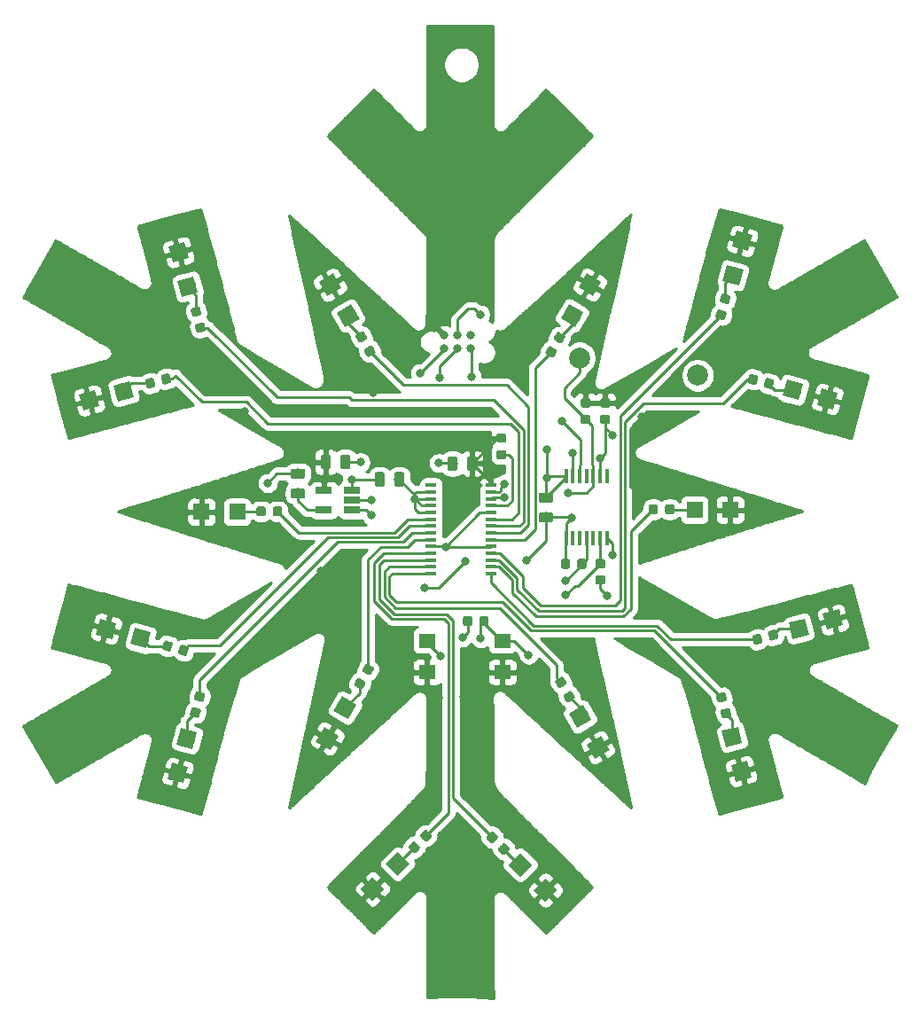
<source format=gtl>
G04 #@! TF.GenerationSoftware,KiCad,Pcbnew,5.1.4*
G04 #@! TF.CreationDate,2019-12-12T19:44:32-06:00*
G04 #@! TF.ProjectId,chrimbus2019,63687269-6d62-4757-9332-3031392e6b69,rev?*
G04 #@! TF.SameCoordinates,Original*
G04 #@! TF.FileFunction,Copper,L1,Top*
G04 #@! TF.FilePolarity,Positive*
%FSLAX46Y46*%
G04 Gerber Fmt 4.6, Leading zero omitted, Abs format (unit mm)*
G04 Created by KiCad (PCBNEW 5.1.4) date 2019-12-12 19:44:32*
%MOMM*%
%LPD*%
G04 APERTURE LIST*
%ADD10C,2.000000*%
%ADD11R,1.600000X1.400000*%
%ADD12C,0.100000*%
%ADD13C,0.875000*%
%ADD14C,0.975000*%
%ADD15C,1.600000*%
%ADD16R,1.600000X1.600000*%
%ADD17C,0.800000*%
%ADD18R,1.100000X0.400000*%
%ADD19R,1.560000X0.650000*%
%ADD20R,0.450000X1.450000*%
%ADD21C,0.250000*%
%ADD22C,0.254000*%
G04 APERTURE END LIST*
D10*
X166192200Y-65049400D03*
X177469800Y-66700400D03*
D11*
X151619400Y-92048200D03*
X158819400Y-92048200D03*
X158819400Y-95048200D03*
X151619400Y-95048200D03*
D12*
G36*
X167054091Y-68905553D02*
G01*
X167075326Y-68908703D01*
X167096150Y-68913919D01*
X167116362Y-68921151D01*
X167135768Y-68930330D01*
X167154181Y-68941366D01*
X167171424Y-68954154D01*
X167187330Y-68968570D01*
X167201746Y-68984476D01*
X167214534Y-69001719D01*
X167225570Y-69020132D01*
X167234749Y-69039538D01*
X167241981Y-69059750D01*
X167247197Y-69080574D01*
X167250347Y-69101809D01*
X167251400Y-69123250D01*
X167251400Y-69560750D01*
X167250347Y-69582191D01*
X167247197Y-69603426D01*
X167241981Y-69624250D01*
X167234749Y-69644462D01*
X167225570Y-69663868D01*
X167214534Y-69682281D01*
X167201746Y-69699524D01*
X167187330Y-69715430D01*
X167171424Y-69729846D01*
X167154181Y-69742634D01*
X167135768Y-69753670D01*
X167116362Y-69762849D01*
X167096150Y-69770081D01*
X167075326Y-69775297D01*
X167054091Y-69778447D01*
X167032650Y-69779500D01*
X166520150Y-69779500D01*
X166498709Y-69778447D01*
X166477474Y-69775297D01*
X166456650Y-69770081D01*
X166436438Y-69762849D01*
X166417032Y-69753670D01*
X166398619Y-69742634D01*
X166381376Y-69729846D01*
X166365470Y-69715430D01*
X166351054Y-69699524D01*
X166338266Y-69682281D01*
X166327230Y-69663868D01*
X166318051Y-69644462D01*
X166310819Y-69624250D01*
X166305603Y-69603426D01*
X166302453Y-69582191D01*
X166301400Y-69560750D01*
X166301400Y-69123250D01*
X166302453Y-69101809D01*
X166305603Y-69080574D01*
X166310819Y-69059750D01*
X166318051Y-69039538D01*
X166327230Y-69020132D01*
X166338266Y-69001719D01*
X166351054Y-68984476D01*
X166365470Y-68968570D01*
X166381376Y-68954154D01*
X166398619Y-68941366D01*
X166417032Y-68930330D01*
X166436438Y-68921151D01*
X166456650Y-68913919D01*
X166477474Y-68908703D01*
X166498709Y-68905553D01*
X166520150Y-68904500D01*
X167032650Y-68904500D01*
X167054091Y-68905553D01*
X167054091Y-68905553D01*
G37*
D13*
X166776400Y-69342000D03*
D12*
G36*
X167054091Y-70480553D02*
G01*
X167075326Y-70483703D01*
X167096150Y-70488919D01*
X167116362Y-70496151D01*
X167135768Y-70505330D01*
X167154181Y-70516366D01*
X167171424Y-70529154D01*
X167187330Y-70543570D01*
X167201746Y-70559476D01*
X167214534Y-70576719D01*
X167225570Y-70595132D01*
X167234749Y-70614538D01*
X167241981Y-70634750D01*
X167247197Y-70655574D01*
X167250347Y-70676809D01*
X167251400Y-70698250D01*
X167251400Y-71135750D01*
X167250347Y-71157191D01*
X167247197Y-71178426D01*
X167241981Y-71199250D01*
X167234749Y-71219462D01*
X167225570Y-71238868D01*
X167214534Y-71257281D01*
X167201746Y-71274524D01*
X167187330Y-71290430D01*
X167171424Y-71304846D01*
X167154181Y-71317634D01*
X167135768Y-71328670D01*
X167116362Y-71337849D01*
X167096150Y-71345081D01*
X167075326Y-71350297D01*
X167054091Y-71353447D01*
X167032650Y-71354500D01*
X166520150Y-71354500D01*
X166498709Y-71353447D01*
X166477474Y-71350297D01*
X166456650Y-71345081D01*
X166436438Y-71337849D01*
X166417032Y-71328670D01*
X166398619Y-71317634D01*
X166381376Y-71304846D01*
X166365470Y-71290430D01*
X166351054Y-71274524D01*
X166338266Y-71257281D01*
X166327230Y-71238868D01*
X166318051Y-71219462D01*
X166310819Y-71199250D01*
X166305603Y-71178426D01*
X166302453Y-71157191D01*
X166301400Y-71135750D01*
X166301400Y-70698250D01*
X166302453Y-70676809D01*
X166305603Y-70655574D01*
X166310819Y-70634750D01*
X166318051Y-70614538D01*
X166327230Y-70595132D01*
X166338266Y-70576719D01*
X166351054Y-70559476D01*
X166365470Y-70543570D01*
X166381376Y-70529154D01*
X166398619Y-70516366D01*
X166417032Y-70505330D01*
X166436438Y-70496151D01*
X166456650Y-70488919D01*
X166477474Y-70483703D01*
X166498709Y-70480553D01*
X166520150Y-70479500D01*
X167032650Y-70479500D01*
X167054091Y-70480553D01*
X167054091Y-70480553D01*
G37*
D13*
X166776400Y-70917000D03*
D12*
G36*
X168908291Y-68905453D02*
G01*
X168929526Y-68908603D01*
X168950350Y-68913819D01*
X168970562Y-68921051D01*
X168989968Y-68930230D01*
X169008381Y-68941266D01*
X169025624Y-68954054D01*
X169041530Y-68968470D01*
X169055946Y-68984376D01*
X169068734Y-69001619D01*
X169079770Y-69020032D01*
X169088949Y-69039438D01*
X169096181Y-69059650D01*
X169101397Y-69080474D01*
X169104547Y-69101709D01*
X169105600Y-69123150D01*
X169105600Y-69560650D01*
X169104547Y-69582091D01*
X169101397Y-69603326D01*
X169096181Y-69624150D01*
X169088949Y-69644362D01*
X169079770Y-69663768D01*
X169068734Y-69682181D01*
X169055946Y-69699424D01*
X169041530Y-69715330D01*
X169025624Y-69729746D01*
X169008381Y-69742534D01*
X168989968Y-69753570D01*
X168970562Y-69762749D01*
X168950350Y-69769981D01*
X168929526Y-69775197D01*
X168908291Y-69778347D01*
X168886850Y-69779400D01*
X168374350Y-69779400D01*
X168352909Y-69778347D01*
X168331674Y-69775197D01*
X168310850Y-69769981D01*
X168290638Y-69762749D01*
X168271232Y-69753570D01*
X168252819Y-69742534D01*
X168235576Y-69729746D01*
X168219670Y-69715330D01*
X168205254Y-69699424D01*
X168192466Y-69682181D01*
X168181430Y-69663768D01*
X168172251Y-69644362D01*
X168165019Y-69624150D01*
X168159803Y-69603326D01*
X168156653Y-69582091D01*
X168155600Y-69560650D01*
X168155600Y-69123150D01*
X168156653Y-69101709D01*
X168159803Y-69080474D01*
X168165019Y-69059650D01*
X168172251Y-69039438D01*
X168181430Y-69020032D01*
X168192466Y-69001619D01*
X168205254Y-68984376D01*
X168219670Y-68968470D01*
X168235576Y-68954054D01*
X168252819Y-68941266D01*
X168271232Y-68930230D01*
X168290638Y-68921051D01*
X168310850Y-68913819D01*
X168331674Y-68908603D01*
X168352909Y-68905453D01*
X168374350Y-68904400D01*
X168886850Y-68904400D01*
X168908291Y-68905453D01*
X168908291Y-68905453D01*
G37*
D13*
X168630600Y-69341900D03*
D12*
G36*
X168908291Y-70480453D02*
G01*
X168929526Y-70483603D01*
X168950350Y-70488819D01*
X168970562Y-70496051D01*
X168989968Y-70505230D01*
X169008381Y-70516266D01*
X169025624Y-70529054D01*
X169041530Y-70543470D01*
X169055946Y-70559376D01*
X169068734Y-70576619D01*
X169079770Y-70595032D01*
X169088949Y-70614438D01*
X169096181Y-70634650D01*
X169101397Y-70655474D01*
X169104547Y-70676709D01*
X169105600Y-70698150D01*
X169105600Y-71135650D01*
X169104547Y-71157091D01*
X169101397Y-71178326D01*
X169096181Y-71199150D01*
X169088949Y-71219362D01*
X169079770Y-71238768D01*
X169068734Y-71257181D01*
X169055946Y-71274424D01*
X169041530Y-71290330D01*
X169025624Y-71304746D01*
X169008381Y-71317534D01*
X168989968Y-71328570D01*
X168970562Y-71337749D01*
X168950350Y-71344981D01*
X168929526Y-71350197D01*
X168908291Y-71353347D01*
X168886850Y-71354400D01*
X168374350Y-71354400D01*
X168352909Y-71353347D01*
X168331674Y-71350197D01*
X168310850Y-71344981D01*
X168290638Y-71337749D01*
X168271232Y-71328570D01*
X168252819Y-71317534D01*
X168235576Y-71304746D01*
X168219670Y-71290330D01*
X168205254Y-71274424D01*
X168192466Y-71257181D01*
X168181430Y-71238768D01*
X168172251Y-71219362D01*
X168165019Y-71199150D01*
X168159803Y-71178326D01*
X168156653Y-71157091D01*
X168155600Y-71135650D01*
X168155600Y-70698150D01*
X168156653Y-70676709D01*
X168159803Y-70655474D01*
X168165019Y-70634650D01*
X168172251Y-70614438D01*
X168181430Y-70595032D01*
X168192466Y-70576619D01*
X168205254Y-70559376D01*
X168219670Y-70543470D01*
X168235576Y-70529054D01*
X168252819Y-70516266D01*
X168271232Y-70505230D01*
X168290638Y-70496051D01*
X168310850Y-70488819D01*
X168331674Y-70483603D01*
X168352909Y-70480453D01*
X168374350Y-70479400D01*
X168886850Y-70479400D01*
X168908291Y-70480453D01*
X168908291Y-70480453D01*
G37*
D13*
X168630600Y-70916900D03*
D12*
G36*
X168451091Y-85822053D02*
G01*
X168472326Y-85825203D01*
X168493150Y-85830419D01*
X168513362Y-85837651D01*
X168532768Y-85846830D01*
X168551181Y-85857866D01*
X168568424Y-85870654D01*
X168584330Y-85885070D01*
X168598746Y-85900976D01*
X168611534Y-85918219D01*
X168622570Y-85936632D01*
X168631749Y-85956038D01*
X168638981Y-85976250D01*
X168644197Y-85997074D01*
X168647347Y-86018309D01*
X168648400Y-86039750D01*
X168648400Y-86477250D01*
X168647347Y-86498691D01*
X168644197Y-86519926D01*
X168638981Y-86540750D01*
X168631749Y-86560962D01*
X168622570Y-86580368D01*
X168611534Y-86598781D01*
X168598746Y-86616024D01*
X168584330Y-86631930D01*
X168568424Y-86646346D01*
X168551181Y-86659134D01*
X168532768Y-86670170D01*
X168513362Y-86679349D01*
X168493150Y-86686581D01*
X168472326Y-86691797D01*
X168451091Y-86694947D01*
X168429650Y-86696000D01*
X167917150Y-86696000D01*
X167895709Y-86694947D01*
X167874474Y-86691797D01*
X167853650Y-86686581D01*
X167833438Y-86679349D01*
X167814032Y-86670170D01*
X167795619Y-86659134D01*
X167778376Y-86646346D01*
X167762470Y-86631930D01*
X167748054Y-86616024D01*
X167735266Y-86598781D01*
X167724230Y-86580368D01*
X167715051Y-86560962D01*
X167707819Y-86540750D01*
X167702603Y-86519926D01*
X167699453Y-86498691D01*
X167698400Y-86477250D01*
X167698400Y-86039750D01*
X167699453Y-86018309D01*
X167702603Y-85997074D01*
X167707819Y-85976250D01*
X167715051Y-85956038D01*
X167724230Y-85936632D01*
X167735266Y-85918219D01*
X167748054Y-85900976D01*
X167762470Y-85885070D01*
X167778376Y-85870654D01*
X167795619Y-85857866D01*
X167814032Y-85846830D01*
X167833438Y-85837651D01*
X167853650Y-85830419D01*
X167874474Y-85825203D01*
X167895709Y-85822053D01*
X167917150Y-85821000D01*
X168429650Y-85821000D01*
X168451091Y-85822053D01*
X168451091Y-85822053D01*
G37*
D13*
X168173400Y-86258500D03*
D12*
G36*
X168451091Y-84247053D02*
G01*
X168472326Y-84250203D01*
X168493150Y-84255419D01*
X168513362Y-84262651D01*
X168532768Y-84271830D01*
X168551181Y-84282866D01*
X168568424Y-84295654D01*
X168584330Y-84310070D01*
X168598746Y-84325976D01*
X168611534Y-84343219D01*
X168622570Y-84361632D01*
X168631749Y-84381038D01*
X168638981Y-84401250D01*
X168644197Y-84422074D01*
X168647347Y-84443309D01*
X168648400Y-84464750D01*
X168648400Y-84902250D01*
X168647347Y-84923691D01*
X168644197Y-84944926D01*
X168638981Y-84965750D01*
X168631749Y-84985962D01*
X168622570Y-85005368D01*
X168611534Y-85023781D01*
X168598746Y-85041024D01*
X168584330Y-85056930D01*
X168568424Y-85071346D01*
X168551181Y-85084134D01*
X168532768Y-85095170D01*
X168513362Y-85104349D01*
X168493150Y-85111581D01*
X168472326Y-85116797D01*
X168451091Y-85119947D01*
X168429650Y-85121000D01*
X167917150Y-85121000D01*
X167895709Y-85119947D01*
X167874474Y-85116797D01*
X167853650Y-85111581D01*
X167833438Y-85104349D01*
X167814032Y-85095170D01*
X167795619Y-85084134D01*
X167778376Y-85071346D01*
X167762470Y-85056930D01*
X167748054Y-85041024D01*
X167735266Y-85023781D01*
X167724230Y-85005368D01*
X167715051Y-84985962D01*
X167707819Y-84965750D01*
X167702603Y-84944926D01*
X167699453Y-84923691D01*
X167698400Y-84902250D01*
X167698400Y-84464750D01*
X167699453Y-84443309D01*
X167702603Y-84422074D01*
X167707819Y-84401250D01*
X167715051Y-84381038D01*
X167724230Y-84361632D01*
X167735266Y-84343219D01*
X167748054Y-84325976D01*
X167762470Y-84310070D01*
X167778376Y-84295654D01*
X167795619Y-84282866D01*
X167814032Y-84271830D01*
X167833438Y-84262651D01*
X167853650Y-84255419D01*
X167874474Y-84250203D01*
X167895709Y-84247053D01*
X167917150Y-84246000D01*
X168429650Y-84246000D01*
X168451091Y-84247053D01*
X168451091Y-84247053D01*
G37*
D13*
X168173400Y-84683500D03*
D12*
G36*
X157313891Y-89696053D02*
G01*
X157335126Y-89699203D01*
X157355950Y-89704419D01*
X157376162Y-89711651D01*
X157395568Y-89720830D01*
X157413981Y-89731866D01*
X157431224Y-89744654D01*
X157447130Y-89759070D01*
X157461546Y-89774976D01*
X157474334Y-89792219D01*
X157485370Y-89810632D01*
X157494549Y-89830038D01*
X157501781Y-89850250D01*
X157506997Y-89871074D01*
X157510147Y-89892309D01*
X157511200Y-89913750D01*
X157511200Y-90426250D01*
X157510147Y-90447691D01*
X157506997Y-90468926D01*
X157501781Y-90489750D01*
X157494549Y-90509962D01*
X157485370Y-90529368D01*
X157474334Y-90547781D01*
X157461546Y-90565024D01*
X157447130Y-90580930D01*
X157431224Y-90595346D01*
X157413981Y-90608134D01*
X157395568Y-90619170D01*
X157376162Y-90628349D01*
X157355950Y-90635581D01*
X157335126Y-90640797D01*
X157313891Y-90643947D01*
X157292450Y-90645000D01*
X156854950Y-90645000D01*
X156833509Y-90643947D01*
X156812274Y-90640797D01*
X156791450Y-90635581D01*
X156771238Y-90628349D01*
X156751832Y-90619170D01*
X156733419Y-90608134D01*
X156716176Y-90595346D01*
X156700270Y-90580930D01*
X156685854Y-90565024D01*
X156673066Y-90547781D01*
X156662030Y-90529368D01*
X156652851Y-90509962D01*
X156645619Y-90489750D01*
X156640403Y-90468926D01*
X156637253Y-90447691D01*
X156636200Y-90426250D01*
X156636200Y-89913750D01*
X156637253Y-89892309D01*
X156640403Y-89871074D01*
X156645619Y-89850250D01*
X156652851Y-89830038D01*
X156662030Y-89810632D01*
X156673066Y-89792219D01*
X156685854Y-89774976D01*
X156700270Y-89759070D01*
X156716176Y-89744654D01*
X156733419Y-89731866D01*
X156751832Y-89720830D01*
X156771238Y-89711651D01*
X156791450Y-89704419D01*
X156812274Y-89699203D01*
X156833509Y-89696053D01*
X156854950Y-89695000D01*
X157292450Y-89695000D01*
X157313891Y-89696053D01*
X157313891Y-89696053D01*
G37*
D13*
X157073700Y-90170000D03*
D12*
G36*
X155738891Y-89696053D02*
G01*
X155760126Y-89699203D01*
X155780950Y-89704419D01*
X155801162Y-89711651D01*
X155820568Y-89720830D01*
X155838981Y-89731866D01*
X155856224Y-89744654D01*
X155872130Y-89759070D01*
X155886546Y-89774976D01*
X155899334Y-89792219D01*
X155910370Y-89810632D01*
X155919549Y-89830038D01*
X155926781Y-89850250D01*
X155931997Y-89871074D01*
X155935147Y-89892309D01*
X155936200Y-89913750D01*
X155936200Y-90426250D01*
X155935147Y-90447691D01*
X155931997Y-90468926D01*
X155926781Y-90489750D01*
X155919549Y-90509962D01*
X155910370Y-90529368D01*
X155899334Y-90547781D01*
X155886546Y-90565024D01*
X155872130Y-90580930D01*
X155856224Y-90595346D01*
X155838981Y-90608134D01*
X155820568Y-90619170D01*
X155801162Y-90628349D01*
X155780950Y-90635581D01*
X155760126Y-90640797D01*
X155738891Y-90643947D01*
X155717450Y-90645000D01*
X155279950Y-90645000D01*
X155258509Y-90643947D01*
X155237274Y-90640797D01*
X155216450Y-90635581D01*
X155196238Y-90628349D01*
X155176832Y-90619170D01*
X155158419Y-90608134D01*
X155141176Y-90595346D01*
X155125270Y-90580930D01*
X155110854Y-90565024D01*
X155098066Y-90547781D01*
X155087030Y-90529368D01*
X155077851Y-90509962D01*
X155070619Y-90489750D01*
X155065403Y-90468926D01*
X155062253Y-90447691D01*
X155061200Y-90426250D01*
X155061200Y-89913750D01*
X155062253Y-89892309D01*
X155065403Y-89871074D01*
X155070619Y-89850250D01*
X155077851Y-89830038D01*
X155087030Y-89810632D01*
X155098066Y-89792219D01*
X155110854Y-89774976D01*
X155125270Y-89759070D01*
X155141176Y-89744654D01*
X155158419Y-89731866D01*
X155176832Y-89720830D01*
X155196238Y-89711651D01*
X155216450Y-89704419D01*
X155237274Y-89699203D01*
X155258509Y-89696053D01*
X155279950Y-89695000D01*
X155717450Y-89695000D01*
X155738891Y-89696053D01*
X155738891Y-89696053D01*
G37*
D13*
X155498700Y-90170000D03*
D12*
G36*
X165086091Y-84235053D02*
G01*
X165107326Y-84238203D01*
X165128150Y-84243419D01*
X165148362Y-84250651D01*
X165167768Y-84259830D01*
X165186181Y-84270866D01*
X165203424Y-84283654D01*
X165219330Y-84298070D01*
X165233746Y-84313976D01*
X165246534Y-84331219D01*
X165257570Y-84349632D01*
X165266749Y-84369038D01*
X165273981Y-84389250D01*
X165279197Y-84410074D01*
X165282347Y-84431309D01*
X165283400Y-84452750D01*
X165283400Y-84965250D01*
X165282347Y-84986691D01*
X165279197Y-85007926D01*
X165273981Y-85028750D01*
X165266749Y-85048962D01*
X165257570Y-85068368D01*
X165246534Y-85086781D01*
X165233746Y-85104024D01*
X165219330Y-85119930D01*
X165203424Y-85134346D01*
X165186181Y-85147134D01*
X165167768Y-85158170D01*
X165148362Y-85167349D01*
X165128150Y-85174581D01*
X165107326Y-85179797D01*
X165086091Y-85182947D01*
X165064650Y-85184000D01*
X164627150Y-85184000D01*
X164605709Y-85182947D01*
X164584474Y-85179797D01*
X164563650Y-85174581D01*
X164543438Y-85167349D01*
X164524032Y-85158170D01*
X164505619Y-85147134D01*
X164488376Y-85134346D01*
X164472470Y-85119930D01*
X164458054Y-85104024D01*
X164445266Y-85086781D01*
X164434230Y-85068368D01*
X164425051Y-85048962D01*
X164417819Y-85028750D01*
X164412603Y-85007926D01*
X164409453Y-84986691D01*
X164408400Y-84965250D01*
X164408400Y-84452750D01*
X164409453Y-84431309D01*
X164412603Y-84410074D01*
X164417819Y-84389250D01*
X164425051Y-84369038D01*
X164434230Y-84349632D01*
X164445266Y-84331219D01*
X164458054Y-84313976D01*
X164472470Y-84298070D01*
X164488376Y-84283654D01*
X164505619Y-84270866D01*
X164524032Y-84259830D01*
X164543438Y-84250651D01*
X164563650Y-84243419D01*
X164584474Y-84238203D01*
X164605709Y-84235053D01*
X164627150Y-84234000D01*
X165064650Y-84234000D01*
X165086091Y-84235053D01*
X165086091Y-84235053D01*
G37*
D13*
X164845900Y-84709000D03*
D12*
G36*
X166661091Y-84235053D02*
G01*
X166682326Y-84238203D01*
X166703150Y-84243419D01*
X166723362Y-84250651D01*
X166742768Y-84259830D01*
X166761181Y-84270866D01*
X166778424Y-84283654D01*
X166794330Y-84298070D01*
X166808746Y-84313976D01*
X166821534Y-84331219D01*
X166832570Y-84349632D01*
X166841749Y-84369038D01*
X166848981Y-84389250D01*
X166854197Y-84410074D01*
X166857347Y-84431309D01*
X166858400Y-84452750D01*
X166858400Y-84965250D01*
X166857347Y-84986691D01*
X166854197Y-85007926D01*
X166848981Y-85028750D01*
X166841749Y-85048962D01*
X166832570Y-85068368D01*
X166821534Y-85086781D01*
X166808746Y-85104024D01*
X166794330Y-85119930D01*
X166778424Y-85134346D01*
X166761181Y-85147134D01*
X166742768Y-85158170D01*
X166723362Y-85167349D01*
X166703150Y-85174581D01*
X166682326Y-85179797D01*
X166661091Y-85182947D01*
X166639650Y-85184000D01*
X166202150Y-85184000D01*
X166180709Y-85182947D01*
X166159474Y-85179797D01*
X166138650Y-85174581D01*
X166118438Y-85167349D01*
X166099032Y-85158170D01*
X166080619Y-85147134D01*
X166063376Y-85134346D01*
X166047470Y-85119930D01*
X166033054Y-85104024D01*
X166020266Y-85086781D01*
X166009230Y-85068368D01*
X166000051Y-85048962D01*
X165992819Y-85028750D01*
X165987603Y-85007926D01*
X165984453Y-84986691D01*
X165983400Y-84965250D01*
X165983400Y-84452750D01*
X165984453Y-84431309D01*
X165987603Y-84410074D01*
X165992819Y-84389250D01*
X166000051Y-84369038D01*
X166009230Y-84349632D01*
X166020266Y-84331219D01*
X166033054Y-84313976D01*
X166047470Y-84298070D01*
X166063376Y-84283654D01*
X166080619Y-84270866D01*
X166099032Y-84259830D01*
X166118438Y-84250651D01*
X166138650Y-84243419D01*
X166159474Y-84238203D01*
X166180709Y-84235053D01*
X166202150Y-84234000D01*
X166639650Y-84234000D01*
X166661091Y-84235053D01*
X166661091Y-84235053D01*
G37*
D13*
X166420900Y-84709000D03*
D12*
G36*
X126867394Y-66534366D02*
G01*
X126888514Y-66538209D01*
X126909156Y-66544104D01*
X126929121Y-66551994D01*
X126948216Y-66561802D01*
X126966258Y-66573435D01*
X126983073Y-66586780D01*
X126998499Y-66601709D01*
X127012387Y-66618079D01*
X127024604Y-66635730D01*
X127035032Y-66654495D01*
X127043570Y-66674191D01*
X127050137Y-66694628D01*
X127182782Y-67189665D01*
X127187314Y-67210649D01*
X127189768Y-67231975D01*
X127190119Y-67253439D01*
X127188365Y-67274835D01*
X127184522Y-67295955D01*
X127178627Y-67316597D01*
X127170738Y-67336562D01*
X127160929Y-67355657D01*
X127149296Y-67373699D01*
X127135951Y-67390514D01*
X127121022Y-67405940D01*
X127104653Y-67419828D01*
X127087001Y-67432045D01*
X127068237Y-67442473D01*
X127048541Y-67451011D01*
X127028102Y-67457578D01*
X126605509Y-67570811D01*
X126584526Y-67575343D01*
X126563200Y-67577797D01*
X126541735Y-67578148D01*
X126520340Y-67576394D01*
X126499220Y-67572551D01*
X126478578Y-67566656D01*
X126458613Y-67558766D01*
X126439518Y-67548958D01*
X126421476Y-67537325D01*
X126404661Y-67523980D01*
X126389235Y-67509051D01*
X126375347Y-67492681D01*
X126363130Y-67475030D01*
X126352702Y-67456265D01*
X126344164Y-67436569D01*
X126337597Y-67416132D01*
X126204952Y-66921095D01*
X126200420Y-66900111D01*
X126197966Y-66878785D01*
X126197615Y-66857321D01*
X126199369Y-66835925D01*
X126203212Y-66814805D01*
X126209107Y-66794163D01*
X126216996Y-66774198D01*
X126226805Y-66755103D01*
X126238438Y-66737061D01*
X126251783Y-66720246D01*
X126266712Y-66704820D01*
X126283081Y-66690932D01*
X126300733Y-66678715D01*
X126319497Y-66668287D01*
X126339193Y-66659749D01*
X126359632Y-66653182D01*
X126782225Y-66539949D01*
X126803208Y-66535417D01*
X126824534Y-66532963D01*
X126845999Y-66532612D01*
X126867394Y-66534366D01*
X126867394Y-66534366D01*
G37*
D13*
X126693867Y-67055380D03*
D12*
G36*
X125346060Y-66942006D02*
G01*
X125367180Y-66945849D01*
X125387822Y-66951744D01*
X125407787Y-66959634D01*
X125426882Y-66969442D01*
X125444924Y-66981075D01*
X125461739Y-66994420D01*
X125477165Y-67009349D01*
X125491053Y-67025719D01*
X125503270Y-67043370D01*
X125513698Y-67062135D01*
X125522236Y-67081831D01*
X125528803Y-67102268D01*
X125661448Y-67597305D01*
X125665980Y-67618289D01*
X125668434Y-67639615D01*
X125668785Y-67661079D01*
X125667031Y-67682475D01*
X125663188Y-67703595D01*
X125657293Y-67724237D01*
X125649404Y-67744202D01*
X125639595Y-67763297D01*
X125627962Y-67781339D01*
X125614617Y-67798154D01*
X125599688Y-67813580D01*
X125583319Y-67827468D01*
X125565667Y-67839685D01*
X125546903Y-67850113D01*
X125527207Y-67858651D01*
X125506768Y-67865218D01*
X125084175Y-67978451D01*
X125063192Y-67982983D01*
X125041866Y-67985437D01*
X125020401Y-67985788D01*
X124999006Y-67984034D01*
X124977886Y-67980191D01*
X124957244Y-67974296D01*
X124937279Y-67966406D01*
X124918184Y-67956598D01*
X124900142Y-67944965D01*
X124883327Y-67931620D01*
X124867901Y-67916691D01*
X124854013Y-67900321D01*
X124841796Y-67882670D01*
X124831368Y-67863905D01*
X124822830Y-67844209D01*
X124816263Y-67823772D01*
X124683618Y-67328735D01*
X124679086Y-67307751D01*
X124676632Y-67286425D01*
X124676281Y-67264961D01*
X124678035Y-67243565D01*
X124681878Y-67222445D01*
X124687773Y-67201803D01*
X124695662Y-67181838D01*
X124705471Y-67162743D01*
X124717104Y-67144701D01*
X124730449Y-67127886D01*
X124745378Y-67112460D01*
X124761747Y-67098572D01*
X124779399Y-67086355D01*
X124798163Y-67075927D01*
X124817859Y-67067389D01*
X124838298Y-67060822D01*
X125260891Y-66947589D01*
X125281874Y-66943057D01*
X125303200Y-66940603D01*
X125324665Y-66940252D01*
X125346060Y-66942006D01*
X125346060Y-66942006D01*
G37*
D13*
X125172533Y-67463020D03*
D12*
G36*
X130191875Y-61657969D02*
G01*
X130212995Y-61661812D01*
X130233637Y-61667707D01*
X130253602Y-61675596D01*
X130272697Y-61685405D01*
X130290739Y-61697038D01*
X130307554Y-61710383D01*
X130322980Y-61725312D01*
X130336868Y-61741681D01*
X130349085Y-61759333D01*
X130359513Y-61778097D01*
X130368051Y-61797793D01*
X130374618Y-61818232D01*
X130487851Y-62240825D01*
X130492383Y-62261808D01*
X130494837Y-62283134D01*
X130495188Y-62304599D01*
X130493434Y-62325994D01*
X130489591Y-62347114D01*
X130483696Y-62367756D01*
X130475806Y-62387721D01*
X130465998Y-62406816D01*
X130454365Y-62424858D01*
X130441020Y-62441673D01*
X130426091Y-62457099D01*
X130409721Y-62470987D01*
X130392070Y-62483204D01*
X130373305Y-62493632D01*
X130353609Y-62502170D01*
X130333172Y-62508737D01*
X129838135Y-62641382D01*
X129817151Y-62645914D01*
X129795825Y-62648368D01*
X129774361Y-62648719D01*
X129752965Y-62646965D01*
X129731845Y-62643122D01*
X129711203Y-62637227D01*
X129691238Y-62629338D01*
X129672143Y-62619529D01*
X129654101Y-62607896D01*
X129637286Y-62594551D01*
X129621860Y-62579622D01*
X129607972Y-62563253D01*
X129595755Y-62545601D01*
X129585327Y-62526837D01*
X129576789Y-62507141D01*
X129570222Y-62486702D01*
X129456989Y-62064109D01*
X129452457Y-62043126D01*
X129450003Y-62021800D01*
X129449652Y-62000335D01*
X129451406Y-61978940D01*
X129455249Y-61957820D01*
X129461144Y-61937178D01*
X129469034Y-61917213D01*
X129478842Y-61898118D01*
X129490475Y-61880076D01*
X129503820Y-61863261D01*
X129518749Y-61847835D01*
X129535119Y-61833947D01*
X129552770Y-61821730D01*
X129571535Y-61811302D01*
X129591231Y-61802764D01*
X129611668Y-61796197D01*
X130106705Y-61663552D01*
X130127689Y-61659020D01*
X130149015Y-61656566D01*
X130170479Y-61656215D01*
X130191875Y-61657969D01*
X130191875Y-61657969D01*
G37*
D13*
X129972420Y-62152467D03*
D12*
G36*
X129784235Y-60136635D02*
G01*
X129805355Y-60140478D01*
X129825997Y-60146373D01*
X129845962Y-60154262D01*
X129865057Y-60164071D01*
X129883099Y-60175704D01*
X129899914Y-60189049D01*
X129915340Y-60203978D01*
X129929228Y-60220347D01*
X129941445Y-60237999D01*
X129951873Y-60256763D01*
X129960411Y-60276459D01*
X129966978Y-60296898D01*
X130080211Y-60719491D01*
X130084743Y-60740474D01*
X130087197Y-60761800D01*
X130087548Y-60783265D01*
X130085794Y-60804660D01*
X130081951Y-60825780D01*
X130076056Y-60846422D01*
X130068166Y-60866387D01*
X130058358Y-60885482D01*
X130046725Y-60903524D01*
X130033380Y-60920339D01*
X130018451Y-60935765D01*
X130002081Y-60949653D01*
X129984430Y-60961870D01*
X129965665Y-60972298D01*
X129945969Y-60980836D01*
X129925532Y-60987403D01*
X129430495Y-61120048D01*
X129409511Y-61124580D01*
X129388185Y-61127034D01*
X129366721Y-61127385D01*
X129345325Y-61125631D01*
X129324205Y-61121788D01*
X129303563Y-61115893D01*
X129283598Y-61108004D01*
X129264503Y-61098195D01*
X129246461Y-61086562D01*
X129229646Y-61073217D01*
X129214220Y-61058288D01*
X129200332Y-61041919D01*
X129188115Y-61024267D01*
X129177687Y-61005503D01*
X129169149Y-60985807D01*
X129162582Y-60965368D01*
X129049349Y-60542775D01*
X129044817Y-60521792D01*
X129042363Y-60500466D01*
X129042012Y-60479001D01*
X129043766Y-60457606D01*
X129047609Y-60436486D01*
X129053504Y-60415844D01*
X129061394Y-60395879D01*
X129071202Y-60376784D01*
X129082835Y-60358742D01*
X129096180Y-60341927D01*
X129111109Y-60326501D01*
X129127479Y-60312613D01*
X129145130Y-60300396D01*
X129163895Y-60289968D01*
X129183591Y-60281430D01*
X129204028Y-60274863D01*
X129699065Y-60142218D01*
X129720049Y-60137686D01*
X129741375Y-60135232D01*
X129762839Y-60134881D01*
X129784235Y-60136635D01*
X129784235Y-60136635D01*
G37*
D13*
X129564780Y-60631133D03*
D12*
G36*
X146265801Y-63874745D02*
G01*
X146287127Y-63877199D01*
X146308111Y-63881731D01*
X146328549Y-63888298D01*
X146348245Y-63896836D01*
X146367009Y-63907264D01*
X146384661Y-63919481D01*
X146401030Y-63933369D01*
X146415959Y-63948795D01*
X146429304Y-63965610D01*
X146440937Y-63983652D01*
X146659687Y-64362538D01*
X146669495Y-64381633D01*
X146677385Y-64401598D01*
X146683280Y-64422240D01*
X146687123Y-64443360D01*
X146688877Y-64464756D01*
X146688526Y-64486220D01*
X146686072Y-64507546D01*
X146681540Y-64528530D01*
X146674973Y-64548968D01*
X146666435Y-64568664D01*
X146656007Y-64587428D01*
X146643790Y-64605080D01*
X146629902Y-64621449D01*
X146614476Y-64636378D01*
X146597661Y-64649723D01*
X146579619Y-64661356D01*
X146135781Y-64917606D01*
X146116686Y-64927414D01*
X146096721Y-64935304D01*
X146076079Y-64941199D01*
X146054959Y-64945042D01*
X146033563Y-64946796D01*
X146012099Y-64946445D01*
X145990773Y-64943991D01*
X145969789Y-64939459D01*
X145949351Y-64932892D01*
X145929655Y-64924354D01*
X145910891Y-64913926D01*
X145893239Y-64901709D01*
X145876870Y-64887821D01*
X145861941Y-64872395D01*
X145848596Y-64855580D01*
X145836963Y-64837538D01*
X145618213Y-64458652D01*
X145608405Y-64439557D01*
X145600515Y-64419592D01*
X145594620Y-64398950D01*
X145590777Y-64377830D01*
X145589023Y-64356434D01*
X145589374Y-64334970D01*
X145591828Y-64313644D01*
X145596360Y-64292660D01*
X145602927Y-64272222D01*
X145611465Y-64252526D01*
X145621893Y-64233762D01*
X145634110Y-64216110D01*
X145647998Y-64199741D01*
X145663424Y-64184812D01*
X145680239Y-64171467D01*
X145698281Y-64159834D01*
X146142119Y-63903584D01*
X146161214Y-63893776D01*
X146181179Y-63885886D01*
X146201821Y-63879991D01*
X146222941Y-63876148D01*
X146244337Y-63874394D01*
X146265801Y-63874745D01*
X146265801Y-63874745D01*
G37*
D13*
X146138950Y-64410595D03*
D12*
G36*
X145478301Y-62510755D02*
G01*
X145499627Y-62513209D01*
X145520611Y-62517741D01*
X145541049Y-62524308D01*
X145560745Y-62532846D01*
X145579509Y-62543274D01*
X145597161Y-62555491D01*
X145613530Y-62569379D01*
X145628459Y-62584805D01*
X145641804Y-62601620D01*
X145653437Y-62619662D01*
X145872187Y-62998548D01*
X145881995Y-63017643D01*
X145889885Y-63037608D01*
X145895780Y-63058250D01*
X145899623Y-63079370D01*
X145901377Y-63100766D01*
X145901026Y-63122230D01*
X145898572Y-63143556D01*
X145894040Y-63164540D01*
X145887473Y-63184978D01*
X145878935Y-63204674D01*
X145868507Y-63223438D01*
X145856290Y-63241090D01*
X145842402Y-63257459D01*
X145826976Y-63272388D01*
X145810161Y-63285733D01*
X145792119Y-63297366D01*
X145348281Y-63553616D01*
X145329186Y-63563424D01*
X145309221Y-63571314D01*
X145288579Y-63577209D01*
X145267459Y-63581052D01*
X145246063Y-63582806D01*
X145224599Y-63582455D01*
X145203273Y-63580001D01*
X145182289Y-63575469D01*
X145161851Y-63568902D01*
X145142155Y-63560364D01*
X145123391Y-63549936D01*
X145105739Y-63537719D01*
X145089370Y-63523831D01*
X145074441Y-63508405D01*
X145061096Y-63491590D01*
X145049463Y-63473548D01*
X144830713Y-63094662D01*
X144820905Y-63075567D01*
X144813015Y-63055602D01*
X144807120Y-63034960D01*
X144803277Y-63013840D01*
X144801523Y-62992444D01*
X144801874Y-62970980D01*
X144804328Y-62949654D01*
X144808860Y-62928670D01*
X144815427Y-62908232D01*
X144823965Y-62888536D01*
X144834393Y-62869772D01*
X144846610Y-62852120D01*
X144860498Y-62835751D01*
X144875924Y-62820822D01*
X144892739Y-62807477D01*
X144910781Y-62795844D01*
X145354619Y-62539594D01*
X145373714Y-62529786D01*
X145393679Y-62521896D01*
X145414321Y-62516001D01*
X145435441Y-62512158D01*
X145456837Y-62510404D01*
X145478301Y-62510755D01*
X145478301Y-62510755D01*
G37*
D13*
X145351450Y-63046605D03*
D12*
G36*
X163403059Y-63926948D02*
G01*
X163424179Y-63930791D01*
X163444821Y-63936686D01*
X163464786Y-63944576D01*
X163483881Y-63954384D01*
X163927719Y-64210634D01*
X163945761Y-64222267D01*
X163962576Y-64235612D01*
X163978002Y-64250541D01*
X163991890Y-64266910D01*
X164004107Y-64284562D01*
X164014535Y-64303326D01*
X164023073Y-64323022D01*
X164029640Y-64343460D01*
X164034172Y-64364444D01*
X164036626Y-64385770D01*
X164036977Y-64407234D01*
X164035223Y-64428630D01*
X164031380Y-64449750D01*
X164025485Y-64470392D01*
X164017595Y-64490357D01*
X164007787Y-64509452D01*
X163789037Y-64888338D01*
X163777404Y-64906380D01*
X163764059Y-64923195D01*
X163749130Y-64938621D01*
X163732761Y-64952509D01*
X163715109Y-64964726D01*
X163696345Y-64975154D01*
X163676649Y-64983692D01*
X163656211Y-64990259D01*
X163635227Y-64994791D01*
X163613901Y-64997245D01*
X163592437Y-64997596D01*
X163571041Y-64995842D01*
X163549921Y-64991999D01*
X163529279Y-64986104D01*
X163509314Y-64978214D01*
X163490219Y-64968406D01*
X163046381Y-64712156D01*
X163028339Y-64700523D01*
X163011524Y-64687178D01*
X162996098Y-64672249D01*
X162982210Y-64655880D01*
X162969993Y-64638228D01*
X162959565Y-64619464D01*
X162951027Y-64599768D01*
X162944460Y-64579330D01*
X162939928Y-64558346D01*
X162937474Y-64537020D01*
X162937123Y-64515556D01*
X162938877Y-64494160D01*
X162942720Y-64473040D01*
X162948615Y-64452398D01*
X162956505Y-64432433D01*
X162966313Y-64413338D01*
X163185063Y-64034452D01*
X163196696Y-64016410D01*
X163210041Y-63999595D01*
X163224970Y-63984169D01*
X163241339Y-63970281D01*
X163258991Y-63958064D01*
X163277755Y-63947636D01*
X163297451Y-63939098D01*
X163317889Y-63932531D01*
X163338873Y-63927999D01*
X163360199Y-63925545D01*
X163381663Y-63925194D01*
X163403059Y-63926948D01*
X163403059Y-63926948D01*
G37*
D13*
X163487050Y-64461395D03*
D12*
G36*
X164190559Y-62562958D02*
G01*
X164211679Y-62566801D01*
X164232321Y-62572696D01*
X164252286Y-62580586D01*
X164271381Y-62590394D01*
X164715219Y-62846644D01*
X164733261Y-62858277D01*
X164750076Y-62871622D01*
X164765502Y-62886551D01*
X164779390Y-62902920D01*
X164791607Y-62920572D01*
X164802035Y-62939336D01*
X164810573Y-62959032D01*
X164817140Y-62979470D01*
X164821672Y-63000454D01*
X164824126Y-63021780D01*
X164824477Y-63043244D01*
X164822723Y-63064640D01*
X164818880Y-63085760D01*
X164812985Y-63106402D01*
X164805095Y-63126367D01*
X164795287Y-63145462D01*
X164576537Y-63524348D01*
X164564904Y-63542390D01*
X164551559Y-63559205D01*
X164536630Y-63574631D01*
X164520261Y-63588519D01*
X164502609Y-63600736D01*
X164483845Y-63611164D01*
X164464149Y-63619702D01*
X164443711Y-63626269D01*
X164422727Y-63630801D01*
X164401401Y-63633255D01*
X164379937Y-63633606D01*
X164358541Y-63631852D01*
X164337421Y-63628009D01*
X164316779Y-63622114D01*
X164296814Y-63614224D01*
X164277719Y-63604416D01*
X163833881Y-63348166D01*
X163815839Y-63336533D01*
X163799024Y-63323188D01*
X163783598Y-63308259D01*
X163769710Y-63291890D01*
X163757493Y-63274238D01*
X163747065Y-63255474D01*
X163738527Y-63235778D01*
X163731960Y-63215340D01*
X163727428Y-63194356D01*
X163724974Y-63173030D01*
X163724623Y-63151566D01*
X163726377Y-63130170D01*
X163730220Y-63109050D01*
X163736115Y-63088408D01*
X163744005Y-63068443D01*
X163753813Y-63049348D01*
X163972563Y-62670462D01*
X163984196Y-62652420D01*
X163997541Y-62635605D01*
X164012470Y-62620179D01*
X164028839Y-62606291D01*
X164046491Y-62594074D01*
X164065255Y-62583646D01*
X164084951Y-62575108D01*
X164105389Y-62568541D01*
X164126373Y-62564009D01*
X164147699Y-62561555D01*
X164169163Y-62561204D01*
X164190559Y-62562958D01*
X164190559Y-62562958D01*
G37*
D13*
X164274550Y-63097405D03*
D12*
G36*
X179527785Y-60437366D02*
G01*
X179549111Y-60439820D01*
X179570095Y-60444352D01*
X180065132Y-60576997D01*
X180085570Y-60583564D01*
X180105266Y-60592102D01*
X180124030Y-60602530D01*
X180141682Y-60614747D01*
X180158051Y-60628635D01*
X180172980Y-60644061D01*
X180186325Y-60660876D01*
X180197958Y-60678918D01*
X180207767Y-60698013D01*
X180215656Y-60717978D01*
X180221551Y-60738620D01*
X180225394Y-60759740D01*
X180227148Y-60781136D01*
X180226797Y-60802600D01*
X180224343Y-60823926D01*
X180219811Y-60844909D01*
X180106578Y-61267502D01*
X180100011Y-61287940D01*
X180091473Y-61307636D01*
X180081045Y-61326401D01*
X180068828Y-61344052D01*
X180054940Y-61360422D01*
X180039514Y-61375351D01*
X180022699Y-61388696D01*
X180004657Y-61400329D01*
X179985562Y-61410137D01*
X179965597Y-61418027D01*
X179944955Y-61423922D01*
X179923835Y-61427765D01*
X179902440Y-61429519D01*
X179880975Y-61429168D01*
X179859649Y-61426714D01*
X179838665Y-61422182D01*
X179343628Y-61289537D01*
X179323190Y-61282970D01*
X179303494Y-61274432D01*
X179284730Y-61264004D01*
X179267078Y-61251787D01*
X179250709Y-61237899D01*
X179235780Y-61222473D01*
X179222435Y-61205658D01*
X179210802Y-61187616D01*
X179200993Y-61168521D01*
X179193104Y-61148556D01*
X179187209Y-61127914D01*
X179183366Y-61106794D01*
X179181612Y-61085398D01*
X179181963Y-61063934D01*
X179184417Y-61042608D01*
X179188949Y-61021625D01*
X179302182Y-60599032D01*
X179308749Y-60578594D01*
X179317287Y-60558898D01*
X179327715Y-60540133D01*
X179339932Y-60522482D01*
X179353820Y-60506112D01*
X179369246Y-60491183D01*
X179386061Y-60477838D01*
X179404103Y-60466205D01*
X179423198Y-60456397D01*
X179443163Y-60448507D01*
X179463805Y-60442612D01*
X179484925Y-60438769D01*
X179506320Y-60437015D01*
X179527785Y-60437366D01*
X179527785Y-60437366D01*
G37*
D13*
X179704380Y-60933267D03*
D12*
G36*
X179935425Y-58916032D02*
G01*
X179956751Y-58918486D01*
X179977735Y-58923018D01*
X180472772Y-59055663D01*
X180493210Y-59062230D01*
X180512906Y-59070768D01*
X180531670Y-59081196D01*
X180549322Y-59093413D01*
X180565691Y-59107301D01*
X180580620Y-59122727D01*
X180593965Y-59139542D01*
X180605598Y-59157584D01*
X180615407Y-59176679D01*
X180623296Y-59196644D01*
X180629191Y-59217286D01*
X180633034Y-59238406D01*
X180634788Y-59259802D01*
X180634437Y-59281266D01*
X180631983Y-59302592D01*
X180627451Y-59323575D01*
X180514218Y-59746168D01*
X180507651Y-59766606D01*
X180499113Y-59786302D01*
X180488685Y-59805067D01*
X180476468Y-59822718D01*
X180462580Y-59839088D01*
X180447154Y-59854017D01*
X180430339Y-59867362D01*
X180412297Y-59878995D01*
X180393202Y-59888803D01*
X180373237Y-59896693D01*
X180352595Y-59902588D01*
X180331475Y-59906431D01*
X180310080Y-59908185D01*
X180288615Y-59907834D01*
X180267289Y-59905380D01*
X180246305Y-59900848D01*
X179751268Y-59768203D01*
X179730830Y-59761636D01*
X179711134Y-59753098D01*
X179692370Y-59742670D01*
X179674718Y-59730453D01*
X179658349Y-59716565D01*
X179643420Y-59701139D01*
X179630075Y-59684324D01*
X179618442Y-59666282D01*
X179608633Y-59647187D01*
X179600744Y-59627222D01*
X179594849Y-59606580D01*
X179591006Y-59585460D01*
X179589252Y-59564064D01*
X179589603Y-59542600D01*
X179592057Y-59521274D01*
X179596589Y-59500291D01*
X179709822Y-59077698D01*
X179716389Y-59057260D01*
X179724927Y-59037564D01*
X179735355Y-59018799D01*
X179747572Y-59001148D01*
X179761460Y-58984778D01*
X179776886Y-58969849D01*
X179793701Y-58956504D01*
X179811743Y-58944871D01*
X179830838Y-58935063D01*
X179850803Y-58927173D01*
X179871445Y-58921278D01*
X179892565Y-58917435D01*
X179913960Y-58915681D01*
X179935425Y-58916032D01*
X179935425Y-58916032D01*
G37*
D13*
X180112020Y-59411933D03*
D12*
G36*
X182623666Y-66558363D02*
G01*
X182644992Y-66560817D01*
X182665975Y-66565349D01*
X183088568Y-66678582D01*
X183109006Y-66685149D01*
X183128702Y-66693687D01*
X183147467Y-66704115D01*
X183165118Y-66716332D01*
X183181488Y-66730220D01*
X183196417Y-66745646D01*
X183209762Y-66762461D01*
X183221395Y-66780503D01*
X183231203Y-66799598D01*
X183239093Y-66819563D01*
X183244988Y-66840205D01*
X183248831Y-66861325D01*
X183250585Y-66882720D01*
X183250234Y-66904185D01*
X183247780Y-66925511D01*
X183243248Y-66946495D01*
X183110603Y-67441532D01*
X183104036Y-67461970D01*
X183095498Y-67481666D01*
X183085070Y-67500430D01*
X183072853Y-67518082D01*
X183058965Y-67534451D01*
X183043539Y-67549380D01*
X183026724Y-67562725D01*
X183008682Y-67574358D01*
X182989587Y-67584167D01*
X182969622Y-67592056D01*
X182948980Y-67597951D01*
X182927860Y-67601794D01*
X182906464Y-67603548D01*
X182885000Y-67603197D01*
X182863674Y-67600743D01*
X182842691Y-67596211D01*
X182420098Y-67482978D01*
X182399660Y-67476411D01*
X182379964Y-67467873D01*
X182361199Y-67457445D01*
X182343548Y-67445228D01*
X182327178Y-67431340D01*
X182312249Y-67415914D01*
X182298904Y-67399099D01*
X182287271Y-67381057D01*
X182277463Y-67361962D01*
X182269573Y-67341997D01*
X182263678Y-67321355D01*
X182259835Y-67300235D01*
X182258081Y-67278840D01*
X182258432Y-67257375D01*
X182260886Y-67236049D01*
X182265418Y-67215065D01*
X182398063Y-66720028D01*
X182404630Y-66699590D01*
X182413168Y-66679894D01*
X182423596Y-66661130D01*
X182435813Y-66643478D01*
X182449701Y-66627109D01*
X182465127Y-66612180D01*
X182481942Y-66598835D01*
X182499984Y-66587202D01*
X182519079Y-66577393D01*
X182539044Y-66569504D01*
X182559686Y-66563609D01*
X182580806Y-66559766D01*
X182602202Y-66558012D01*
X182623666Y-66558363D01*
X182623666Y-66558363D01*
G37*
D13*
X182754333Y-67080780D03*
D12*
G36*
X184145000Y-66966003D02*
G01*
X184166326Y-66968457D01*
X184187309Y-66972989D01*
X184609902Y-67086222D01*
X184630340Y-67092789D01*
X184650036Y-67101327D01*
X184668801Y-67111755D01*
X184686452Y-67123972D01*
X184702822Y-67137860D01*
X184717751Y-67153286D01*
X184731096Y-67170101D01*
X184742729Y-67188143D01*
X184752537Y-67207238D01*
X184760427Y-67227203D01*
X184766322Y-67247845D01*
X184770165Y-67268965D01*
X184771919Y-67290360D01*
X184771568Y-67311825D01*
X184769114Y-67333151D01*
X184764582Y-67354135D01*
X184631937Y-67849172D01*
X184625370Y-67869610D01*
X184616832Y-67889306D01*
X184606404Y-67908070D01*
X184594187Y-67925722D01*
X184580299Y-67942091D01*
X184564873Y-67957020D01*
X184548058Y-67970365D01*
X184530016Y-67981998D01*
X184510921Y-67991807D01*
X184490956Y-67999696D01*
X184470314Y-68005591D01*
X184449194Y-68009434D01*
X184427798Y-68011188D01*
X184406334Y-68010837D01*
X184385008Y-68008383D01*
X184364025Y-68003851D01*
X183941432Y-67890618D01*
X183920994Y-67884051D01*
X183901298Y-67875513D01*
X183882533Y-67865085D01*
X183864882Y-67852868D01*
X183848512Y-67838980D01*
X183833583Y-67823554D01*
X183820238Y-67806739D01*
X183808605Y-67788697D01*
X183798797Y-67769602D01*
X183790907Y-67749637D01*
X183785012Y-67728995D01*
X183781169Y-67707875D01*
X183779415Y-67686480D01*
X183779766Y-67665015D01*
X183782220Y-67643689D01*
X183786752Y-67622705D01*
X183919397Y-67127668D01*
X183925964Y-67107230D01*
X183934502Y-67087534D01*
X183944930Y-67068770D01*
X183957147Y-67051118D01*
X183971035Y-67034749D01*
X183986461Y-67019820D01*
X184003276Y-67006475D01*
X184021318Y-66994842D01*
X184040413Y-66985033D01*
X184060378Y-66977144D01*
X184081020Y-66971249D01*
X184102140Y-66967406D01*
X184123536Y-66965652D01*
X184145000Y-66966003D01*
X184145000Y-66966003D01*
G37*
D13*
X184275667Y-67488420D03*
D12*
G36*
X173468091Y-79028053D02*
G01*
X173489326Y-79031203D01*
X173510150Y-79036419D01*
X173530362Y-79043651D01*
X173549768Y-79052830D01*
X173568181Y-79063866D01*
X173585424Y-79076654D01*
X173601330Y-79091070D01*
X173615746Y-79106976D01*
X173628534Y-79124219D01*
X173639570Y-79142632D01*
X173648749Y-79162038D01*
X173655981Y-79182250D01*
X173661197Y-79203074D01*
X173664347Y-79224309D01*
X173665400Y-79245750D01*
X173665400Y-79758250D01*
X173664347Y-79779691D01*
X173661197Y-79800926D01*
X173655981Y-79821750D01*
X173648749Y-79841962D01*
X173639570Y-79861368D01*
X173628534Y-79879781D01*
X173615746Y-79897024D01*
X173601330Y-79912930D01*
X173585424Y-79927346D01*
X173568181Y-79940134D01*
X173549768Y-79951170D01*
X173530362Y-79960349D01*
X173510150Y-79967581D01*
X173489326Y-79972797D01*
X173468091Y-79975947D01*
X173446650Y-79977000D01*
X173009150Y-79977000D01*
X172987709Y-79975947D01*
X172966474Y-79972797D01*
X172945650Y-79967581D01*
X172925438Y-79960349D01*
X172906032Y-79951170D01*
X172887619Y-79940134D01*
X172870376Y-79927346D01*
X172854470Y-79912930D01*
X172840054Y-79897024D01*
X172827266Y-79879781D01*
X172816230Y-79861368D01*
X172807051Y-79841962D01*
X172799819Y-79821750D01*
X172794603Y-79800926D01*
X172791453Y-79779691D01*
X172790400Y-79758250D01*
X172790400Y-79245750D01*
X172791453Y-79224309D01*
X172794603Y-79203074D01*
X172799819Y-79182250D01*
X172807051Y-79162038D01*
X172816230Y-79142632D01*
X172827266Y-79124219D01*
X172840054Y-79106976D01*
X172854470Y-79091070D01*
X172870376Y-79076654D01*
X172887619Y-79063866D01*
X172906032Y-79052830D01*
X172925438Y-79043651D01*
X172945650Y-79036419D01*
X172966474Y-79031203D01*
X172987709Y-79028053D01*
X173009150Y-79027000D01*
X173446650Y-79027000D01*
X173468091Y-79028053D01*
X173468091Y-79028053D01*
G37*
D13*
X173227900Y-79502000D03*
D12*
G36*
X175043091Y-79028053D02*
G01*
X175064326Y-79031203D01*
X175085150Y-79036419D01*
X175105362Y-79043651D01*
X175124768Y-79052830D01*
X175143181Y-79063866D01*
X175160424Y-79076654D01*
X175176330Y-79091070D01*
X175190746Y-79106976D01*
X175203534Y-79124219D01*
X175214570Y-79142632D01*
X175223749Y-79162038D01*
X175230981Y-79182250D01*
X175236197Y-79203074D01*
X175239347Y-79224309D01*
X175240400Y-79245750D01*
X175240400Y-79758250D01*
X175239347Y-79779691D01*
X175236197Y-79800926D01*
X175230981Y-79821750D01*
X175223749Y-79841962D01*
X175214570Y-79861368D01*
X175203534Y-79879781D01*
X175190746Y-79897024D01*
X175176330Y-79912930D01*
X175160424Y-79927346D01*
X175143181Y-79940134D01*
X175124768Y-79951170D01*
X175105362Y-79960349D01*
X175085150Y-79967581D01*
X175064326Y-79972797D01*
X175043091Y-79975947D01*
X175021650Y-79977000D01*
X174584150Y-79977000D01*
X174562709Y-79975947D01*
X174541474Y-79972797D01*
X174520650Y-79967581D01*
X174500438Y-79960349D01*
X174481032Y-79951170D01*
X174462619Y-79940134D01*
X174445376Y-79927346D01*
X174429470Y-79912930D01*
X174415054Y-79897024D01*
X174402266Y-79879781D01*
X174391230Y-79861368D01*
X174382051Y-79841962D01*
X174374819Y-79821750D01*
X174369603Y-79800926D01*
X174366453Y-79779691D01*
X174365400Y-79758250D01*
X174365400Y-79245750D01*
X174366453Y-79224309D01*
X174369603Y-79203074D01*
X174374819Y-79182250D01*
X174382051Y-79162038D01*
X174391230Y-79142632D01*
X174402266Y-79124219D01*
X174415054Y-79106976D01*
X174429470Y-79091070D01*
X174445376Y-79076654D01*
X174462619Y-79063866D01*
X174481032Y-79052830D01*
X174500438Y-79043651D01*
X174520650Y-79036419D01*
X174541474Y-79031203D01*
X174562709Y-79028053D01*
X174584150Y-79027000D01*
X175021650Y-79027000D01*
X175043091Y-79028053D01*
X175043091Y-79028053D01*
G37*
D13*
X174802900Y-79502000D03*
D12*
G36*
X183334260Y-91402206D02*
G01*
X183355380Y-91406049D01*
X183376022Y-91411944D01*
X183395987Y-91419834D01*
X183415082Y-91429642D01*
X183433124Y-91441275D01*
X183449939Y-91454620D01*
X183465365Y-91469549D01*
X183479253Y-91485919D01*
X183491470Y-91503570D01*
X183501898Y-91522335D01*
X183510436Y-91542031D01*
X183517003Y-91562468D01*
X183649648Y-92057505D01*
X183654180Y-92078489D01*
X183656634Y-92099815D01*
X183656985Y-92121279D01*
X183655231Y-92142675D01*
X183651388Y-92163795D01*
X183645493Y-92184437D01*
X183637604Y-92204402D01*
X183627795Y-92223497D01*
X183616162Y-92241539D01*
X183602817Y-92258354D01*
X183587888Y-92273780D01*
X183571519Y-92287668D01*
X183553867Y-92299885D01*
X183535103Y-92310313D01*
X183515407Y-92318851D01*
X183494968Y-92325418D01*
X183072375Y-92438651D01*
X183051392Y-92443183D01*
X183030066Y-92445637D01*
X183008601Y-92445988D01*
X182987206Y-92444234D01*
X182966086Y-92440391D01*
X182945444Y-92434496D01*
X182925479Y-92426606D01*
X182906384Y-92416798D01*
X182888342Y-92405165D01*
X182871527Y-92391820D01*
X182856101Y-92376891D01*
X182842213Y-92360521D01*
X182829996Y-92342870D01*
X182819568Y-92324105D01*
X182811030Y-92304409D01*
X182804463Y-92283972D01*
X182671818Y-91788935D01*
X182667286Y-91767951D01*
X182664832Y-91746625D01*
X182664481Y-91725161D01*
X182666235Y-91703765D01*
X182670078Y-91682645D01*
X182675973Y-91662003D01*
X182683862Y-91642038D01*
X182693671Y-91622943D01*
X182705304Y-91604901D01*
X182718649Y-91588086D01*
X182733578Y-91572660D01*
X182749947Y-91558772D01*
X182767599Y-91546555D01*
X182786363Y-91536127D01*
X182806059Y-91527589D01*
X182826498Y-91521022D01*
X183249091Y-91407789D01*
X183270074Y-91403257D01*
X183291400Y-91400803D01*
X183312865Y-91400452D01*
X183334260Y-91402206D01*
X183334260Y-91402206D01*
G37*
D13*
X183160733Y-91923220D03*
D12*
G36*
X184855594Y-90994566D02*
G01*
X184876714Y-90998409D01*
X184897356Y-91004304D01*
X184917321Y-91012194D01*
X184936416Y-91022002D01*
X184954458Y-91033635D01*
X184971273Y-91046980D01*
X184986699Y-91061909D01*
X185000587Y-91078279D01*
X185012804Y-91095930D01*
X185023232Y-91114695D01*
X185031770Y-91134391D01*
X185038337Y-91154828D01*
X185170982Y-91649865D01*
X185175514Y-91670849D01*
X185177968Y-91692175D01*
X185178319Y-91713639D01*
X185176565Y-91735035D01*
X185172722Y-91756155D01*
X185166827Y-91776797D01*
X185158938Y-91796762D01*
X185149129Y-91815857D01*
X185137496Y-91833899D01*
X185124151Y-91850714D01*
X185109222Y-91866140D01*
X185092853Y-91880028D01*
X185075201Y-91892245D01*
X185056437Y-91902673D01*
X185036741Y-91911211D01*
X185016302Y-91917778D01*
X184593709Y-92031011D01*
X184572726Y-92035543D01*
X184551400Y-92037997D01*
X184529935Y-92038348D01*
X184508540Y-92036594D01*
X184487420Y-92032751D01*
X184466778Y-92026856D01*
X184446813Y-92018966D01*
X184427718Y-92009158D01*
X184409676Y-91997525D01*
X184392861Y-91984180D01*
X184377435Y-91969251D01*
X184363547Y-91952881D01*
X184351330Y-91935230D01*
X184340902Y-91916465D01*
X184332364Y-91896769D01*
X184325797Y-91876332D01*
X184193152Y-91381295D01*
X184188620Y-91360311D01*
X184186166Y-91338985D01*
X184185815Y-91317521D01*
X184187569Y-91296125D01*
X184191412Y-91275005D01*
X184197307Y-91254363D01*
X184205196Y-91234398D01*
X184215005Y-91215303D01*
X184226638Y-91197261D01*
X184239983Y-91180446D01*
X184254912Y-91165020D01*
X184271281Y-91151132D01*
X184288933Y-91138915D01*
X184307697Y-91128487D01*
X184327393Y-91119949D01*
X184347832Y-91113382D01*
X184770425Y-91000149D01*
X184791408Y-90995617D01*
X184812734Y-90993163D01*
X184834199Y-90992812D01*
X184855594Y-90994566D01*
X184855594Y-90994566D01*
G37*
D13*
X184682067Y-91515580D03*
D12*
G36*
X179974635Y-96966635D02*
G01*
X179995755Y-96970478D01*
X180016397Y-96976373D01*
X180036362Y-96984262D01*
X180055457Y-96994071D01*
X180073499Y-97005704D01*
X180090314Y-97019049D01*
X180105740Y-97033978D01*
X180119628Y-97050347D01*
X180131845Y-97067999D01*
X180142273Y-97086763D01*
X180150811Y-97106459D01*
X180157378Y-97126898D01*
X180270611Y-97549491D01*
X180275143Y-97570474D01*
X180277597Y-97591800D01*
X180277948Y-97613265D01*
X180276194Y-97634660D01*
X180272351Y-97655780D01*
X180266456Y-97676422D01*
X180258566Y-97696387D01*
X180248758Y-97715482D01*
X180237125Y-97733524D01*
X180223780Y-97750339D01*
X180208851Y-97765765D01*
X180192481Y-97779653D01*
X180174830Y-97791870D01*
X180156065Y-97802298D01*
X180136369Y-97810836D01*
X180115932Y-97817403D01*
X179620895Y-97950048D01*
X179599911Y-97954580D01*
X179578585Y-97957034D01*
X179557121Y-97957385D01*
X179535725Y-97955631D01*
X179514605Y-97951788D01*
X179493963Y-97945893D01*
X179473998Y-97938004D01*
X179454903Y-97928195D01*
X179436861Y-97916562D01*
X179420046Y-97903217D01*
X179404620Y-97888288D01*
X179390732Y-97871919D01*
X179378515Y-97854267D01*
X179368087Y-97835503D01*
X179359549Y-97815807D01*
X179352982Y-97795368D01*
X179239749Y-97372775D01*
X179235217Y-97351792D01*
X179232763Y-97330466D01*
X179232412Y-97309001D01*
X179234166Y-97287606D01*
X179238009Y-97266486D01*
X179243904Y-97245844D01*
X179251794Y-97225879D01*
X179261602Y-97206784D01*
X179273235Y-97188742D01*
X179286580Y-97171927D01*
X179301509Y-97156501D01*
X179317879Y-97142613D01*
X179335530Y-97130396D01*
X179354295Y-97119968D01*
X179373991Y-97111430D01*
X179394428Y-97104863D01*
X179889465Y-96972218D01*
X179910449Y-96967686D01*
X179931775Y-96965232D01*
X179953239Y-96964881D01*
X179974635Y-96966635D01*
X179974635Y-96966635D01*
G37*
D13*
X179755180Y-97461133D03*
D12*
G36*
X180382275Y-98487969D02*
G01*
X180403395Y-98491812D01*
X180424037Y-98497707D01*
X180444002Y-98505596D01*
X180463097Y-98515405D01*
X180481139Y-98527038D01*
X180497954Y-98540383D01*
X180513380Y-98555312D01*
X180527268Y-98571681D01*
X180539485Y-98589333D01*
X180549913Y-98608097D01*
X180558451Y-98627793D01*
X180565018Y-98648232D01*
X180678251Y-99070825D01*
X180682783Y-99091808D01*
X180685237Y-99113134D01*
X180685588Y-99134599D01*
X180683834Y-99155994D01*
X180679991Y-99177114D01*
X180674096Y-99197756D01*
X180666206Y-99217721D01*
X180656398Y-99236816D01*
X180644765Y-99254858D01*
X180631420Y-99271673D01*
X180616491Y-99287099D01*
X180600121Y-99300987D01*
X180582470Y-99313204D01*
X180563705Y-99323632D01*
X180544009Y-99332170D01*
X180523572Y-99338737D01*
X180028535Y-99471382D01*
X180007551Y-99475914D01*
X179986225Y-99478368D01*
X179964761Y-99478719D01*
X179943365Y-99476965D01*
X179922245Y-99473122D01*
X179901603Y-99467227D01*
X179881638Y-99459338D01*
X179862543Y-99449529D01*
X179844501Y-99437896D01*
X179827686Y-99424551D01*
X179812260Y-99409622D01*
X179798372Y-99393253D01*
X179786155Y-99375601D01*
X179775727Y-99356837D01*
X179767189Y-99337141D01*
X179760622Y-99316702D01*
X179647389Y-98894109D01*
X179642857Y-98873126D01*
X179640403Y-98851800D01*
X179640052Y-98830335D01*
X179641806Y-98808940D01*
X179645649Y-98787820D01*
X179651544Y-98767178D01*
X179659434Y-98747213D01*
X179669242Y-98728118D01*
X179680875Y-98710076D01*
X179694220Y-98693261D01*
X179709149Y-98677835D01*
X179725519Y-98663947D01*
X179743170Y-98651730D01*
X179761935Y-98641302D01*
X179781631Y-98632764D01*
X179802068Y-98626197D01*
X180297105Y-98493552D01*
X180318089Y-98489020D01*
X180339415Y-98486566D01*
X180360879Y-98486215D01*
X180382275Y-98487969D01*
X180382275Y-98487969D01*
G37*
D13*
X180162820Y-98982467D03*
D12*
G36*
X164528301Y-95479955D02*
G01*
X164549627Y-95482409D01*
X164570611Y-95486941D01*
X164591049Y-95493508D01*
X164610745Y-95502046D01*
X164629509Y-95512474D01*
X164647161Y-95524691D01*
X164663530Y-95538579D01*
X164678459Y-95554005D01*
X164691804Y-95570820D01*
X164703437Y-95588862D01*
X164922187Y-95967748D01*
X164931995Y-95986843D01*
X164939885Y-96006808D01*
X164945780Y-96027450D01*
X164949623Y-96048570D01*
X164951377Y-96069966D01*
X164951026Y-96091430D01*
X164948572Y-96112756D01*
X164944040Y-96133740D01*
X164937473Y-96154178D01*
X164928935Y-96173874D01*
X164918507Y-96192638D01*
X164906290Y-96210290D01*
X164892402Y-96226659D01*
X164876976Y-96241588D01*
X164860161Y-96254933D01*
X164842119Y-96266566D01*
X164398281Y-96522816D01*
X164379186Y-96532624D01*
X164359221Y-96540514D01*
X164338579Y-96546409D01*
X164317459Y-96550252D01*
X164296063Y-96552006D01*
X164274599Y-96551655D01*
X164253273Y-96549201D01*
X164232289Y-96544669D01*
X164211851Y-96538102D01*
X164192155Y-96529564D01*
X164173391Y-96519136D01*
X164155739Y-96506919D01*
X164139370Y-96493031D01*
X164124441Y-96477605D01*
X164111096Y-96460790D01*
X164099463Y-96442748D01*
X163880713Y-96063862D01*
X163870905Y-96044767D01*
X163863015Y-96024802D01*
X163857120Y-96004160D01*
X163853277Y-95983040D01*
X163851523Y-95961644D01*
X163851874Y-95940180D01*
X163854328Y-95918854D01*
X163858860Y-95897870D01*
X163865427Y-95877432D01*
X163873965Y-95857736D01*
X163884393Y-95838972D01*
X163896610Y-95821320D01*
X163910498Y-95804951D01*
X163925924Y-95790022D01*
X163942739Y-95776677D01*
X163960781Y-95765044D01*
X164404619Y-95508794D01*
X164423714Y-95498986D01*
X164443679Y-95491096D01*
X164464321Y-95485201D01*
X164485441Y-95481358D01*
X164506837Y-95479604D01*
X164528301Y-95479955D01*
X164528301Y-95479955D01*
G37*
D13*
X164401450Y-96015805D03*
D12*
G36*
X165315801Y-96843945D02*
G01*
X165337127Y-96846399D01*
X165358111Y-96850931D01*
X165378549Y-96857498D01*
X165398245Y-96866036D01*
X165417009Y-96876464D01*
X165434661Y-96888681D01*
X165451030Y-96902569D01*
X165465959Y-96917995D01*
X165479304Y-96934810D01*
X165490937Y-96952852D01*
X165709687Y-97331738D01*
X165719495Y-97350833D01*
X165727385Y-97370798D01*
X165733280Y-97391440D01*
X165737123Y-97412560D01*
X165738877Y-97433956D01*
X165738526Y-97455420D01*
X165736072Y-97476746D01*
X165731540Y-97497730D01*
X165724973Y-97518168D01*
X165716435Y-97537864D01*
X165706007Y-97556628D01*
X165693790Y-97574280D01*
X165679902Y-97590649D01*
X165664476Y-97605578D01*
X165647661Y-97618923D01*
X165629619Y-97630556D01*
X165185781Y-97886806D01*
X165166686Y-97896614D01*
X165146721Y-97904504D01*
X165126079Y-97910399D01*
X165104959Y-97914242D01*
X165083563Y-97915996D01*
X165062099Y-97915645D01*
X165040773Y-97913191D01*
X165019789Y-97908659D01*
X164999351Y-97902092D01*
X164979655Y-97893554D01*
X164960891Y-97883126D01*
X164943239Y-97870909D01*
X164926870Y-97857021D01*
X164911941Y-97841595D01*
X164898596Y-97824780D01*
X164886963Y-97806738D01*
X164668213Y-97427852D01*
X164658405Y-97408757D01*
X164650515Y-97388792D01*
X164644620Y-97368150D01*
X164640777Y-97347030D01*
X164639023Y-97325634D01*
X164639374Y-97304170D01*
X164641828Y-97282844D01*
X164646360Y-97261860D01*
X164652927Y-97241422D01*
X164661465Y-97221726D01*
X164671893Y-97202962D01*
X164684110Y-97185310D01*
X164697998Y-97168941D01*
X164713424Y-97154012D01*
X164730239Y-97140667D01*
X164748281Y-97129034D01*
X165192119Y-96872784D01*
X165211214Y-96862976D01*
X165231179Y-96855086D01*
X165251821Y-96849191D01*
X165272941Y-96845348D01*
X165294337Y-96843594D01*
X165315801Y-96843945D01*
X165315801Y-96843945D01*
G37*
D13*
X165188950Y-97379795D03*
D12*
G36*
X157885511Y-110268580D02*
G01*
X157906746Y-110271730D01*
X157927570Y-110276946D01*
X157947782Y-110284178D01*
X157967188Y-110293357D01*
X157985601Y-110304393D01*
X158002844Y-110317181D01*
X158018750Y-110331597D01*
X158328109Y-110640956D01*
X158342525Y-110656862D01*
X158355313Y-110674105D01*
X158366349Y-110692518D01*
X158375528Y-110711924D01*
X158382760Y-110732136D01*
X158387976Y-110752960D01*
X158391126Y-110774195D01*
X158392179Y-110795636D01*
X158391126Y-110817077D01*
X158387976Y-110838312D01*
X158382760Y-110859136D01*
X158375528Y-110879348D01*
X158366349Y-110898754D01*
X158355313Y-110917167D01*
X158342525Y-110934410D01*
X158328109Y-110950316D01*
X157965716Y-111312709D01*
X157949810Y-111327125D01*
X157932567Y-111339913D01*
X157914154Y-111350949D01*
X157894748Y-111360128D01*
X157874536Y-111367360D01*
X157853712Y-111372576D01*
X157832477Y-111375726D01*
X157811036Y-111376779D01*
X157789595Y-111375726D01*
X157768360Y-111372576D01*
X157747536Y-111367360D01*
X157727324Y-111360128D01*
X157707918Y-111350949D01*
X157689505Y-111339913D01*
X157672262Y-111327125D01*
X157656356Y-111312709D01*
X157346997Y-111003350D01*
X157332581Y-110987444D01*
X157319793Y-110970201D01*
X157308757Y-110951788D01*
X157299578Y-110932382D01*
X157292346Y-110912170D01*
X157287130Y-110891346D01*
X157283980Y-110870111D01*
X157282927Y-110848670D01*
X157283980Y-110827229D01*
X157287130Y-110805994D01*
X157292346Y-110785170D01*
X157299578Y-110764958D01*
X157308757Y-110745552D01*
X157319793Y-110727139D01*
X157332581Y-110709896D01*
X157346997Y-110693990D01*
X157709390Y-110331597D01*
X157725296Y-110317181D01*
X157742539Y-110304393D01*
X157760952Y-110293357D01*
X157780358Y-110284178D01*
X157800570Y-110276946D01*
X157821394Y-110271730D01*
X157842629Y-110268580D01*
X157864070Y-110267527D01*
X157885511Y-110268580D01*
X157885511Y-110268580D01*
G37*
D13*
X157837553Y-110822153D03*
D12*
G36*
X158999205Y-111382274D02*
G01*
X159020440Y-111385424D01*
X159041264Y-111390640D01*
X159061476Y-111397872D01*
X159080882Y-111407051D01*
X159099295Y-111418087D01*
X159116538Y-111430875D01*
X159132444Y-111445291D01*
X159441803Y-111754650D01*
X159456219Y-111770556D01*
X159469007Y-111787799D01*
X159480043Y-111806212D01*
X159489222Y-111825618D01*
X159496454Y-111845830D01*
X159501670Y-111866654D01*
X159504820Y-111887889D01*
X159505873Y-111909330D01*
X159504820Y-111930771D01*
X159501670Y-111952006D01*
X159496454Y-111972830D01*
X159489222Y-111993042D01*
X159480043Y-112012448D01*
X159469007Y-112030861D01*
X159456219Y-112048104D01*
X159441803Y-112064010D01*
X159079410Y-112426403D01*
X159063504Y-112440819D01*
X159046261Y-112453607D01*
X159027848Y-112464643D01*
X159008442Y-112473822D01*
X158988230Y-112481054D01*
X158967406Y-112486270D01*
X158946171Y-112489420D01*
X158924730Y-112490473D01*
X158903289Y-112489420D01*
X158882054Y-112486270D01*
X158861230Y-112481054D01*
X158841018Y-112473822D01*
X158821612Y-112464643D01*
X158803199Y-112453607D01*
X158785956Y-112440819D01*
X158770050Y-112426403D01*
X158460691Y-112117044D01*
X158446275Y-112101138D01*
X158433487Y-112083895D01*
X158422451Y-112065482D01*
X158413272Y-112046076D01*
X158406040Y-112025864D01*
X158400824Y-112005040D01*
X158397674Y-111983805D01*
X158396621Y-111962364D01*
X158397674Y-111940923D01*
X158400824Y-111919688D01*
X158406040Y-111898864D01*
X158413272Y-111878652D01*
X158422451Y-111859246D01*
X158433487Y-111840833D01*
X158446275Y-111823590D01*
X158460691Y-111807684D01*
X158823084Y-111445291D01*
X158838990Y-111430875D01*
X158856233Y-111418087D01*
X158874646Y-111407051D01*
X158894052Y-111397872D01*
X158914264Y-111390640D01*
X158935088Y-111385424D01*
X158956323Y-111382274D01*
X158977764Y-111381221D01*
X158999205Y-111382274D01*
X158999205Y-111382274D01*
G37*
D13*
X158951247Y-111935847D03*
D12*
G36*
X151503971Y-110116180D02*
G01*
X151525206Y-110119330D01*
X151546030Y-110124546D01*
X151566242Y-110131778D01*
X151585648Y-110140957D01*
X151604061Y-110151993D01*
X151621304Y-110164781D01*
X151637210Y-110179197D01*
X151999603Y-110541590D01*
X152014019Y-110557496D01*
X152026807Y-110574739D01*
X152037843Y-110593152D01*
X152047022Y-110612558D01*
X152054254Y-110632770D01*
X152059470Y-110653594D01*
X152062620Y-110674829D01*
X152063673Y-110696270D01*
X152062620Y-110717711D01*
X152059470Y-110738946D01*
X152054254Y-110759770D01*
X152047022Y-110779982D01*
X152037843Y-110799388D01*
X152026807Y-110817801D01*
X152014019Y-110835044D01*
X151999603Y-110850950D01*
X151690244Y-111160309D01*
X151674338Y-111174725D01*
X151657095Y-111187513D01*
X151638682Y-111198549D01*
X151619276Y-111207728D01*
X151599064Y-111214960D01*
X151578240Y-111220176D01*
X151557005Y-111223326D01*
X151535564Y-111224379D01*
X151514123Y-111223326D01*
X151492888Y-111220176D01*
X151472064Y-111214960D01*
X151451852Y-111207728D01*
X151432446Y-111198549D01*
X151414033Y-111187513D01*
X151396790Y-111174725D01*
X151380884Y-111160309D01*
X151018491Y-110797916D01*
X151004075Y-110782010D01*
X150991287Y-110764767D01*
X150980251Y-110746354D01*
X150971072Y-110726948D01*
X150963840Y-110706736D01*
X150958624Y-110685912D01*
X150955474Y-110664677D01*
X150954421Y-110643236D01*
X150955474Y-110621795D01*
X150958624Y-110600560D01*
X150963840Y-110579736D01*
X150971072Y-110559524D01*
X150980251Y-110540118D01*
X150991287Y-110521705D01*
X151004075Y-110504462D01*
X151018491Y-110488556D01*
X151327850Y-110179197D01*
X151343756Y-110164781D01*
X151360999Y-110151993D01*
X151379412Y-110140957D01*
X151398818Y-110131778D01*
X151419030Y-110124546D01*
X151439854Y-110119330D01*
X151461089Y-110116180D01*
X151482530Y-110115127D01*
X151503971Y-110116180D01*
X151503971Y-110116180D01*
G37*
D13*
X151509047Y-110669753D03*
D12*
G36*
X150390277Y-111229874D02*
G01*
X150411512Y-111233024D01*
X150432336Y-111238240D01*
X150452548Y-111245472D01*
X150471954Y-111254651D01*
X150490367Y-111265687D01*
X150507610Y-111278475D01*
X150523516Y-111292891D01*
X150885909Y-111655284D01*
X150900325Y-111671190D01*
X150913113Y-111688433D01*
X150924149Y-111706846D01*
X150933328Y-111726252D01*
X150940560Y-111746464D01*
X150945776Y-111767288D01*
X150948926Y-111788523D01*
X150949979Y-111809964D01*
X150948926Y-111831405D01*
X150945776Y-111852640D01*
X150940560Y-111873464D01*
X150933328Y-111893676D01*
X150924149Y-111913082D01*
X150913113Y-111931495D01*
X150900325Y-111948738D01*
X150885909Y-111964644D01*
X150576550Y-112274003D01*
X150560644Y-112288419D01*
X150543401Y-112301207D01*
X150524988Y-112312243D01*
X150505582Y-112321422D01*
X150485370Y-112328654D01*
X150464546Y-112333870D01*
X150443311Y-112337020D01*
X150421870Y-112338073D01*
X150400429Y-112337020D01*
X150379194Y-112333870D01*
X150358370Y-112328654D01*
X150338158Y-112321422D01*
X150318752Y-112312243D01*
X150300339Y-112301207D01*
X150283096Y-112288419D01*
X150267190Y-112274003D01*
X149904797Y-111911610D01*
X149890381Y-111895704D01*
X149877593Y-111878461D01*
X149866557Y-111860048D01*
X149857378Y-111840642D01*
X149850146Y-111820430D01*
X149844930Y-111799606D01*
X149841780Y-111778371D01*
X149840727Y-111756930D01*
X149841780Y-111735489D01*
X149844930Y-111714254D01*
X149850146Y-111693430D01*
X149857378Y-111673218D01*
X149866557Y-111653812D01*
X149877593Y-111635399D01*
X149890381Y-111618156D01*
X149904797Y-111602250D01*
X150214156Y-111292891D01*
X150230062Y-111278475D01*
X150247305Y-111265687D01*
X150265718Y-111254651D01*
X150285124Y-111245472D01*
X150305336Y-111238240D01*
X150326160Y-111233024D01*
X150347395Y-111229874D01*
X150368836Y-111228821D01*
X150390277Y-111229874D01*
X150390277Y-111229874D01*
G37*
D13*
X150395353Y-111783447D03*
D12*
G36*
X145902559Y-94262158D02*
G01*
X145923679Y-94266001D01*
X145944321Y-94271896D01*
X145964286Y-94279786D01*
X145983381Y-94289594D01*
X146427219Y-94545844D01*
X146445261Y-94557477D01*
X146462076Y-94570822D01*
X146477502Y-94585751D01*
X146491390Y-94602120D01*
X146503607Y-94619772D01*
X146514035Y-94638536D01*
X146522573Y-94658232D01*
X146529140Y-94678670D01*
X146533672Y-94699654D01*
X146536126Y-94720980D01*
X146536477Y-94742444D01*
X146534723Y-94763840D01*
X146530880Y-94784960D01*
X146524985Y-94805602D01*
X146517095Y-94825567D01*
X146507287Y-94844662D01*
X146288537Y-95223548D01*
X146276904Y-95241590D01*
X146263559Y-95258405D01*
X146248630Y-95273831D01*
X146232261Y-95287719D01*
X146214609Y-95299936D01*
X146195845Y-95310364D01*
X146176149Y-95318902D01*
X146155711Y-95325469D01*
X146134727Y-95330001D01*
X146113401Y-95332455D01*
X146091937Y-95332806D01*
X146070541Y-95331052D01*
X146049421Y-95327209D01*
X146028779Y-95321314D01*
X146008814Y-95313424D01*
X145989719Y-95303616D01*
X145545881Y-95047366D01*
X145527839Y-95035733D01*
X145511024Y-95022388D01*
X145495598Y-95007459D01*
X145481710Y-94991090D01*
X145469493Y-94973438D01*
X145459065Y-94954674D01*
X145450527Y-94934978D01*
X145443960Y-94914540D01*
X145439428Y-94893556D01*
X145436974Y-94872230D01*
X145436623Y-94850766D01*
X145438377Y-94829370D01*
X145442220Y-94808250D01*
X145448115Y-94787608D01*
X145456005Y-94767643D01*
X145465813Y-94748548D01*
X145684563Y-94369662D01*
X145696196Y-94351620D01*
X145709541Y-94334805D01*
X145724470Y-94319379D01*
X145740839Y-94305491D01*
X145758491Y-94293274D01*
X145777255Y-94282846D01*
X145796951Y-94274308D01*
X145817389Y-94267741D01*
X145838373Y-94263209D01*
X145859699Y-94260755D01*
X145881163Y-94260404D01*
X145902559Y-94262158D01*
X145902559Y-94262158D01*
G37*
D13*
X145986550Y-94796605D03*
D12*
G36*
X145115059Y-95626148D02*
G01*
X145136179Y-95629991D01*
X145156821Y-95635886D01*
X145176786Y-95643776D01*
X145195881Y-95653584D01*
X145639719Y-95909834D01*
X145657761Y-95921467D01*
X145674576Y-95934812D01*
X145690002Y-95949741D01*
X145703890Y-95966110D01*
X145716107Y-95983762D01*
X145726535Y-96002526D01*
X145735073Y-96022222D01*
X145741640Y-96042660D01*
X145746172Y-96063644D01*
X145748626Y-96084970D01*
X145748977Y-96106434D01*
X145747223Y-96127830D01*
X145743380Y-96148950D01*
X145737485Y-96169592D01*
X145729595Y-96189557D01*
X145719787Y-96208652D01*
X145501037Y-96587538D01*
X145489404Y-96605580D01*
X145476059Y-96622395D01*
X145461130Y-96637821D01*
X145444761Y-96651709D01*
X145427109Y-96663926D01*
X145408345Y-96674354D01*
X145388649Y-96682892D01*
X145368211Y-96689459D01*
X145347227Y-96693991D01*
X145325901Y-96696445D01*
X145304437Y-96696796D01*
X145283041Y-96695042D01*
X145261921Y-96691199D01*
X145241279Y-96685304D01*
X145221314Y-96677414D01*
X145202219Y-96667606D01*
X144758381Y-96411356D01*
X144740339Y-96399723D01*
X144723524Y-96386378D01*
X144708098Y-96371449D01*
X144694210Y-96355080D01*
X144681993Y-96337428D01*
X144671565Y-96318664D01*
X144663027Y-96298968D01*
X144656460Y-96278530D01*
X144651928Y-96257546D01*
X144649474Y-96236220D01*
X144649123Y-96214756D01*
X144650877Y-96193360D01*
X144654720Y-96172240D01*
X144660615Y-96151598D01*
X144668505Y-96131633D01*
X144678313Y-96112538D01*
X144897063Y-95733652D01*
X144908696Y-95715610D01*
X144922041Y-95698795D01*
X144936970Y-95683369D01*
X144953339Y-95669481D01*
X144970991Y-95657264D01*
X144989755Y-95646836D01*
X145009451Y-95638298D01*
X145029889Y-95631731D01*
X145050873Y-95627199D01*
X145072199Y-95624745D01*
X145093663Y-95624394D01*
X145115059Y-95626148D01*
X145115059Y-95626148D01*
G37*
D13*
X145199050Y-96160595D03*
D12*
G36*
X129719625Y-96889032D02*
G01*
X129740951Y-96891486D01*
X129761935Y-96896018D01*
X130256972Y-97028663D01*
X130277410Y-97035230D01*
X130297106Y-97043768D01*
X130315870Y-97054196D01*
X130333522Y-97066413D01*
X130349891Y-97080301D01*
X130364820Y-97095727D01*
X130378165Y-97112542D01*
X130389798Y-97130584D01*
X130399607Y-97149679D01*
X130407496Y-97169644D01*
X130413391Y-97190286D01*
X130417234Y-97211406D01*
X130418988Y-97232802D01*
X130418637Y-97254266D01*
X130416183Y-97275592D01*
X130411651Y-97296575D01*
X130298418Y-97719168D01*
X130291851Y-97739606D01*
X130283313Y-97759302D01*
X130272885Y-97778067D01*
X130260668Y-97795718D01*
X130246780Y-97812088D01*
X130231354Y-97827017D01*
X130214539Y-97840362D01*
X130196497Y-97851995D01*
X130177402Y-97861803D01*
X130157437Y-97869693D01*
X130136795Y-97875588D01*
X130115675Y-97879431D01*
X130094280Y-97881185D01*
X130072815Y-97880834D01*
X130051489Y-97878380D01*
X130030505Y-97873848D01*
X129535468Y-97741203D01*
X129515030Y-97734636D01*
X129495334Y-97726098D01*
X129476570Y-97715670D01*
X129458918Y-97703453D01*
X129442549Y-97689565D01*
X129427620Y-97674139D01*
X129414275Y-97657324D01*
X129402642Y-97639282D01*
X129392833Y-97620187D01*
X129384944Y-97600222D01*
X129379049Y-97579580D01*
X129375206Y-97558460D01*
X129373452Y-97537064D01*
X129373803Y-97515600D01*
X129376257Y-97494274D01*
X129380789Y-97473291D01*
X129494022Y-97050698D01*
X129500589Y-97030260D01*
X129509127Y-97010564D01*
X129519555Y-96991799D01*
X129531772Y-96974148D01*
X129545660Y-96957778D01*
X129561086Y-96942849D01*
X129577901Y-96929504D01*
X129595943Y-96917871D01*
X129615038Y-96908063D01*
X129635003Y-96900173D01*
X129655645Y-96894278D01*
X129676765Y-96890435D01*
X129698160Y-96888681D01*
X129719625Y-96889032D01*
X129719625Y-96889032D01*
G37*
D13*
X129896220Y-97384933D03*
D12*
G36*
X129311985Y-98410366D02*
G01*
X129333311Y-98412820D01*
X129354295Y-98417352D01*
X129849332Y-98549997D01*
X129869770Y-98556564D01*
X129889466Y-98565102D01*
X129908230Y-98575530D01*
X129925882Y-98587747D01*
X129942251Y-98601635D01*
X129957180Y-98617061D01*
X129970525Y-98633876D01*
X129982158Y-98651918D01*
X129991967Y-98671013D01*
X129999856Y-98690978D01*
X130005751Y-98711620D01*
X130009594Y-98732740D01*
X130011348Y-98754136D01*
X130010997Y-98775600D01*
X130008543Y-98796926D01*
X130004011Y-98817909D01*
X129890778Y-99240502D01*
X129884211Y-99260940D01*
X129875673Y-99280636D01*
X129865245Y-99299401D01*
X129853028Y-99317052D01*
X129839140Y-99333422D01*
X129823714Y-99348351D01*
X129806899Y-99361696D01*
X129788857Y-99373329D01*
X129769762Y-99383137D01*
X129749797Y-99391027D01*
X129729155Y-99396922D01*
X129708035Y-99400765D01*
X129686640Y-99402519D01*
X129665175Y-99402168D01*
X129643849Y-99399714D01*
X129622865Y-99395182D01*
X129127828Y-99262537D01*
X129107390Y-99255970D01*
X129087694Y-99247432D01*
X129068930Y-99237004D01*
X129051278Y-99224787D01*
X129034909Y-99210899D01*
X129019980Y-99195473D01*
X129006635Y-99178658D01*
X128995002Y-99160616D01*
X128985193Y-99141521D01*
X128977304Y-99121556D01*
X128971409Y-99100914D01*
X128967566Y-99079794D01*
X128965812Y-99058398D01*
X128966163Y-99036934D01*
X128968617Y-99015608D01*
X128973149Y-98994625D01*
X129086382Y-98572032D01*
X129092949Y-98551594D01*
X129101487Y-98531898D01*
X129111915Y-98513133D01*
X129124132Y-98495482D01*
X129138020Y-98479112D01*
X129153446Y-98464183D01*
X129170261Y-98450838D01*
X129188303Y-98439205D01*
X129207398Y-98429397D01*
X129227363Y-98421507D01*
X129248005Y-98415612D01*
X129269125Y-98411769D01*
X129290520Y-98410015D01*
X129311985Y-98410366D01*
X129311985Y-98410366D01*
G37*
D13*
X129488580Y-98906267D03*
D12*
G36*
X128238267Y-92442823D02*
G01*
X128259593Y-92445277D01*
X128280576Y-92449809D01*
X128703169Y-92563042D01*
X128723607Y-92569609D01*
X128743303Y-92578147D01*
X128762068Y-92588575D01*
X128779719Y-92600792D01*
X128796089Y-92614680D01*
X128811018Y-92630106D01*
X128824363Y-92646921D01*
X128835996Y-92664963D01*
X128845804Y-92684058D01*
X128853694Y-92704023D01*
X128859589Y-92724665D01*
X128863432Y-92745785D01*
X128865186Y-92767180D01*
X128864835Y-92788645D01*
X128862381Y-92809971D01*
X128857849Y-92830955D01*
X128725204Y-93325992D01*
X128718637Y-93346430D01*
X128710099Y-93366126D01*
X128699671Y-93384890D01*
X128687454Y-93402542D01*
X128673566Y-93418911D01*
X128658140Y-93433840D01*
X128641325Y-93447185D01*
X128623283Y-93458818D01*
X128604188Y-93468627D01*
X128584223Y-93476516D01*
X128563581Y-93482411D01*
X128542461Y-93486254D01*
X128521065Y-93488008D01*
X128499601Y-93487657D01*
X128478275Y-93485203D01*
X128457292Y-93480671D01*
X128034699Y-93367438D01*
X128014261Y-93360871D01*
X127994565Y-93352333D01*
X127975800Y-93341905D01*
X127958149Y-93329688D01*
X127941779Y-93315800D01*
X127926850Y-93300374D01*
X127913505Y-93283559D01*
X127901872Y-93265517D01*
X127892064Y-93246422D01*
X127884174Y-93226457D01*
X127878279Y-93205815D01*
X127874436Y-93184695D01*
X127872682Y-93163300D01*
X127873033Y-93141835D01*
X127875487Y-93120509D01*
X127880019Y-93099525D01*
X128012664Y-92604488D01*
X128019231Y-92584050D01*
X128027769Y-92564354D01*
X128038197Y-92545590D01*
X128050414Y-92527938D01*
X128064302Y-92511569D01*
X128079728Y-92496640D01*
X128096543Y-92483295D01*
X128114585Y-92471662D01*
X128133680Y-92461853D01*
X128153645Y-92453964D01*
X128174287Y-92448069D01*
X128195407Y-92444226D01*
X128216803Y-92442472D01*
X128238267Y-92442823D01*
X128238267Y-92442823D01*
G37*
D13*
X128368934Y-92965240D03*
D12*
G36*
X126716933Y-92035183D02*
G01*
X126738259Y-92037637D01*
X126759242Y-92042169D01*
X127181835Y-92155402D01*
X127202273Y-92161969D01*
X127221969Y-92170507D01*
X127240734Y-92180935D01*
X127258385Y-92193152D01*
X127274755Y-92207040D01*
X127289684Y-92222466D01*
X127303029Y-92239281D01*
X127314662Y-92257323D01*
X127324470Y-92276418D01*
X127332360Y-92296383D01*
X127338255Y-92317025D01*
X127342098Y-92338145D01*
X127343852Y-92359540D01*
X127343501Y-92381005D01*
X127341047Y-92402331D01*
X127336515Y-92423315D01*
X127203870Y-92918352D01*
X127197303Y-92938790D01*
X127188765Y-92958486D01*
X127178337Y-92977250D01*
X127166120Y-92994902D01*
X127152232Y-93011271D01*
X127136806Y-93026200D01*
X127119991Y-93039545D01*
X127101949Y-93051178D01*
X127082854Y-93060987D01*
X127062889Y-93068876D01*
X127042247Y-93074771D01*
X127021127Y-93078614D01*
X126999731Y-93080368D01*
X126978267Y-93080017D01*
X126956941Y-93077563D01*
X126935958Y-93073031D01*
X126513365Y-92959798D01*
X126492927Y-92953231D01*
X126473231Y-92944693D01*
X126454466Y-92934265D01*
X126436815Y-92922048D01*
X126420445Y-92908160D01*
X126405516Y-92892734D01*
X126392171Y-92875919D01*
X126380538Y-92857877D01*
X126370730Y-92838782D01*
X126362840Y-92818817D01*
X126356945Y-92798175D01*
X126353102Y-92777055D01*
X126351348Y-92755660D01*
X126351699Y-92734195D01*
X126354153Y-92712869D01*
X126358685Y-92691885D01*
X126491330Y-92196848D01*
X126497897Y-92176410D01*
X126506435Y-92156714D01*
X126516863Y-92137950D01*
X126529080Y-92120298D01*
X126542968Y-92103929D01*
X126558394Y-92089000D01*
X126575209Y-92075655D01*
X126593251Y-92064022D01*
X126612346Y-92054213D01*
X126632311Y-92046324D01*
X126652953Y-92040429D01*
X126674073Y-92036586D01*
X126695469Y-92034832D01*
X126716933Y-92035183D01*
X126716933Y-92035183D01*
G37*
D13*
X126847600Y-92557600D03*
D12*
G36*
X137578091Y-79231253D02*
G01*
X137599326Y-79234403D01*
X137620150Y-79239619D01*
X137640362Y-79246851D01*
X137659768Y-79256030D01*
X137678181Y-79267066D01*
X137695424Y-79279854D01*
X137711330Y-79294270D01*
X137725746Y-79310176D01*
X137738534Y-79327419D01*
X137749570Y-79345832D01*
X137758749Y-79365238D01*
X137765981Y-79385450D01*
X137771197Y-79406274D01*
X137774347Y-79427509D01*
X137775400Y-79448950D01*
X137775400Y-79961450D01*
X137774347Y-79982891D01*
X137771197Y-80004126D01*
X137765981Y-80024950D01*
X137758749Y-80045162D01*
X137749570Y-80064568D01*
X137738534Y-80082981D01*
X137725746Y-80100224D01*
X137711330Y-80116130D01*
X137695424Y-80130546D01*
X137678181Y-80143334D01*
X137659768Y-80154370D01*
X137640362Y-80163549D01*
X137620150Y-80170781D01*
X137599326Y-80175997D01*
X137578091Y-80179147D01*
X137556650Y-80180200D01*
X137119150Y-80180200D01*
X137097709Y-80179147D01*
X137076474Y-80175997D01*
X137055650Y-80170781D01*
X137035438Y-80163549D01*
X137016032Y-80154370D01*
X136997619Y-80143334D01*
X136980376Y-80130546D01*
X136964470Y-80116130D01*
X136950054Y-80100224D01*
X136937266Y-80082981D01*
X136926230Y-80064568D01*
X136917051Y-80045162D01*
X136909819Y-80024950D01*
X136904603Y-80004126D01*
X136901453Y-79982891D01*
X136900400Y-79961450D01*
X136900400Y-79448950D01*
X136901453Y-79427509D01*
X136904603Y-79406274D01*
X136909819Y-79385450D01*
X136917051Y-79365238D01*
X136926230Y-79345832D01*
X136937266Y-79327419D01*
X136950054Y-79310176D01*
X136964470Y-79294270D01*
X136980376Y-79279854D01*
X136997619Y-79267066D01*
X137016032Y-79256030D01*
X137035438Y-79246851D01*
X137055650Y-79239619D01*
X137076474Y-79234403D01*
X137097709Y-79231253D01*
X137119150Y-79230200D01*
X137556650Y-79230200D01*
X137578091Y-79231253D01*
X137578091Y-79231253D01*
G37*
D13*
X137337900Y-79705200D03*
D12*
G36*
X136003091Y-79231253D02*
G01*
X136024326Y-79234403D01*
X136045150Y-79239619D01*
X136065362Y-79246851D01*
X136084768Y-79256030D01*
X136103181Y-79267066D01*
X136120424Y-79279854D01*
X136136330Y-79294270D01*
X136150746Y-79310176D01*
X136163534Y-79327419D01*
X136174570Y-79345832D01*
X136183749Y-79365238D01*
X136190981Y-79385450D01*
X136196197Y-79406274D01*
X136199347Y-79427509D01*
X136200400Y-79448950D01*
X136200400Y-79961450D01*
X136199347Y-79982891D01*
X136196197Y-80004126D01*
X136190981Y-80024950D01*
X136183749Y-80045162D01*
X136174570Y-80064568D01*
X136163534Y-80082981D01*
X136150746Y-80100224D01*
X136136330Y-80116130D01*
X136120424Y-80130546D01*
X136103181Y-80143334D01*
X136084768Y-80154370D01*
X136065362Y-80163549D01*
X136045150Y-80170781D01*
X136024326Y-80175997D01*
X136003091Y-80179147D01*
X135981650Y-80180200D01*
X135544150Y-80180200D01*
X135522709Y-80179147D01*
X135501474Y-80175997D01*
X135480650Y-80170781D01*
X135460438Y-80163549D01*
X135441032Y-80154370D01*
X135422619Y-80143334D01*
X135405376Y-80130546D01*
X135389470Y-80116130D01*
X135375054Y-80100224D01*
X135362266Y-80082981D01*
X135351230Y-80064568D01*
X135342051Y-80045162D01*
X135334819Y-80024950D01*
X135329603Y-80004126D01*
X135326453Y-79982891D01*
X135325400Y-79961450D01*
X135325400Y-79448950D01*
X135326453Y-79427509D01*
X135329603Y-79406274D01*
X135334819Y-79385450D01*
X135342051Y-79365238D01*
X135351230Y-79345832D01*
X135362266Y-79327419D01*
X135375054Y-79310176D01*
X135389470Y-79294270D01*
X135405376Y-79279854D01*
X135422619Y-79267066D01*
X135441032Y-79256030D01*
X135460438Y-79246851D01*
X135480650Y-79239619D01*
X135501474Y-79234403D01*
X135522709Y-79231253D01*
X135544150Y-79230200D01*
X135981650Y-79230200D01*
X136003091Y-79231253D01*
X136003091Y-79231253D01*
G37*
D13*
X135762900Y-79705200D03*
D12*
G36*
X159002291Y-72258253D02*
G01*
X159023526Y-72261403D01*
X159044350Y-72266619D01*
X159064562Y-72273851D01*
X159083968Y-72283030D01*
X159102381Y-72294066D01*
X159119624Y-72306854D01*
X159135530Y-72321270D01*
X159149946Y-72337176D01*
X159162734Y-72354419D01*
X159173770Y-72372832D01*
X159182949Y-72392238D01*
X159190181Y-72412450D01*
X159195397Y-72433274D01*
X159198547Y-72454509D01*
X159199600Y-72475950D01*
X159199600Y-72913450D01*
X159198547Y-72934891D01*
X159195397Y-72956126D01*
X159190181Y-72976950D01*
X159182949Y-72997162D01*
X159173770Y-73016568D01*
X159162734Y-73034981D01*
X159149946Y-73052224D01*
X159135530Y-73068130D01*
X159119624Y-73082546D01*
X159102381Y-73095334D01*
X159083968Y-73106370D01*
X159064562Y-73115549D01*
X159044350Y-73122781D01*
X159023526Y-73127997D01*
X159002291Y-73131147D01*
X158980850Y-73132200D01*
X158468350Y-73132200D01*
X158446909Y-73131147D01*
X158425674Y-73127997D01*
X158404850Y-73122781D01*
X158384638Y-73115549D01*
X158365232Y-73106370D01*
X158346819Y-73095334D01*
X158329576Y-73082546D01*
X158313670Y-73068130D01*
X158299254Y-73052224D01*
X158286466Y-73034981D01*
X158275430Y-73016568D01*
X158266251Y-72997162D01*
X158259019Y-72976950D01*
X158253803Y-72956126D01*
X158250653Y-72934891D01*
X158249600Y-72913450D01*
X158249600Y-72475950D01*
X158250653Y-72454509D01*
X158253803Y-72433274D01*
X158259019Y-72412450D01*
X158266251Y-72392238D01*
X158275430Y-72372832D01*
X158286466Y-72354419D01*
X158299254Y-72337176D01*
X158313670Y-72321270D01*
X158329576Y-72306854D01*
X158346819Y-72294066D01*
X158365232Y-72283030D01*
X158384638Y-72273851D01*
X158404850Y-72266619D01*
X158425674Y-72261403D01*
X158446909Y-72258253D01*
X158468350Y-72257200D01*
X158980850Y-72257200D01*
X159002291Y-72258253D01*
X159002291Y-72258253D01*
G37*
D13*
X158724600Y-72694700D03*
D12*
G36*
X159002291Y-73833253D02*
G01*
X159023526Y-73836403D01*
X159044350Y-73841619D01*
X159064562Y-73848851D01*
X159083968Y-73858030D01*
X159102381Y-73869066D01*
X159119624Y-73881854D01*
X159135530Y-73896270D01*
X159149946Y-73912176D01*
X159162734Y-73929419D01*
X159173770Y-73947832D01*
X159182949Y-73967238D01*
X159190181Y-73987450D01*
X159195397Y-74008274D01*
X159198547Y-74029509D01*
X159199600Y-74050950D01*
X159199600Y-74488450D01*
X159198547Y-74509891D01*
X159195397Y-74531126D01*
X159190181Y-74551950D01*
X159182949Y-74572162D01*
X159173770Y-74591568D01*
X159162734Y-74609981D01*
X159149946Y-74627224D01*
X159135530Y-74643130D01*
X159119624Y-74657546D01*
X159102381Y-74670334D01*
X159083968Y-74681370D01*
X159064562Y-74690549D01*
X159044350Y-74697781D01*
X159023526Y-74702997D01*
X159002291Y-74706147D01*
X158980850Y-74707200D01*
X158468350Y-74707200D01*
X158446909Y-74706147D01*
X158425674Y-74702997D01*
X158404850Y-74697781D01*
X158384638Y-74690549D01*
X158365232Y-74681370D01*
X158346819Y-74670334D01*
X158329576Y-74657546D01*
X158313670Y-74643130D01*
X158299254Y-74627224D01*
X158286466Y-74609981D01*
X158275430Y-74591568D01*
X158266251Y-74572162D01*
X158259019Y-74551950D01*
X158253803Y-74531126D01*
X158250653Y-74509891D01*
X158249600Y-74488450D01*
X158249600Y-74050950D01*
X158250653Y-74029509D01*
X158253803Y-74008274D01*
X158259019Y-73987450D01*
X158266251Y-73967238D01*
X158275430Y-73947832D01*
X158286466Y-73929419D01*
X158299254Y-73912176D01*
X158313670Y-73896270D01*
X158329576Y-73881854D01*
X158346819Y-73869066D01*
X158365232Y-73858030D01*
X158384638Y-73848851D01*
X158404850Y-73841619D01*
X158425674Y-73836403D01*
X158446909Y-73833253D01*
X158468350Y-73832200D01*
X158980850Y-73832200D01*
X159002291Y-73833253D01*
X159002291Y-73833253D01*
G37*
D13*
X158724600Y-74269700D03*
D12*
G36*
X139773742Y-77489374D02*
G01*
X139797403Y-77492884D01*
X139820607Y-77498696D01*
X139843129Y-77506754D01*
X139864753Y-77516982D01*
X139885270Y-77529279D01*
X139904483Y-77543529D01*
X139922207Y-77559593D01*
X139938271Y-77577317D01*
X139952521Y-77596530D01*
X139964818Y-77617047D01*
X139975046Y-77638671D01*
X139983104Y-77661193D01*
X139988916Y-77684397D01*
X139992426Y-77708058D01*
X139993600Y-77731950D01*
X139993600Y-78219450D01*
X139992426Y-78243342D01*
X139988916Y-78267003D01*
X139983104Y-78290207D01*
X139975046Y-78312729D01*
X139964818Y-78334353D01*
X139952521Y-78354870D01*
X139938271Y-78374083D01*
X139922207Y-78391807D01*
X139904483Y-78407871D01*
X139885270Y-78422121D01*
X139864753Y-78434418D01*
X139843129Y-78444646D01*
X139820607Y-78452704D01*
X139797403Y-78458516D01*
X139773742Y-78462026D01*
X139749850Y-78463200D01*
X138837350Y-78463200D01*
X138813458Y-78462026D01*
X138789797Y-78458516D01*
X138766593Y-78452704D01*
X138744071Y-78444646D01*
X138722447Y-78434418D01*
X138701930Y-78422121D01*
X138682717Y-78407871D01*
X138664993Y-78391807D01*
X138648929Y-78374083D01*
X138634679Y-78354870D01*
X138622382Y-78334353D01*
X138612154Y-78312729D01*
X138604096Y-78290207D01*
X138598284Y-78267003D01*
X138594774Y-78243342D01*
X138593600Y-78219450D01*
X138593600Y-77731950D01*
X138594774Y-77708058D01*
X138598284Y-77684397D01*
X138604096Y-77661193D01*
X138612154Y-77638671D01*
X138622382Y-77617047D01*
X138634679Y-77596530D01*
X138648929Y-77577317D01*
X138664993Y-77559593D01*
X138682717Y-77543529D01*
X138701930Y-77529279D01*
X138722447Y-77516982D01*
X138744071Y-77506754D01*
X138766593Y-77498696D01*
X138789797Y-77492884D01*
X138813458Y-77489374D01*
X138837350Y-77488200D01*
X139749850Y-77488200D01*
X139773742Y-77489374D01*
X139773742Y-77489374D01*
G37*
D14*
X139293600Y-77975700D03*
D12*
G36*
X139773742Y-75614374D02*
G01*
X139797403Y-75617884D01*
X139820607Y-75623696D01*
X139843129Y-75631754D01*
X139864753Y-75641982D01*
X139885270Y-75654279D01*
X139904483Y-75668529D01*
X139922207Y-75684593D01*
X139938271Y-75702317D01*
X139952521Y-75721530D01*
X139964818Y-75742047D01*
X139975046Y-75763671D01*
X139983104Y-75786193D01*
X139988916Y-75809397D01*
X139992426Y-75833058D01*
X139993600Y-75856950D01*
X139993600Y-76344450D01*
X139992426Y-76368342D01*
X139988916Y-76392003D01*
X139983104Y-76415207D01*
X139975046Y-76437729D01*
X139964818Y-76459353D01*
X139952521Y-76479870D01*
X139938271Y-76499083D01*
X139922207Y-76516807D01*
X139904483Y-76532871D01*
X139885270Y-76547121D01*
X139864753Y-76559418D01*
X139843129Y-76569646D01*
X139820607Y-76577704D01*
X139797403Y-76583516D01*
X139773742Y-76587026D01*
X139749850Y-76588200D01*
X138837350Y-76588200D01*
X138813458Y-76587026D01*
X138789797Y-76583516D01*
X138766593Y-76577704D01*
X138744071Y-76569646D01*
X138722447Y-76559418D01*
X138701930Y-76547121D01*
X138682717Y-76532871D01*
X138664993Y-76516807D01*
X138648929Y-76499083D01*
X138634679Y-76479870D01*
X138622382Y-76459353D01*
X138612154Y-76437729D01*
X138604096Y-76415207D01*
X138598284Y-76392003D01*
X138594774Y-76368342D01*
X138593600Y-76344450D01*
X138593600Y-75856950D01*
X138594774Y-75833058D01*
X138598284Y-75809397D01*
X138604096Y-75786193D01*
X138612154Y-75763671D01*
X138622382Y-75742047D01*
X138634679Y-75721530D01*
X138648929Y-75702317D01*
X138664993Y-75684593D01*
X138682717Y-75668529D01*
X138701930Y-75654279D01*
X138722447Y-75641982D01*
X138744071Y-75631754D01*
X138766593Y-75623696D01*
X138789797Y-75617884D01*
X138813458Y-75614374D01*
X138837350Y-75613200D01*
X139749850Y-75613200D01*
X139773742Y-75614374D01*
X139773742Y-75614374D01*
G37*
D14*
X139293600Y-76100700D03*
D15*
X119347052Y-69104385D03*
D12*
G36*
X119912737Y-68124589D02*
G01*
X120326848Y-69670070D01*
X118781367Y-70084181D01*
X118367256Y-68538700D01*
X119912737Y-68124589D01*
X119912737Y-68124589D01*
G37*
D15*
X122631200Y-68224400D03*
D12*
G36*
X123196885Y-67244604D02*
G01*
X123610996Y-68790085D01*
X122065515Y-69204196D01*
X121651404Y-67658715D01*
X123196885Y-67244604D01*
X123196885Y-67244604D01*
G37*
D15*
X127872615Y-54958052D03*
D12*
G36*
X128852411Y-55523737D02*
G01*
X127306930Y-55937848D01*
X126892819Y-54392367D01*
X128438300Y-53978256D01*
X128852411Y-55523737D01*
X128852411Y-55523737D01*
G37*
D15*
X128752600Y-58242200D03*
D12*
G36*
X129732396Y-58807885D02*
G01*
X128186915Y-59221996D01*
X127772804Y-57676515D01*
X129318285Y-57262404D01*
X129732396Y-58807885D01*
X129732396Y-58807885D01*
G37*
D15*
X142368800Y-58066314D03*
D12*
G36*
X143461620Y-58359134D02*
G01*
X142075980Y-59159134D01*
X141275980Y-57773494D01*
X142661620Y-56973494D01*
X143461620Y-58359134D01*
X143461620Y-58359134D01*
G37*
D15*
X144068800Y-61010800D03*
D12*
G36*
X145161620Y-61303620D02*
G01*
X143775980Y-62103620D01*
X142975980Y-60717980D01*
X144361620Y-59917980D01*
X145161620Y-61303620D01*
X145161620Y-61303620D01*
G37*
D15*
X167181000Y-58040914D03*
D12*
G36*
X167473820Y-59133734D02*
G01*
X166088180Y-58333734D01*
X166888180Y-56948094D01*
X168273820Y-57748094D01*
X167473820Y-59133734D01*
X167473820Y-59133734D01*
G37*
D15*
X165481000Y-60985400D03*
D12*
G36*
X165773820Y-62078220D02*
G01*
X164388180Y-61278220D01*
X165188180Y-59892580D01*
X166573820Y-60692580D01*
X165773820Y-62078220D01*
X165773820Y-62078220D01*
G37*
D15*
X181727985Y-53865852D03*
D12*
G36*
X182293670Y-54845648D02*
G01*
X180748189Y-54431537D01*
X181162300Y-52886056D01*
X182707781Y-53300167D01*
X182293670Y-54845648D01*
X182293670Y-54845648D01*
G37*
D15*
X180848000Y-57150000D03*
D12*
G36*
X181413685Y-58129796D02*
G01*
X179868204Y-57715685D01*
X180282315Y-56170204D01*
X181827796Y-56584315D01*
X181413685Y-58129796D01*
X181413685Y-58129796D01*
G37*
D15*
X189865000Y-68961000D03*
D12*
G36*
X188885204Y-69526685D02*
G01*
X189299315Y-67981204D01*
X190844796Y-68395315D01*
X190430685Y-69940796D01*
X188885204Y-69526685D01*
X188885204Y-69526685D01*
G37*
D15*
X186580852Y-68081015D03*
D12*
G36*
X185601056Y-68646700D02*
G01*
X186015167Y-67101219D01*
X187560648Y-67515330D01*
X187146537Y-69060811D01*
X185601056Y-68646700D01*
X185601056Y-68646700D01*
G37*
D16*
X180565000Y-79552800D03*
X177165000Y-79552800D03*
D15*
X190405948Y-90026615D03*
D12*
G36*
X189840263Y-91006411D02*
G01*
X189426152Y-89460930D01*
X190971633Y-89046819D01*
X191385744Y-90592300D01*
X189840263Y-91006411D01*
X189840263Y-91006411D01*
G37*
D15*
X187121800Y-90906600D03*
D12*
G36*
X186556115Y-91886396D02*
G01*
X186142004Y-90340915D01*
X187687485Y-89926804D01*
X188101596Y-91472285D01*
X186556115Y-91886396D01*
X186556115Y-91886396D01*
G37*
D15*
X181635400Y-104521000D03*
D12*
G36*
X180655604Y-103955315D02*
G01*
X182201085Y-103541204D01*
X182615196Y-105086685D01*
X181069715Y-105500796D01*
X180655604Y-103955315D01*
X180655604Y-103955315D01*
G37*
D15*
X180755415Y-101236852D03*
D12*
G36*
X179775619Y-100671167D02*
G01*
X181321100Y-100257056D01*
X181735211Y-101802537D01*
X180189730Y-102216648D01*
X179775619Y-100671167D01*
X179775619Y-100671167D01*
G37*
D15*
X167944800Y-102235000D03*
D12*
G36*
X166851980Y-101942180D02*
G01*
X168237620Y-101142180D01*
X169037620Y-102527820D01*
X167651980Y-103327820D01*
X166851980Y-101942180D01*
X166851980Y-101942180D01*
G37*
D15*
X166244800Y-99290514D03*
D12*
G36*
X165151980Y-98997694D02*
G01*
X166537620Y-98197694D01*
X167337620Y-99583334D01*
X165951980Y-100383334D01*
X165151980Y-98997694D01*
X165151980Y-98997694D01*
G37*
D15*
X162932163Y-115865963D03*
D12*
G36*
X161800792Y-115865963D02*
G01*
X162932163Y-114734592D01*
X164063534Y-115865963D01*
X162932163Y-116997334D01*
X161800792Y-115865963D01*
X161800792Y-115865963D01*
G37*
D15*
X160528000Y-113461800D03*
D12*
G36*
X159396629Y-113461800D02*
G01*
X160528000Y-112330429D01*
X161659371Y-113461800D01*
X160528000Y-114593171D01*
X159396629Y-113461800D01*
X159396629Y-113461800D01*
G37*
D15*
X146414437Y-115764363D03*
D12*
G36*
X146414437Y-114632992D02*
G01*
X147545808Y-115764363D01*
X146414437Y-116895734D01*
X145283066Y-115764363D01*
X146414437Y-114632992D01*
X146414437Y-114632992D01*
G37*
D15*
X148818600Y-113360200D03*
D12*
G36*
X148818600Y-112228829D02*
G01*
X149949971Y-113360200D01*
X148818600Y-114491571D01*
X147687229Y-113360200D01*
X148818600Y-112228829D01*
X148818600Y-112228829D01*
G37*
D15*
X142087600Y-101396800D03*
D12*
G36*
X141794780Y-100303980D02*
G01*
X143180420Y-101103980D01*
X142380420Y-102489620D01*
X140994780Y-101689620D01*
X141794780Y-100303980D01*
X141794780Y-100303980D01*
G37*
D15*
X143787600Y-98452314D03*
D12*
G36*
X143494780Y-97359494D02*
G01*
X144880420Y-98159494D01*
X144080420Y-99545134D01*
X142694780Y-98745134D01*
X143494780Y-97359494D01*
X143494780Y-97359494D01*
G37*
D15*
X127796415Y-104680948D03*
D12*
G36*
X127230730Y-103701152D02*
G01*
X128776211Y-104115263D01*
X128362100Y-105660744D01*
X126816619Y-105246633D01*
X127230730Y-103701152D01*
X127230730Y-103701152D01*
G37*
D15*
X128676400Y-101396800D03*
D12*
G36*
X128110715Y-100417004D02*
G01*
X129656196Y-100831115D01*
X129242085Y-102376596D01*
X127696604Y-101962485D01*
X128110715Y-100417004D01*
X128110715Y-100417004D01*
G37*
D15*
X120972652Y-90915615D03*
D12*
G36*
X121952448Y-90349930D02*
G01*
X121538337Y-91895411D01*
X119992856Y-91481300D01*
X120406967Y-89935819D01*
X121952448Y-90349930D01*
X121952448Y-90349930D01*
G37*
D15*
X124256800Y-91795600D03*
D12*
G36*
X125236596Y-91229915D02*
G01*
X124822485Y-92775396D01*
X123277004Y-92361285D01*
X123691115Y-90815804D01*
X125236596Y-91229915D01*
X125236596Y-91229915D01*
G37*
D16*
X130077000Y-79756000D03*
X133477000Y-79756000D03*
D12*
G36*
X142205142Y-74281974D02*
G01*
X142228803Y-74285484D01*
X142252007Y-74291296D01*
X142274529Y-74299354D01*
X142296153Y-74309582D01*
X142316670Y-74321879D01*
X142335883Y-74336129D01*
X142353607Y-74352193D01*
X142369671Y-74369917D01*
X142383921Y-74389130D01*
X142396218Y-74409647D01*
X142406446Y-74431271D01*
X142414504Y-74453793D01*
X142420316Y-74476997D01*
X142423826Y-74500658D01*
X142425000Y-74524550D01*
X142425000Y-75437050D01*
X142423826Y-75460942D01*
X142420316Y-75484603D01*
X142414504Y-75507807D01*
X142406446Y-75530329D01*
X142396218Y-75551953D01*
X142383921Y-75572470D01*
X142369671Y-75591683D01*
X142353607Y-75609407D01*
X142335883Y-75625471D01*
X142316670Y-75639721D01*
X142296153Y-75652018D01*
X142274529Y-75662246D01*
X142252007Y-75670304D01*
X142228803Y-75676116D01*
X142205142Y-75679626D01*
X142181250Y-75680800D01*
X141693750Y-75680800D01*
X141669858Y-75679626D01*
X141646197Y-75676116D01*
X141622993Y-75670304D01*
X141600471Y-75662246D01*
X141578847Y-75652018D01*
X141558330Y-75639721D01*
X141539117Y-75625471D01*
X141521393Y-75609407D01*
X141505329Y-75591683D01*
X141491079Y-75572470D01*
X141478782Y-75551953D01*
X141468554Y-75530329D01*
X141460496Y-75507807D01*
X141454684Y-75484603D01*
X141451174Y-75460942D01*
X141450000Y-75437050D01*
X141450000Y-74524550D01*
X141451174Y-74500658D01*
X141454684Y-74476997D01*
X141460496Y-74453793D01*
X141468554Y-74431271D01*
X141478782Y-74409647D01*
X141491079Y-74389130D01*
X141505329Y-74369917D01*
X141521393Y-74352193D01*
X141539117Y-74336129D01*
X141558330Y-74321879D01*
X141578847Y-74309582D01*
X141600471Y-74299354D01*
X141622993Y-74291296D01*
X141646197Y-74285484D01*
X141669858Y-74281974D01*
X141693750Y-74280800D01*
X142181250Y-74280800D01*
X142205142Y-74281974D01*
X142205142Y-74281974D01*
G37*
D14*
X141937500Y-74980800D03*
D12*
G36*
X144080142Y-74281974D02*
G01*
X144103803Y-74285484D01*
X144127007Y-74291296D01*
X144149529Y-74299354D01*
X144171153Y-74309582D01*
X144191670Y-74321879D01*
X144210883Y-74336129D01*
X144228607Y-74352193D01*
X144244671Y-74369917D01*
X144258921Y-74389130D01*
X144271218Y-74409647D01*
X144281446Y-74431271D01*
X144289504Y-74453793D01*
X144295316Y-74476997D01*
X144298826Y-74500658D01*
X144300000Y-74524550D01*
X144300000Y-75437050D01*
X144298826Y-75460942D01*
X144295316Y-75484603D01*
X144289504Y-75507807D01*
X144281446Y-75530329D01*
X144271218Y-75551953D01*
X144258921Y-75572470D01*
X144244671Y-75591683D01*
X144228607Y-75609407D01*
X144210883Y-75625471D01*
X144191670Y-75639721D01*
X144171153Y-75652018D01*
X144149529Y-75662246D01*
X144127007Y-75670304D01*
X144103803Y-75676116D01*
X144080142Y-75679626D01*
X144056250Y-75680800D01*
X143568750Y-75680800D01*
X143544858Y-75679626D01*
X143521197Y-75676116D01*
X143497993Y-75670304D01*
X143475471Y-75662246D01*
X143453847Y-75652018D01*
X143433330Y-75639721D01*
X143414117Y-75625471D01*
X143396393Y-75609407D01*
X143380329Y-75591683D01*
X143366079Y-75572470D01*
X143353782Y-75551953D01*
X143343554Y-75530329D01*
X143335496Y-75507807D01*
X143329684Y-75484603D01*
X143326174Y-75460942D01*
X143325000Y-75437050D01*
X143325000Y-74524550D01*
X143326174Y-74500658D01*
X143329684Y-74476997D01*
X143335496Y-74453793D01*
X143343554Y-74431271D01*
X143353782Y-74409647D01*
X143366079Y-74389130D01*
X143380329Y-74369917D01*
X143396393Y-74352193D01*
X143414117Y-74336129D01*
X143433330Y-74321879D01*
X143453847Y-74309582D01*
X143475471Y-74299354D01*
X143497993Y-74291296D01*
X143521197Y-74285484D01*
X143544858Y-74281974D01*
X143568750Y-74280800D01*
X144056250Y-74280800D01*
X144080142Y-74281974D01*
X144080142Y-74281974D01*
G37*
D14*
X143812500Y-74980800D03*
D12*
G36*
X163446542Y-77902674D02*
G01*
X163470203Y-77906184D01*
X163493407Y-77911996D01*
X163515929Y-77920054D01*
X163537553Y-77930282D01*
X163558070Y-77942579D01*
X163577283Y-77956829D01*
X163595007Y-77972893D01*
X163611071Y-77990617D01*
X163625321Y-78009830D01*
X163637618Y-78030347D01*
X163647846Y-78051971D01*
X163655904Y-78074493D01*
X163661716Y-78097697D01*
X163665226Y-78121358D01*
X163666400Y-78145250D01*
X163666400Y-78632750D01*
X163665226Y-78656642D01*
X163661716Y-78680303D01*
X163655904Y-78703507D01*
X163647846Y-78726029D01*
X163637618Y-78747653D01*
X163625321Y-78768170D01*
X163611071Y-78787383D01*
X163595007Y-78805107D01*
X163577283Y-78821171D01*
X163558070Y-78835421D01*
X163537553Y-78847718D01*
X163515929Y-78857946D01*
X163493407Y-78866004D01*
X163470203Y-78871816D01*
X163446542Y-78875326D01*
X163422650Y-78876500D01*
X162510150Y-78876500D01*
X162486258Y-78875326D01*
X162462597Y-78871816D01*
X162439393Y-78866004D01*
X162416871Y-78857946D01*
X162395247Y-78847718D01*
X162374730Y-78835421D01*
X162355517Y-78821171D01*
X162337793Y-78805107D01*
X162321729Y-78787383D01*
X162307479Y-78768170D01*
X162295182Y-78747653D01*
X162284954Y-78726029D01*
X162276896Y-78703507D01*
X162271084Y-78680303D01*
X162267574Y-78656642D01*
X162266400Y-78632750D01*
X162266400Y-78145250D01*
X162267574Y-78121358D01*
X162271084Y-78097697D01*
X162276896Y-78074493D01*
X162284954Y-78051971D01*
X162295182Y-78030347D01*
X162307479Y-78009830D01*
X162321729Y-77990617D01*
X162337793Y-77972893D01*
X162355517Y-77956829D01*
X162374730Y-77942579D01*
X162395247Y-77930282D01*
X162416871Y-77920054D01*
X162439393Y-77911996D01*
X162462597Y-77906184D01*
X162486258Y-77902674D01*
X162510150Y-77901500D01*
X163422650Y-77901500D01*
X163446542Y-77902674D01*
X163446542Y-77902674D01*
G37*
D14*
X162966400Y-78389000D03*
D12*
G36*
X163446542Y-79777674D02*
G01*
X163470203Y-79781184D01*
X163493407Y-79786996D01*
X163515929Y-79795054D01*
X163537553Y-79805282D01*
X163558070Y-79817579D01*
X163577283Y-79831829D01*
X163595007Y-79847893D01*
X163611071Y-79865617D01*
X163625321Y-79884830D01*
X163637618Y-79905347D01*
X163647846Y-79926971D01*
X163655904Y-79949493D01*
X163661716Y-79972697D01*
X163665226Y-79996358D01*
X163666400Y-80020250D01*
X163666400Y-80507750D01*
X163665226Y-80531642D01*
X163661716Y-80555303D01*
X163655904Y-80578507D01*
X163647846Y-80601029D01*
X163637618Y-80622653D01*
X163625321Y-80643170D01*
X163611071Y-80662383D01*
X163595007Y-80680107D01*
X163577283Y-80696171D01*
X163558070Y-80710421D01*
X163537553Y-80722718D01*
X163515929Y-80732946D01*
X163493407Y-80741004D01*
X163470203Y-80746816D01*
X163446542Y-80750326D01*
X163422650Y-80751500D01*
X162510150Y-80751500D01*
X162486258Y-80750326D01*
X162462597Y-80746816D01*
X162439393Y-80741004D01*
X162416871Y-80732946D01*
X162395247Y-80722718D01*
X162374730Y-80710421D01*
X162355517Y-80696171D01*
X162337793Y-80680107D01*
X162321729Y-80662383D01*
X162307479Y-80643170D01*
X162295182Y-80622653D01*
X162284954Y-80601029D01*
X162276896Y-80578507D01*
X162271084Y-80555303D01*
X162267574Y-80531642D01*
X162266400Y-80507750D01*
X162266400Y-80020250D01*
X162267574Y-79996358D01*
X162271084Y-79972697D01*
X162276896Y-79949493D01*
X162284954Y-79926971D01*
X162295182Y-79905347D01*
X162307479Y-79884830D01*
X162321729Y-79865617D01*
X162337793Y-79847893D01*
X162355517Y-79831829D01*
X162374730Y-79817579D01*
X162395247Y-79805282D01*
X162416871Y-79795054D01*
X162439393Y-79786996D01*
X162462597Y-79781184D01*
X162486258Y-79777674D01*
X162510150Y-79776500D01*
X163422650Y-79776500D01*
X163446542Y-79777674D01*
X163446542Y-79777674D01*
G37*
D14*
X162966400Y-80264000D03*
D12*
G36*
X149236342Y-75932974D02*
G01*
X149260003Y-75936484D01*
X149283207Y-75942296D01*
X149305729Y-75950354D01*
X149327353Y-75960582D01*
X149347870Y-75972879D01*
X149367083Y-75987129D01*
X149384807Y-76003193D01*
X149400871Y-76020917D01*
X149415121Y-76040130D01*
X149427418Y-76060647D01*
X149437646Y-76082271D01*
X149445704Y-76104793D01*
X149451516Y-76127997D01*
X149455026Y-76151658D01*
X149456200Y-76175550D01*
X149456200Y-77088050D01*
X149455026Y-77111942D01*
X149451516Y-77135603D01*
X149445704Y-77158807D01*
X149437646Y-77181329D01*
X149427418Y-77202953D01*
X149415121Y-77223470D01*
X149400871Y-77242683D01*
X149384807Y-77260407D01*
X149367083Y-77276471D01*
X149347870Y-77290721D01*
X149327353Y-77303018D01*
X149305729Y-77313246D01*
X149283207Y-77321304D01*
X149260003Y-77327116D01*
X149236342Y-77330626D01*
X149212450Y-77331800D01*
X148724950Y-77331800D01*
X148701058Y-77330626D01*
X148677397Y-77327116D01*
X148654193Y-77321304D01*
X148631671Y-77313246D01*
X148610047Y-77303018D01*
X148589530Y-77290721D01*
X148570317Y-77276471D01*
X148552593Y-77260407D01*
X148536529Y-77242683D01*
X148522279Y-77223470D01*
X148509982Y-77202953D01*
X148499754Y-77181329D01*
X148491696Y-77158807D01*
X148485884Y-77135603D01*
X148482374Y-77111942D01*
X148481200Y-77088050D01*
X148481200Y-76175550D01*
X148482374Y-76151658D01*
X148485884Y-76127997D01*
X148491696Y-76104793D01*
X148499754Y-76082271D01*
X148509982Y-76060647D01*
X148522279Y-76040130D01*
X148536529Y-76020917D01*
X148552593Y-76003193D01*
X148570317Y-75987129D01*
X148589530Y-75972879D01*
X148610047Y-75960582D01*
X148631671Y-75950354D01*
X148654193Y-75942296D01*
X148677397Y-75936484D01*
X148701058Y-75932974D01*
X148724950Y-75931800D01*
X149212450Y-75931800D01*
X149236342Y-75932974D01*
X149236342Y-75932974D01*
G37*
D14*
X148968700Y-76631800D03*
D12*
G36*
X147361342Y-75932974D02*
G01*
X147385003Y-75936484D01*
X147408207Y-75942296D01*
X147430729Y-75950354D01*
X147452353Y-75960582D01*
X147472870Y-75972879D01*
X147492083Y-75987129D01*
X147509807Y-76003193D01*
X147525871Y-76020917D01*
X147540121Y-76040130D01*
X147552418Y-76060647D01*
X147562646Y-76082271D01*
X147570704Y-76104793D01*
X147576516Y-76127997D01*
X147580026Y-76151658D01*
X147581200Y-76175550D01*
X147581200Y-77088050D01*
X147580026Y-77111942D01*
X147576516Y-77135603D01*
X147570704Y-77158807D01*
X147562646Y-77181329D01*
X147552418Y-77202953D01*
X147540121Y-77223470D01*
X147525871Y-77242683D01*
X147509807Y-77260407D01*
X147492083Y-77276471D01*
X147472870Y-77290721D01*
X147452353Y-77303018D01*
X147430729Y-77313246D01*
X147408207Y-77321304D01*
X147385003Y-77327116D01*
X147361342Y-77330626D01*
X147337450Y-77331800D01*
X146849950Y-77331800D01*
X146826058Y-77330626D01*
X146802397Y-77327116D01*
X146779193Y-77321304D01*
X146756671Y-77313246D01*
X146735047Y-77303018D01*
X146714530Y-77290721D01*
X146695317Y-77276471D01*
X146677593Y-77260407D01*
X146661529Y-77242683D01*
X146647279Y-77223470D01*
X146634982Y-77202953D01*
X146624754Y-77181329D01*
X146616696Y-77158807D01*
X146610884Y-77135603D01*
X146607374Y-77111942D01*
X146606200Y-77088050D01*
X146606200Y-76175550D01*
X146607374Y-76151658D01*
X146610884Y-76127997D01*
X146616696Y-76104793D01*
X146624754Y-76082271D01*
X146634982Y-76060647D01*
X146647279Y-76040130D01*
X146661529Y-76020917D01*
X146677593Y-76003193D01*
X146695317Y-75987129D01*
X146714530Y-75972879D01*
X146735047Y-75960582D01*
X146756671Y-75950354D01*
X146779193Y-75942296D01*
X146802397Y-75936484D01*
X146826058Y-75932974D01*
X146849950Y-75931800D01*
X147337450Y-75931800D01*
X147361342Y-75932974D01*
X147361342Y-75932974D01*
G37*
D14*
X147093700Y-76631800D03*
D12*
G36*
X156195942Y-74434374D02*
G01*
X156219603Y-74437884D01*
X156242807Y-74443696D01*
X156265329Y-74451754D01*
X156286953Y-74461982D01*
X156307470Y-74474279D01*
X156326683Y-74488529D01*
X156344407Y-74504593D01*
X156360471Y-74522317D01*
X156374721Y-74541530D01*
X156387018Y-74562047D01*
X156397246Y-74583671D01*
X156405304Y-74606193D01*
X156411116Y-74629397D01*
X156414626Y-74653058D01*
X156415800Y-74676950D01*
X156415800Y-75589450D01*
X156414626Y-75613342D01*
X156411116Y-75637003D01*
X156405304Y-75660207D01*
X156397246Y-75682729D01*
X156387018Y-75704353D01*
X156374721Y-75724870D01*
X156360471Y-75744083D01*
X156344407Y-75761807D01*
X156326683Y-75777871D01*
X156307470Y-75792121D01*
X156286953Y-75804418D01*
X156265329Y-75814646D01*
X156242807Y-75822704D01*
X156219603Y-75828516D01*
X156195942Y-75832026D01*
X156172050Y-75833200D01*
X155684550Y-75833200D01*
X155660658Y-75832026D01*
X155636997Y-75828516D01*
X155613793Y-75822704D01*
X155591271Y-75814646D01*
X155569647Y-75804418D01*
X155549130Y-75792121D01*
X155529917Y-75777871D01*
X155512193Y-75761807D01*
X155496129Y-75744083D01*
X155481879Y-75724870D01*
X155469582Y-75704353D01*
X155459354Y-75682729D01*
X155451296Y-75660207D01*
X155445484Y-75637003D01*
X155441974Y-75613342D01*
X155440800Y-75589450D01*
X155440800Y-74676950D01*
X155441974Y-74653058D01*
X155445484Y-74629397D01*
X155451296Y-74606193D01*
X155459354Y-74583671D01*
X155469582Y-74562047D01*
X155481879Y-74541530D01*
X155496129Y-74522317D01*
X155512193Y-74504593D01*
X155529917Y-74488529D01*
X155549130Y-74474279D01*
X155569647Y-74461982D01*
X155591271Y-74451754D01*
X155613793Y-74443696D01*
X155636997Y-74437884D01*
X155660658Y-74434374D01*
X155684550Y-74433200D01*
X156172050Y-74433200D01*
X156195942Y-74434374D01*
X156195942Y-74434374D01*
G37*
D14*
X155928300Y-75133200D03*
D12*
G36*
X154320942Y-74434374D02*
G01*
X154344603Y-74437884D01*
X154367807Y-74443696D01*
X154390329Y-74451754D01*
X154411953Y-74461982D01*
X154432470Y-74474279D01*
X154451683Y-74488529D01*
X154469407Y-74504593D01*
X154485471Y-74522317D01*
X154499721Y-74541530D01*
X154512018Y-74562047D01*
X154522246Y-74583671D01*
X154530304Y-74606193D01*
X154536116Y-74629397D01*
X154539626Y-74653058D01*
X154540800Y-74676950D01*
X154540800Y-75589450D01*
X154539626Y-75613342D01*
X154536116Y-75637003D01*
X154530304Y-75660207D01*
X154522246Y-75682729D01*
X154512018Y-75704353D01*
X154499721Y-75724870D01*
X154485471Y-75744083D01*
X154469407Y-75761807D01*
X154451683Y-75777871D01*
X154432470Y-75792121D01*
X154411953Y-75804418D01*
X154390329Y-75814646D01*
X154367807Y-75822704D01*
X154344603Y-75828516D01*
X154320942Y-75832026D01*
X154297050Y-75833200D01*
X153809550Y-75833200D01*
X153785658Y-75832026D01*
X153761997Y-75828516D01*
X153738793Y-75822704D01*
X153716271Y-75814646D01*
X153694647Y-75804418D01*
X153674130Y-75792121D01*
X153654917Y-75777871D01*
X153637193Y-75761807D01*
X153621129Y-75744083D01*
X153606879Y-75724870D01*
X153594582Y-75704353D01*
X153584354Y-75682729D01*
X153576296Y-75660207D01*
X153570484Y-75637003D01*
X153566974Y-75613342D01*
X153565800Y-75589450D01*
X153565800Y-74676950D01*
X153566974Y-74653058D01*
X153570484Y-74629397D01*
X153576296Y-74606193D01*
X153584354Y-74583671D01*
X153594582Y-74562047D01*
X153606879Y-74541530D01*
X153621129Y-74522317D01*
X153637193Y-74504593D01*
X153654917Y-74488529D01*
X153674130Y-74474279D01*
X153694647Y-74461982D01*
X153716271Y-74451754D01*
X153738793Y-74443696D01*
X153761997Y-74437884D01*
X153785658Y-74434374D01*
X153809550Y-74433200D01*
X154297050Y-74433200D01*
X154320942Y-74434374D01*
X154320942Y-74434374D01*
G37*
D14*
X154053300Y-75133200D03*
D17*
X153263600Y-64135000D03*
X154533600Y-64135000D03*
X155803600Y-64135000D03*
X155803600Y-62865000D03*
X154533600Y-62865000D03*
X153263600Y-62865000D03*
D18*
X152013800Y-77207400D03*
X152013800Y-77857400D03*
X152013800Y-78507400D03*
X152013800Y-79157400D03*
X152013800Y-79807400D03*
X152013800Y-80457400D03*
X152013800Y-81107400D03*
X152013800Y-81757400D03*
X152013800Y-82407400D03*
X152013800Y-83057400D03*
X152013800Y-83707400D03*
X152013800Y-84357400D03*
X152013800Y-85007400D03*
X152013800Y-85657400D03*
X157713800Y-85657400D03*
X157713800Y-85007400D03*
X157713800Y-84357400D03*
X157713800Y-83707400D03*
X157713800Y-83057400D03*
X157713800Y-82407400D03*
X157713800Y-81757400D03*
X157713800Y-81107400D03*
X157713800Y-80457400D03*
X157713800Y-79807400D03*
X157713800Y-79157400D03*
X157713800Y-78507400D03*
X157713800Y-77857400D03*
X157713800Y-77207400D03*
D19*
X144453600Y-79588400D03*
X144453600Y-78638400D03*
X144453600Y-77688400D03*
X141753600Y-77688400D03*
X141753600Y-79588400D03*
D20*
X164902600Y-82223400D03*
X165552600Y-82223400D03*
X166202600Y-82223400D03*
X166852600Y-82223400D03*
X167502600Y-82223400D03*
X168152600Y-82223400D03*
X168802600Y-82223400D03*
X168802600Y-76323400D03*
X168152600Y-76323400D03*
X167502600Y-76323400D03*
X166852600Y-76323400D03*
X166202600Y-76323400D03*
X165552600Y-76323400D03*
X164902600Y-76323400D03*
D17*
X145262600Y-75006200D03*
X146304000Y-78613000D03*
X163068000Y-76504800D03*
X152831800Y-66903600D03*
X153390600Y-83083400D03*
X150469600Y-78536800D03*
X152755600Y-75082400D03*
X155016200Y-91719400D03*
X168833800Y-87731600D03*
X163068000Y-73812400D03*
X146431000Y-68351400D03*
X144576800Y-66548000D03*
X134162800Y-70154800D03*
X134162800Y-68275200D03*
X139166600Y-83718400D03*
X141452600Y-85420200D03*
X152755600Y-97485200D03*
X155067000Y-97434400D03*
X166293800Y-92329000D03*
X172516800Y-89509600D03*
X170764200Y-68453000D03*
X172161200Y-70637400D03*
X174117000Y-77749400D03*
X174726600Y-68046600D03*
X164820600Y-86360000D03*
X150977600Y-66497200D03*
X164515800Y-71043800D03*
X155879800Y-66852800D03*
X165481000Y-74117200D03*
X156692600Y-60909200D03*
X152945000Y-93548200D03*
X156743400Y-91846400D03*
X161315400Y-93395800D03*
X169360590Y-83845400D03*
X168148000Y-74625200D03*
X159041000Y-77063600D03*
X169360590Y-72440800D03*
X165074600Y-77901800D03*
X159006547Y-78397947D03*
X136398000Y-76987400D03*
X144424400Y-76631800D03*
X165404800Y-80314800D03*
X151358600Y-87020400D03*
X155244800Y-84480400D03*
X161137600Y-84353400D03*
X146304000Y-80060800D03*
X164871400Y-87680800D03*
D21*
X143812500Y-74980800D02*
X145237200Y-74980800D01*
X145237200Y-74980800D02*
X145262600Y-75006200D01*
X144453600Y-78638400D02*
X146278600Y-78638400D01*
X146278600Y-78638400D02*
X146304000Y-78613000D01*
X164902600Y-76452800D02*
X164902600Y-76323400D01*
X162966400Y-78389000D02*
X164902600Y-76452800D01*
X162966400Y-76606400D02*
X163068000Y-76504800D01*
X162966400Y-78389000D02*
X162966400Y-76606400D01*
X163249400Y-76323400D02*
X163068000Y-76504800D01*
X164902600Y-76323400D02*
X163249400Y-76323400D01*
X153364600Y-83057400D02*
X153390600Y-83083400D01*
X152013800Y-83057400D02*
X153364600Y-83057400D01*
X151984400Y-78536800D02*
X152013800Y-78507400D01*
X150469600Y-78536800D02*
X151984400Y-78536800D01*
X151090200Y-79157400D02*
X152013800Y-79157400D01*
X150469600Y-78536800D02*
X151090200Y-79157400D01*
X150469600Y-78536800D02*
X150469600Y-79502000D01*
X150775000Y-79807400D02*
X152013800Y-79807400D01*
X150469600Y-79502000D02*
X150775000Y-79807400D01*
X150583315Y-77857400D02*
X152013800Y-77857400D01*
X150469600Y-78536800D02*
X150469600Y-77971115D01*
X150469600Y-77971115D02*
X150583315Y-77857400D01*
X154002500Y-75082400D02*
X154053300Y-75133200D01*
X152755600Y-75082400D02*
X154002500Y-75082400D01*
X155498700Y-90170000D02*
X155498700Y-91236900D01*
X155498700Y-91236900D02*
X155016200Y-91719400D01*
X150469600Y-78132700D02*
X150469600Y-78536800D01*
X148968700Y-76631800D02*
X150469600Y-78132700D01*
X156666600Y-79807400D02*
X157713800Y-79807400D01*
X153390600Y-83083400D02*
X156666600Y-79807400D01*
X157687800Y-83083400D02*
X157713800Y-83057400D01*
X153390600Y-83083400D02*
X157687800Y-83083400D01*
X168173400Y-87071200D02*
X168833800Y-87731600D01*
X168173400Y-86258500D02*
X168173400Y-87071200D01*
X163068000Y-76504800D02*
X163068000Y-73812400D01*
X152831800Y-65836800D02*
X154533600Y-64135000D01*
X152831800Y-66903600D02*
X152831800Y-65836800D01*
X157713800Y-76918700D02*
X157713800Y-77207400D01*
X155928300Y-75133200D02*
X157713800Y-76918700D01*
X158366800Y-72694700D02*
X158724600Y-72694700D01*
X155928300Y-75133200D02*
X158366800Y-72694700D01*
X171475400Y-77749400D02*
X174117000Y-77749400D01*
X170985610Y-77259610D02*
X171475400Y-77749400D01*
X172161200Y-70637400D02*
X170985610Y-71812990D01*
X170985610Y-71812990D02*
X170985610Y-77259610D01*
X135712100Y-79756000D02*
X135762900Y-79705200D01*
X133477000Y-79756000D02*
X135712100Y-79756000D01*
X125018800Y-92557600D02*
X126847600Y-92557600D01*
X124256800Y-91795600D02*
X125018800Y-92557600D01*
X128676400Y-99718447D02*
X129488580Y-98906267D01*
X128676400Y-101396800D02*
X128676400Y-99718447D01*
X145199050Y-97040864D02*
X145199050Y-96160595D01*
X143787600Y-98452314D02*
X145199050Y-97040864D01*
X148818600Y-113360200D02*
X150395353Y-111783447D01*
X160477200Y-113461800D02*
X158951247Y-111935847D01*
X160528000Y-113461800D02*
X160477200Y-113461800D01*
X166244800Y-98435645D02*
X165188950Y-97379795D01*
X166244800Y-99290514D02*
X166244800Y-98435645D01*
X180755415Y-99575062D02*
X180162820Y-98982467D01*
X180755415Y-101236852D02*
X180755415Y-99575062D01*
X185291047Y-90906600D02*
X184682067Y-91515580D01*
X187121800Y-90906600D02*
X185291047Y-90906600D01*
X174853700Y-79552800D02*
X174802900Y-79502000D01*
X177165000Y-79552800D02*
X174853700Y-79552800D01*
X184868262Y-68081015D02*
X184275667Y-67488420D01*
X186580852Y-68081015D02*
X184868262Y-68081015D01*
X180112020Y-57885980D02*
X180112020Y-59411933D01*
X180848000Y-57150000D02*
X180112020Y-57885980D01*
X165481000Y-61890955D02*
X165481000Y-60985400D01*
X164274550Y-63097405D02*
X165481000Y-61890955D01*
X144068800Y-61763955D02*
X144068800Y-61010800D01*
X145351450Y-63046605D02*
X144068800Y-61763955D01*
X129564780Y-59054380D02*
X129564780Y-60631133D01*
X128752600Y-58242200D02*
X129564780Y-59054380D01*
X123392580Y-67463020D02*
X125172533Y-67463020D01*
X122631200Y-68224400D02*
X123392580Y-67463020D01*
X166882512Y-82253312D02*
X166852600Y-82223400D01*
X166882512Y-84247388D02*
X166882512Y-82253312D01*
X166420900Y-84709000D02*
X166882512Y-84247388D01*
X166420900Y-84709000D02*
X166420900Y-84759700D01*
X166420900Y-84759700D02*
X164820600Y-86360000D01*
X153263600Y-64211200D02*
X153263600Y-64135000D01*
X150977600Y-66497200D02*
X153263600Y-64211200D01*
X166202600Y-75348400D02*
X166202600Y-76323400D01*
X166302599Y-75248401D02*
X166202600Y-75348400D01*
X166302599Y-72830599D02*
X166302599Y-75248401D01*
X164515800Y-71043800D02*
X166302599Y-72830599D01*
X155879800Y-64211200D02*
X155803600Y-64135000D01*
X155879800Y-66852800D02*
X155879800Y-64211200D01*
X165481000Y-74117200D02*
X165481000Y-76251800D01*
X165481000Y-76251800D02*
X165552600Y-76323400D01*
X156692600Y-60909200D02*
X156133800Y-60350400D01*
X156133800Y-60350400D02*
X155549600Y-60350400D01*
X154533600Y-61366400D02*
X154533600Y-62865000D01*
X155549600Y-60350400D02*
X154533600Y-61366400D01*
X139293600Y-77975700D02*
X139293600Y-78714600D01*
X140167400Y-79588400D02*
X141753600Y-79588400D01*
X139293600Y-78714600D02*
X140167400Y-79588400D01*
X158724600Y-74269700D02*
X159410500Y-74269700D01*
X159410500Y-74269700D02*
X159766000Y-74625200D01*
X159766000Y-74625200D02*
X159766000Y-78663800D01*
X159272400Y-79157400D02*
X157713800Y-79157400D01*
X159766000Y-78663800D02*
X159272400Y-79157400D01*
X139344500Y-81711800D02*
X148513800Y-81711800D01*
X137337900Y-79705200D02*
X139344500Y-81711800D01*
X149768200Y-80457400D02*
X152013800Y-80457400D01*
X148513800Y-81711800D02*
X149768200Y-80457400D01*
X128821858Y-92512316D02*
X131795084Y-92512316D01*
X128368934Y-92965240D02*
X128821858Y-92512316D01*
X142145590Y-82161810D02*
X148876590Y-82161810D01*
X131795084Y-92512316D02*
X142145590Y-82161810D01*
X149931000Y-81107400D02*
X152013800Y-81107400D01*
X148876590Y-82161810D02*
X149931000Y-81107400D01*
X129896220Y-97384933D02*
X129896220Y-95808180D01*
X143092580Y-82611820D02*
X149340980Y-82611820D01*
X129896220Y-95808180D02*
X143092580Y-82611820D01*
X150195400Y-81757400D02*
X152013800Y-81757400D01*
X149340980Y-82611820D02*
X150195400Y-81757400D01*
X145986550Y-94796605D02*
X145986550Y-84315250D01*
X147239970Y-83061830D02*
X149779970Y-83061830D01*
X145986550Y-84315250D02*
X147239970Y-83061830D01*
X150434400Y-82407400D02*
X152013800Y-82407400D01*
X149779970Y-83061830D02*
X150434400Y-82407400D01*
X146558000Y-84607400D02*
X147458000Y-83707400D01*
X153670000Y-108508800D02*
X153670000Y-90398600D01*
X151509047Y-110669753D02*
X153670000Y-108508800D01*
X153670000Y-90398600D02*
X153238200Y-89966800D01*
X146558000Y-88239600D02*
X146558000Y-84607400D01*
X153238200Y-89966800D02*
X148285200Y-89966800D01*
X147458000Y-83707400D02*
X152013800Y-83707400D01*
X148285200Y-89966800D02*
X146558000Y-88239600D01*
X147091400Y-84785200D02*
X147519200Y-84357400D01*
X147091400Y-88112600D02*
X147091400Y-84785200D01*
X154120010Y-107104610D02*
X154120010Y-90137410D01*
X157837553Y-110822153D02*
X154120010Y-107104610D01*
X147519200Y-84357400D02*
X152013800Y-84357400D01*
X148495591Y-89516791D02*
X147091400Y-88112600D01*
X154120010Y-90137410D02*
X153499391Y-89516791D01*
X153499391Y-89516791D02*
X148495591Y-89516791D01*
X164010468Y-95624823D02*
X164010468Y-94389068D01*
X164401450Y-96015805D02*
X164010468Y-95624823D01*
X164010468Y-94389068D02*
X158572200Y-88950800D01*
X158572200Y-88950800D02*
X148615400Y-88950800D01*
X148615400Y-88950800D02*
X147548600Y-87884000D01*
X147548600Y-87884000D02*
X147548600Y-85496400D01*
X148037600Y-85007400D02*
X152013800Y-85007400D01*
X147548600Y-85496400D02*
X148037600Y-85007400D01*
X148302000Y-85657400D02*
X152013800Y-85657400D01*
X173353047Y-91059000D02*
X161544000Y-91059000D01*
X161544000Y-91059000D02*
X158826200Y-88341200D01*
X148031200Y-87579200D02*
X148031200Y-85928200D01*
X148005800Y-87604600D02*
X148031200Y-87579200D01*
X148642210Y-88341200D02*
X148005800Y-87704790D01*
X148031200Y-85928200D02*
X148302000Y-85657400D01*
X179755180Y-97461133D02*
X173353047Y-91059000D01*
X148005800Y-87704790D02*
X148005800Y-87604600D01*
X158826200Y-88341200D02*
X148642210Y-88341200D01*
X161830591Y-90608991D02*
X157713800Y-86492200D01*
X157713800Y-86492200D02*
X157713800Y-85657400D01*
X173590791Y-90608991D02*
X161830591Y-90608991D01*
X183160733Y-91923220D02*
X174905020Y-91923220D01*
X174905020Y-91923220D02*
X173590791Y-90608991D01*
X173227900Y-79502000D02*
X171119800Y-81610100D01*
X171119800Y-81610100D02*
X171119800Y-89001600D01*
X171119800Y-89001600D02*
X170383200Y-89738200D01*
X170383200Y-89738200D02*
X162026600Y-89738200D01*
X162026600Y-89738200D02*
X159766000Y-87477600D01*
X158513800Y-85007400D02*
X157713800Y-85007400D01*
X159766000Y-86259600D02*
X158513800Y-85007400D01*
X159766000Y-87477600D02*
X159766000Y-86259600D01*
X182201400Y-67080780D02*
X179911740Y-69370440D01*
X182754333Y-67080780D02*
X182201400Y-67080780D01*
X176526960Y-69370440D02*
X176194777Y-69370440D01*
X179911740Y-69370440D02*
X176526960Y-69370440D01*
X170535600Y-88925400D02*
X170535600Y-71145400D01*
X172310560Y-69370440D02*
X176526960Y-69370440D01*
X170230800Y-89230200D02*
X170535600Y-88925400D01*
X158536420Y-84357400D02*
X160216010Y-86036990D01*
X157713800Y-84357400D02*
X158536420Y-84357400D01*
X160216010Y-87140210D02*
X162306000Y-89230200D01*
X170535600Y-71145400D02*
X172310560Y-69370440D01*
X160216010Y-86036990D02*
X160216010Y-87140210D01*
X162306000Y-89230200D02*
X170230800Y-89230200D01*
X158612000Y-83707400D02*
X157713800Y-83707400D01*
X160782000Y-87020400D02*
X160782000Y-85877400D01*
X160782000Y-85877400D02*
X158612000Y-83707400D01*
X170085590Y-70552057D02*
X170085590Y-88181610D01*
X179704380Y-60933267D02*
X170085590Y-70552057D01*
X170085590Y-88181610D02*
X169595800Y-88671400D01*
X162433000Y-88671400D02*
X160782000Y-87020400D01*
X169595800Y-88671400D02*
X162433000Y-88671400D01*
X157713800Y-82407400D02*
X160950000Y-82407400D01*
X161941390Y-66007055D02*
X163487050Y-64461395D01*
X161941390Y-81416010D02*
X161941390Y-66007055D01*
X160950000Y-82407400D02*
X161941390Y-81416010D01*
X157713800Y-81757400D02*
X158398802Y-81757400D01*
X161290000Y-80975200D02*
X160507800Y-81757400D01*
X160507800Y-81757400D02*
X157713800Y-81757400D01*
X161290000Y-69691398D02*
X161290000Y-70078600D01*
X149356956Y-67628601D02*
X159227203Y-67628601D01*
X146138950Y-64410595D02*
X149356956Y-67628601D01*
X159227203Y-67628601D02*
X161290000Y-69691398D01*
X161290000Y-70078600D02*
X161290000Y-80975200D01*
X160446600Y-81107400D02*
X157713800Y-81107400D01*
X160832800Y-80721200D02*
X160446600Y-81107400D01*
X160832800Y-71918418D02*
X160832800Y-80721200D01*
X129972420Y-62152467D02*
X130656267Y-62152467D01*
X130656267Y-62152467D02*
X137312400Y-68808600D01*
X144170400Y-68808600D02*
X144438201Y-69076401D01*
X137312400Y-68808600D02*
X144170400Y-68808600D01*
X157990783Y-69076401D02*
X160832800Y-71918418D01*
X144438201Y-69076401D02*
X157990783Y-69076401D01*
X158529400Y-80441800D02*
X158513800Y-80457400D01*
X159740600Y-80441800D02*
X158529400Y-80441800D01*
X160382790Y-79799610D02*
X159740600Y-80441800D01*
X160382790Y-72104818D02*
X160382790Y-79799610D01*
X158513800Y-80457400D02*
X157713800Y-80457400D01*
X126693867Y-67055380D02*
X127246800Y-67055380D01*
X127246800Y-67055380D02*
X127576380Y-66725800D01*
X127576380Y-66725800D02*
X130109190Y-69258610D01*
X136404202Y-71323200D02*
X159601172Y-71323200D01*
X134339612Y-69258610D02*
X136404202Y-71323200D01*
X159601172Y-71323200D02*
X160382790Y-72104818D01*
X130109190Y-69258610D02*
X134339612Y-69258610D01*
X157073700Y-90402500D02*
X157073700Y-90170000D01*
X158719400Y-92048200D02*
X157073700Y-90402500D01*
X158819400Y-92048200D02*
X158719400Y-92048200D01*
X151619400Y-92048200D02*
X151619400Y-92222600D01*
X151619400Y-92222600D02*
X152945000Y-93548200D01*
X156743400Y-90500300D02*
X157073700Y-90170000D01*
X156743400Y-91846400D02*
X156743400Y-90500300D01*
X158819400Y-92048200D02*
X159967800Y-92048200D01*
X159967800Y-92048200D02*
X161315400Y-93395800D01*
X169360590Y-82781390D02*
X168802600Y-82223400D01*
X169360590Y-83845400D02*
X169360590Y-82781390D01*
X168152600Y-76323400D02*
X168152600Y-74629800D01*
X168152600Y-74629800D02*
X168148000Y-74625200D01*
X158513800Y-77857400D02*
X157713800Y-77857400D01*
X158641001Y-77730199D02*
X158513800Y-77857400D01*
X158641001Y-77463599D02*
X158641001Y-77730199D01*
X159041000Y-77063600D02*
X158641001Y-77463599D01*
X168630600Y-74142600D02*
X168148000Y-74625200D01*
X168630600Y-70916900D02*
X168630600Y-74142600D01*
X168630600Y-70916900D02*
X168630600Y-71710810D01*
X168630600Y-71710810D02*
X169360590Y-72440800D01*
X167502600Y-76323400D02*
X167502600Y-77298400D01*
X166899200Y-77901800D02*
X165074600Y-77901800D01*
X167502600Y-77298400D02*
X166899200Y-77901800D01*
X157823253Y-78397947D02*
X157713800Y-78507400D01*
X159006547Y-78397947D02*
X157823253Y-78397947D01*
X167502600Y-75348400D02*
X167502600Y-76323400D01*
X167402601Y-75248401D02*
X167502600Y-75348400D01*
X167402601Y-71543201D02*
X167402601Y-75248401D01*
X166776400Y-70917000D02*
X167402601Y-71543201D01*
X166192200Y-66463613D02*
X164719000Y-67936813D01*
X166192200Y-65049400D02*
X166192200Y-66463613D01*
X164719000Y-68859600D02*
X166776400Y-70917000D01*
X164719000Y-67936813D02*
X164719000Y-68859600D01*
X137284700Y-76100700D02*
X139293600Y-76100700D01*
X136398000Y-76987400D02*
X137284700Y-76100700D01*
X144424400Y-77659200D02*
X144453600Y-77688400D01*
X144424400Y-76631800D02*
X144424400Y-77659200D01*
X165377100Y-80287100D02*
X165404800Y-80314800D01*
X164902600Y-80817000D02*
X165404800Y-80314800D01*
X164902600Y-82223400D02*
X164902600Y-80817000D01*
X165354000Y-80264000D02*
X165404800Y-80314800D01*
X162966400Y-80264000D02*
X165354000Y-80264000D01*
X164845900Y-82280100D02*
X164902600Y-82223400D01*
X164845900Y-84709000D02*
X164845900Y-82280100D01*
X144424400Y-76631800D02*
X147093700Y-76631800D01*
X151358600Y-87020400D02*
X152704800Y-87020400D01*
X152704800Y-87020400D02*
X155244800Y-84480400D01*
X162966400Y-82524600D02*
X162966400Y-80264000D01*
X161137600Y-84353400D02*
X162966400Y-82524600D01*
X168173400Y-82244200D02*
X168152600Y-82223400D01*
X168173400Y-84683500D02*
X168173400Y-82244200D01*
X144453600Y-79588400D02*
X145831600Y-79588400D01*
X145831600Y-79588400D02*
X146304000Y-80060800D01*
X166065100Y-86791800D02*
X168173400Y-84683500D01*
X165760400Y-86791800D02*
X166065100Y-86791800D01*
X164871400Y-87680800D02*
X165760400Y-86791800D01*
D22*
G36*
X145475548Y-83751451D02*
G01*
X145446550Y-83775249D01*
X145422752Y-83804247D01*
X145422751Y-83804248D01*
X145351576Y-83890974D01*
X145281004Y-84023004D01*
X145252727Y-84116225D01*
X145237548Y-84166264D01*
X145228392Y-84259225D01*
X145222874Y-84315250D01*
X145226551Y-84352582D01*
X145226550Y-93918648D01*
X145131976Y-94050626D01*
X144913226Y-94429512D01*
X144843905Y-94582507D01*
X144805764Y-94746085D01*
X144800269Y-94913962D01*
X144819808Y-95032313D01*
X144707543Y-95074567D01*
X144564906Y-95163264D01*
X144442313Y-95278085D01*
X144344476Y-95414616D01*
X144125726Y-95793502D01*
X144056405Y-95946497D01*
X144018264Y-96110075D01*
X144012769Y-96277952D01*
X144040129Y-96443675D01*
X144099296Y-96600876D01*
X144187993Y-96743513D01*
X144300972Y-96864140D01*
X144158944Y-97006168D01*
X143813816Y-96806908D01*
X143699882Y-96755284D01*
X143578065Y-96726881D01*
X143453048Y-96722788D01*
X143329635Y-96743164D01*
X143212568Y-96787225D01*
X143106346Y-96853277D01*
X143015052Y-96938784D01*
X142942194Y-97040458D01*
X142142194Y-98426098D01*
X142090570Y-98540032D01*
X142062167Y-98661849D01*
X142058074Y-98786866D01*
X142078450Y-98910279D01*
X142122511Y-99027346D01*
X142188563Y-99133568D01*
X142274070Y-99224862D01*
X142375744Y-99297720D01*
X143761384Y-100097720D01*
X143875318Y-100149344D01*
X143997135Y-100177747D01*
X144122152Y-100181840D01*
X144245565Y-100161464D01*
X144362632Y-100117403D01*
X144468854Y-100051351D01*
X144560148Y-99965844D01*
X144633006Y-99864170D01*
X145433006Y-98478530D01*
X145484630Y-98364596D01*
X145513033Y-98242779D01*
X145517126Y-98117762D01*
X145496750Y-97994349D01*
X145452689Y-97877282D01*
X145446840Y-97867876D01*
X145710054Y-97604662D01*
X145739051Y-97580865D01*
X145834024Y-97465140D01*
X145904596Y-97333111D01*
X145948053Y-97189850D01*
X145959050Y-97078197D01*
X145959050Y-97078189D01*
X145962726Y-97040864D01*
X145962082Y-97034321D01*
X146053624Y-96906574D01*
X146272374Y-96527688D01*
X146341695Y-96374693D01*
X146379836Y-96211115D01*
X146385331Y-96043238D01*
X146365792Y-95924887D01*
X146478057Y-95882633D01*
X146620694Y-95793936D01*
X146669525Y-95748200D01*
X150181328Y-95748200D01*
X150193588Y-95872682D01*
X150229898Y-95992380D01*
X150288863Y-96102694D01*
X150368215Y-96199385D01*
X150464906Y-96278737D01*
X150575220Y-96337702D01*
X150694918Y-96374012D01*
X150819400Y-96386272D01*
X151333650Y-96383200D01*
X151492400Y-96224450D01*
X151492400Y-95175200D01*
X150343150Y-95175200D01*
X150184400Y-95333950D01*
X150181328Y-95748200D01*
X146669525Y-95748200D01*
X146743287Y-95679115D01*
X146841124Y-95542584D01*
X147059874Y-95163698D01*
X147129195Y-95010703D01*
X147167336Y-94847125D01*
X147172831Y-94679248D01*
X147145471Y-94513525D01*
X147086304Y-94356324D01*
X147081253Y-94348200D01*
X150181328Y-94348200D01*
X150184400Y-94762450D01*
X150343150Y-94921200D01*
X151492400Y-94921200D01*
X151492400Y-93871950D01*
X151333650Y-93713200D01*
X150819400Y-93710128D01*
X150694918Y-93722388D01*
X150575220Y-93758698D01*
X150464906Y-93817663D01*
X150368215Y-93897015D01*
X150288863Y-93993706D01*
X150229898Y-94104020D01*
X150193588Y-94223718D01*
X150181328Y-94348200D01*
X147081253Y-94348200D01*
X146997607Y-94213687D01*
X146882786Y-94091094D01*
X146746550Y-93993468D01*
X146746550Y-89502951D01*
X147721400Y-90477802D01*
X147745199Y-90506801D01*
X147860924Y-90601774D01*
X147992953Y-90672346D01*
X148136214Y-90715803D01*
X148247867Y-90726800D01*
X148247875Y-90726800D01*
X148285200Y-90730476D01*
X148322525Y-90726800D01*
X150680374Y-90726800D01*
X150575220Y-90758698D01*
X150464906Y-90817663D01*
X150368215Y-90897015D01*
X150288863Y-90993706D01*
X150229898Y-91104020D01*
X150193588Y-91223718D01*
X150181328Y-91348200D01*
X150181328Y-92748200D01*
X150193588Y-92872682D01*
X150229898Y-92992380D01*
X150288863Y-93102694D01*
X150368215Y-93199385D01*
X150464906Y-93278737D01*
X150575220Y-93337702D01*
X150694918Y-93374012D01*
X150819400Y-93386272D01*
X151708270Y-93386272D01*
X151910000Y-93588002D01*
X151910000Y-93650139D01*
X151922523Y-93713096D01*
X151905150Y-93713200D01*
X151746400Y-93871950D01*
X151746400Y-94921200D01*
X151766400Y-94921200D01*
X151766400Y-95175200D01*
X151746400Y-95175200D01*
X151746400Y-96224450D01*
X151905150Y-96383200D01*
X152419400Y-96386272D01*
X152543882Y-96374012D01*
X152663580Y-96337702D01*
X152773894Y-96278737D01*
X152870585Y-96199385D01*
X152910001Y-96151357D01*
X152910000Y-108193998D01*
X151613995Y-109490003D01*
X151482530Y-109477055D01*
X151315372Y-109493519D01*
X151154638Y-109542277D01*
X151006505Y-109621456D01*
X150876665Y-109728012D01*
X150567306Y-110037371D01*
X150460750Y-110167211D01*
X150381571Y-110315344D01*
X150332813Y-110476078D01*
X150321055Y-110595455D01*
X150201678Y-110607213D01*
X150040944Y-110655971D01*
X149892811Y-110735150D01*
X149762971Y-110841706D01*
X149453612Y-111151065D01*
X149347056Y-111280905D01*
X149267877Y-111429038D01*
X149219119Y-111589772D01*
X149205788Y-111725123D01*
X149173094Y-111698292D01*
X149062780Y-111639327D01*
X148943082Y-111603017D01*
X148818600Y-111590757D01*
X148694118Y-111603017D01*
X148574420Y-111639327D01*
X148464106Y-111698292D01*
X148367415Y-111777644D01*
X147236044Y-112909015D01*
X147156692Y-113005706D01*
X147097727Y-113116020D01*
X147061417Y-113235718D01*
X147049157Y-113360200D01*
X147061417Y-113484682D01*
X147097727Y-113604380D01*
X147156692Y-113714694D01*
X147236044Y-113811385D01*
X148367415Y-114942756D01*
X148464106Y-115022108D01*
X148574420Y-115081073D01*
X148694118Y-115117383D01*
X148818600Y-115129643D01*
X148943082Y-115117383D01*
X149062780Y-115081073D01*
X149173094Y-115022108D01*
X149269785Y-114942756D01*
X150401156Y-113811385D01*
X150480508Y-113714694D01*
X150539473Y-113604380D01*
X150575783Y-113484682D01*
X150588043Y-113360200D01*
X150575783Y-113235718D01*
X150539473Y-113116020D01*
X150480508Y-113005706D01*
X150453677Y-112973012D01*
X150589028Y-112959681D01*
X150749762Y-112910923D01*
X150897895Y-112831744D01*
X151027735Y-112725188D01*
X151337094Y-112415829D01*
X151443650Y-112285989D01*
X151522829Y-112137856D01*
X151571587Y-111977122D01*
X151583345Y-111857745D01*
X151702722Y-111845987D01*
X151863456Y-111797229D01*
X152011589Y-111718050D01*
X152141429Y-111611494D01*
X152450788Y-111302135D01*
X152557344Y-111172295D01*
X152636523Y-111024162D01*
X152685281Y-110863428D01*
X152701745Y-110696270D01*
X152688797Y-110564805D01*
X154181004Y-109072598D01*
X154210001Y-109048801D01*
X154248649Y-109001708D01*
X154304974Y-108933077D01*
X154375546Y-108801047D01*
X154382639Y-108777663D01*
X154419003Y-108657786D01*
X154430000Y-108546133D01*
X154430000Y-108546124D01*
X154433676Y-108508801D01*
X154431958Y-108491359D01*
X156657803Y-110717205D01*
X156644855Y-110848670D01*
X156661319Y-111015828D01*
X156710077Y-111176562D01*
X156789256Y-111324695D01*
X156895812Y-111454535D01*
X157205171Y-111763894D01*
X157335011Y-111870450D01*
X157483144Y-111949629D01*
X157643878Y-111998387D01*
X157763255Y-112010145D01*
X157775013Y-112129522D01*
X157823771Y-112290256D01*
X157902950Y-112438389D01*
X158009506Y-112568229D01*
X158318865Y-112877588D01*
X158448705Y-112984144D01*
X158596838Y-113063323D01*
X158757572Y-113112081D01*
X158858240Y-113121996D01*
X158807127Y-113217620D01*
X158770817Y-113337318D01*
X158758557Y-113461800D01*
X158770817Y-113586282D01*
X158807127Y-113705980D01*
X158866092Y-113816294D01*
X158945444Y-113912985D01*
X160076815Y-115044356D01*
X160173506Y-115123708D01*
X160283820Y-115182673D01*
X160403518Y-115218983D01*
X160528000Y-115231243D01*
X160652482Y-115218983D01*
X160772180Y-115182673D01*
X160882494Y-115123708D01*
X160979185Y-115044356D01*
X161374332Y-114649209D01*
X162119521Y-114649209D01*
X162119521Y-114873715D01*
X162932163Y-115686358D01*
X163744805Y-114873715D01*
X163744805Y-114649209D01*
X163383348Y-114283407D01*
X163286657Y-114204054D01*
X163176343Y-114145090D01*
X163056644Y-114108781D01*
X162932163Y-114096520D01*
X162807682Y-114108781D01*
X162687983Y-114145090D01*
X162577669Y-114204054D01*
X162480978Y-114283407D01*
X162119521Y-114649209D01*
X161374332Y-114649209D01*
X162110556Y-113912985D01*
X162189908Y-113816294D01*
X162248873Y-113705980D01*
X162285183Y-113586282D01*
X162297443Y-113461800D01*
X162285183Y-113337318D01*
X162248873Y-113217620D01*
X162189908Y-113107306D01*
X162110556Y-113010615D01*
X160979185Y-111879244D01*
X160882494Y-111799892D01*
X160772180Y-111740927D01*
X160652482Y-111704617D01*
X160528000Y-111692357D01*
X160403518Y-111704617D01*
X160283820Y-111740927D01*
X160173506Y-111799892D01*
X160136183Y-111830522D01*
X160127481Y-111742172D01*
X160078723Y-111581438D01*
X159999544Y-111433305D01*
X159892988Y-111303465D01*
X159583629Y-110994106D01*
X159453789Y-110887550D01*
X159305656Y-110808371D01*
X159144922Y-110759613D01*
X159025545Y-110747855D01*
X159013787Y-110628478D01*
X158965029Y-110467744D01*
X158885850Y-110319611D01*
X158779294Y-110189771D01*
X158469935Y-109880412D01*
X158340095Y-109773856D01*
X158191962Y-109694677D01*
X158031228Y-109645919D01*
X157864070Y-109629455D01*
X157732605Y-109642403D01*
X154880010Y-106789809D01*
X154880010Y-95748200D01*
X157381328Y-95748200D01*
X157393588Y-95872682D01*
X157429898Y-95992380D01*
X157488863Y-96102694D01*
X157568215Y-96199385D01*
X157664906Y-96278737D01*
X157775220Y-96337702D01*
X157894918Y-96374012D01*
X158019400Y-96386272D01*
X158533650Y-96383200D01*
X158692400Y-96224450D01*
X158692400Y-95175200D01*
X158946400Y-95175200D01*
X158946400Y-96224450D01*
X159105150Y-96383200D01*
X159619400Y-96386272D01*
X159743882Y-96374012D01*
X159863580Y-96337702D01*
X159973894Y-96278737D01*
X160070585Y-96199385D01*
X160149937Y-96102694D01*
X160208902Y-95992380D01*
X160245212Y-95872682D01*
X160257472Y-95748200D01*
X160254400Y-95333950D01*
X160095650Y-95175200D01*
X158946400Y-95175200D01*
X158692400Y-95175200D01*
X157543150Y-95175200D01*
X157384400Y-95333950D01*
X157381328Y-95748200D01*
X154880010Y-95748200D01*
X154880010Y-94348200D01*
X157381328Y-94348200D01*
X157384400Y-94762450D01*
X157543150Y-94921200D01*
X158692400Y-94921200D01*
X158692400Y-93871950D01*
X158946400Y-93871950D01*
X158946400Y-94921200D01*
X160095650Y-94921200D01*
X160254400Y-94762450D01*
X160257472Y-94348200D01*
X160245212Y-94223718D01*
X160208902Y-94104020D01*
X160149937Y-93993706D01*
X160070585Y-93897015D01*
X159973894Y-93817663D01*
X159863580Y-93758698D01*
X159743882Y-93722388D01*
X159619400Y-93710128D01*
X159105150Y-93713200D01*
X158946400Y-93871950D01*
X158692400Y-93871950D01*
X158533650Y-93713200D01*
X158019400Y-93710128D01*
X157894918Y-93722388D01*
X157775220Y-93758698D01*
X157664906Y-93817663D01*
X157568215Y-93897015D01*
X157488863Y-93993706D01*
X157429898Y-94104020D01*
X157393588Y-94223718D01*
X157381328Y-94348200D01*
X154880010Y-94348200D01*
X154880010Y-92747587D01*
X154914261Y-92754400D01*
X155118139Y-92754400D01*
X155318098Y-92714626D01*
X155506456Y-92636605D01*
X155675974Y-92523337D01*
X155820137Y-92379174D01*
X155837371Y-92353382D01*
X155939463Y-92506174D01*
X156083626Y-92650337D01*
X156253144Y-92763605D01*
X156441502Y-92841626D01*
X156641461Y-92881400D01*
X156845339Y-92881400D01*
X157045298Y-92841626D01*
X157233656Y-92763605D01*
X157381328Y-92664934D01*
X157381328Y-92748200D01*
X157393588Y-92872682D01*
X157429898Y-92992380D01*
X157488863Y-93102694D01*
X157568215Y-93199385D01*
X157664906Y-93278737D01*
X157775220Y-93337702D01*
X157894918Y-93374012D01*
X158019400Y-93386272D01*
X159619400Y-93386272D01*
X159743882Y-93374012D01*
X159863580Y-93337702D01*
X159973894Y-93278737D01*
X160056084Y-93211286D01*
X160280400Y-93435602D01*
X160280400Y-93497739D01*
X160320174Y-93697698D01*
X160398195Y-93886056D01*
X160511463Y-94055574D01*
X160655626Y-94199737D01*
X160825144Y-94313005D01*
X161013502Y-94391026D01*
X161213461Y-94430800D01*
X161417339Y-94430800D01*
X161617298Y-94391026D01*
X161805656Y-94313005D01*
X161975174Y-94199737D01*
X162119337Y-94055574D01*
X162232605Y-93886056D01*
X162291198Y-93744600D01*
X163250469Y-94703871D01*
X163250468Y-95587500D01*
X163246792Y-95624823D01*
X163250468Y-95662145D01*
X163250468Y-95662155D01*
X163254330Y-95701370D01*
X163242529Y-95732725D01*
X163215169Y-95898448D01*
X163220664Y-96066325D01*
X163258805Y-96229904D01*
X163328126Y-96382898D01*
X163546876Y-96761784D01*
X163644713Y-96898315D01*
X163767306Y-97013136D01*
X163909943Y-97101833D01*
X164022208Y-97144087D01*
X164002669Y-97262438D01*
X164008164Y-97430315D01*
X164046305Y-97593894D01*
X164115626Y-97746888D01*
X164334376Y-98125774D01*
X164432213Y-98262305D01*
X164554806Y-98377126D01*
X164697443Y-98465823D01*
X164767329Y-98492127D01*
X164731270Y-98517966D01*
X164645763Y-98609260D01*
X164579711Y-98715482D01*
X164535650Y-98832549D01*
X164515274Y-98955962D01*
X164519367Y-99080979D01*
X164547770Y-99202796D01*
X164599394Y-99316730D01*
X165399394Y-100702370D01*
X165472252Y-100804044D01*
X165563546Y-100889551D01*
X165669768Y-100955603D01*
X165786835Y-100999664D01*
X165910248Y-101020040D01*
X166035265Y-101015947D01*
X166157082Y-100987544D01*
X166271016Y-100935920D01*
X167656656Y-100135920D01*
X167758330Y-100063062D01*
X167843837Y-99971768D01*
X167909889Y-99865546D01*
X167953950Y-99748479D01*
X167974326Y-99625066D01*
X167970233Y-99500049D01*
X167941830Y-99378232D01*
X167890206Y-99264298D01*
X167090206Y-97878658D01*
X167017348Y-97776984D01*
X166926054Y-97691477D01*
X166819832Y-97625425D01*
X166702765Y-97581364D01*
X166579352Y-97560988D01*
X166454335Y-97565081D01*
X166450040Y-97566082D01*
X166375032Y-97491075D01*
X166369736Y-97329275D01*
X166331595Y-97165696D01*
X166262274Y-97012702D01*
X166043524Y-96633816D01*
X165945687Y-96497285D01*
X165823094Y-96382464D01*
X165680457Y-96293767D01*
X165568192Y-96251513D01*
X165587731Y-96133162D01*
X165582236Y-95965285D01*
X165544095Y-95801706D01*
X165474774Y-95648712D01*
X165256024Y-95269826D01*
X165158187Y-95133295D01*
X165035594Y-95018474D01*
X164892957Y-94929777D01*
X164770468Y-94883675D01*
X164770468Y-94426390D01*
X164774144Y-94389067D01*
X164770468Y-94351744D01*
X164770468Y-94351735D01*
X164759471Y-94240082D01*
X164716014Y-94096821D01*
X164645442Y-93964792D01*
X164550469Y-93849067D01*
X164521471Y-93825269D01*
X162515202Y-91819000D01*
X167578145Y-91819000D01*
X167574636Y-91831494D01*
X167573670Y-91843935D01*
X167570703Y-91856054D01*
X167568077Y-91916008D01*
X167563433Y-91975841D01*
X167564913Y-91988232D01*
X167564367Y-92000697D01*
X167573485Y-92059995D01*
X167576302Y-92083578D01*
X167578975Y-92095698D01*
X167586371Y-92143797D01*
X167594527Y-92166216D01*
X167661364Y-92469276D01*
X167661366Y-92469290D01*
X167669502Y-92506174D01*
X167676914Y-92539783D01*
X167676917Y-92539791D01*
X167746443Y-92854999D01*
X167746445Y-92855016D01*
X167753067Y-92885031D01*
X167761992Y-92925493D01*
X167761999Y-92925513D01*
X167831545Y-93240734D01*
X167831548Y-93240762D01*
X167838070Y-93270310D01*
X167847094Y-93311212D01*
X167847105Y-93311246D01*
X167916682Y-93626478D01*
X167916687Y-93626517D01*
X167923491Y-93657326D01*
X167932237Y-93696951D01*
X167932250Y-93696991D01*
X168001868Y-94012240D01*
X168001873Y-94012285D01*
X168008384Y-94041749D01*
X168017426Y-94082693D01*
X168017444Y-94082749D01*
X168087108Y-94397996D01*
X168087116Y-94398060D01*
X168095131Y-94434300D01*
X168102677Y-94468448D01*
X168102695Y-94468503D01*
X168172418Y-94783767D01*
X168172427Y-94783843D01*
X168180339Y-94819583D01*
X168187996Y-94854206D01*
X168188017Y-94854271D01*
X168257809Y-95169550D01*
X168257818Y-95169627D01*
X168265073Y-95202365D01*
X168273397Y-95239969D01*
X168273424Y-95240051D01*
X168343286Y-95555316D01*
X168343298Y-95555414D01*
X168351063Y-95590411D01*
X168358890Y-95625731D01*
X168358917Y-95625814D01*
X168428866Y-95941092D01*
X168428879Y-95941201D01*
X168436967Y-95977606D01*
X168444485Y-96011492D01*
X168444515Y-96011584D01*
X168514559Y-96326871D01*
X168514572Y-96326982D01*
X168521840Y-96359649D01*
X168530194Y-96397251D01*
X168530230Y-96397360D01*
X168600373Y-96712638D01*
X168600387Y-96712756D01*
X168607605Y-96745147D01*
X168616027Y-96783001D01*
X168616066Y-96783121D01*
X168686317Y-97098389D01*
X168686334Y-97098526D01*
X168694047Y-97133078D01*
X168701994Y-97168742D01*
X168702036Y-97168869D01*
X168772408Y-97484133D01*
X168772426Y-97484282D01*
X168780363Y-97519773D01*
X168788109Y-97554474D01*
X168788152Y-97554604D01*
X168858654Y-97869875D01*
X168858673Y-97870027D01*
X168866471Y-97904829D01*
X168874379Y-97940192D01*
X168874428Y-97940340D01*
X168945061Y-98255575D01*
X168945079Y-98255720D01*
X168952735Y-98289825D01*
X168960817Y-98325893D01*
X168960864Y-98326035D01*
X169031614Y-98641198D01*
X169031629Y-98641321D01*
X169039573Y-98676654D01*
X169047406Y-98711546D01*
X169047441Y-98711651D01*
X169118281Y-99026749D01*
X169118291Y-99026826D01*
X169125054Y-99056875D01*
X169134101Y-99097114D01*
X169134129Y-99097198D01*
X169205021Y-99412195D01*
X169205028Y-99412249D01*
X169213402Y-99449432D01*
X169220866Y-99482598D01*
X169220880Y-99482641D01*
X169291804Y-99797577D01*
X169291805Y-99797589D01*
X169297108Y-99821133D01*
X169307664Y-99868006D01*
X169307670Y-99868024D01*
X169387389Y-100221949D01*
X169472944Y-100601867D01*
X169558822Y-100983465D01*
X169646641Y-101374111D01*
X169733032Y-101758982D01*
X169819199Y-102143597D01*
X169905605Y-102530200D01*
X169991011Y-102913395D01*
X170076506Y-103298226D01*
X170161717Y-103683199D01*
X170246708Y-104068762D01*
X170331194Y-104453782D01*
X170415459Y-104839542D01*
X170499118Y-105224158D01*
X170582831Y-105610555D01*
X170666005Y-105995874D01*
X170748732Y-106380422D01*
X170831606Y-106766839D01*
X170914094Y-107152524D01*
X170996265Y-107537678D01*
X171078667Y-107924755D01*
X171091165Y-107983577D01*
X171068123Y-107962308D01*
X171068077Y-107962256D01*
X171038792Y-107935233D01*
X171015107Y-107913370D01*
X171015059Y-107913334D01*
X170776946Y-107693615D01*
X170776903Y-107693567D01*
X170754034Y-107672473D01*
X170723940Y-107644704D01*
X170723870Y-107644651D01*
X170485716Y-107424984D01*
X170485661Y-107424922D01*
X170459945Y-107401213D01*
X170432702Y-107376085D01*
X170432629Y-107376030D01*
X170194405Y-107156403D01*
X170194339Y-107156328D01*
X170166139Y-107130343D01*
X170141385Y-107107521D01*
X170141310Y-107107464D01*
X169903006Y-106887878D01*
X169902932Y-106887796D01*
X169875503Y-106862536D01*
X169849980Y-106839018D01*
X169849895Y-106838954D01*
X169611511Y-106619425D01*
X169611432Y-106619336D01*
X169584396Y-106594454D01*
X169558479Y-106570587D01*
X169558387Y-106570518D01*
X169319915Y-106351047D01*
X169319831Y-106350953D01*
X169293911Y-106327115D01*
X169266879Y-106302237D01*
X169266774Y-106302158D01*
X169028206Y-106082754D01*
X169028118Y-106082655D01*
X169003247Y-106059799D01*
X168975167Y-106033975D01*
X168975047Y-106033885D01*
X168736389Y-105814566D01*
X168736291Y-105814457D01*
X168710283Y-105790576D01*
X168683332Y-105765809D01*
X168683211Y-105765718D01*
X168444442Y-105546476D01*
X168444338Y-105546360D01*
X168418376Y-105522542D01*
X168391377Y-105497751D01*
X168391242Y-105497650D01*
X168152380Y-105278516D01*
X168152271Y-105278395D01*
X168125249Y-105253626D01*
X168099285Y-105229807D01*
X168099160Y-105229713D01*
X167860205Y-105010686D01*
X167860113Y-105010583D01*
X167833591Y-104986291D01*
X167807079Y-104961990D01*
X167806964Y-104961904D01*
X167567964Y-104743003D01*
X167567884Y-104742914D01*
X167541203Y-104718493D01*
X167514801Y-104694311D01*
X167514706Y-104694240D01*
X167275666Y-104475445D01*
X167275598Y-104475369D01*
X167247892Y-104450023D01*
X167222470Y-104426754D01*
X167222395Y-104426698D01*
X166983321Y-104207988D01*
X166983271Y-104207932D01*
X166956829Y-104183752D01*
X166930100Y-104159300D01*
X166930038Y-104159254D01*
X166690954Y-103940626D01*
X166690917Y-103940584D01*
X166663364Y-103915396D01*
X166637707Y-103891934D01*
X166637662Y-103891900D01*
X166398576Y-103673337D01*
X166398556Y-103673315D01*
X166373429Y-103650349D01*
X166345305Y-103624639D01*
X166345277Y-103624618D01*
X166106206Y-103406107D01*
X166106196Y-103406096D01*
X166074800Y-103377402D01*
X166052916Y-103357400D01*
X166052905Y-103357392D01*
X165880655Y-103199967D01*
X166844929Y-103199967D01*
X167099393Y-103646856D01*
X167172252Y-103748531D01*
X167263546Y-103834037D01*
X167369768Y-103900090D01*
X167486835Y-103944150D01*
X167610247Y-103964526D01*
X167735265Y-103960434D01*
X167857081Y-103932030D01*
X167971016Y-103880407D01*
X168414833Y-103620621D01*
X168472940Y-103403765D01*
X167898315Y-102408485D01*
X166903035Y-102983110D01*
X166844929Y-103199967D01*
X165880655Y-103199967D01*
X165790204Y-103117301D01*
X165496459Y-102848825D01*
X165200817Y-102578570D01*
X164907422Y-102310293D01*
X164617541Y-102045125D01*
X164459461Y-101900447D01*
X166215274Y-101900447D01*
X166219366Y-102025465D01*
X166247770Y-102147281D01*
X166299393Y-102261216D01*
X166559179Y-102705033D01*
X166776035Y-102763140D01*
X167610286Y-102281485D01*
X168118285Y-102281485D01*
X168692910Y-103276765D01*
X168909767Y-103334871D01*
X169356656Y-103080407D01*
X169458331Y-103007548D01*
X169543837Y-102916254D01*
X169609890Y-102810032D01*
X169653950Y-102692965D01*
X169674326Y-102569553D01*
X169670234Y-102444535D01*
X169641830Y-102322719D01*
X169590207Y-102208784D01*
X169330421Y-101764967D01*
X169113565Y-101706860D01*
X168118285Y-102281485D01*
X167610286Y-102281485D01*
X167771315Y-102188515D01*
X167196690Y-101193235D01*
X166979833Y-101135129D01*
X166532944Y-101389593D01*
X166431269Y-101462452D01*
X166345763Y-101553746D01*
X166279710Y-101659968D01*
X166235650Y-101777035D01*
X166215274Y-101900447D01*
X164459461Y-101900447D01*
X164323848Y-101776332D01*
X164034250Y-101511119D01*
X163742641Y-101243867D01*
X163548985Y-101066235D01*
X167416660Y-101066235D01*
X167991285Y-102061515D01*
X168986565Y-101486890D01*
X169044671Y-101270033D01*
X168790207Y-100823144D01*
X168717348Y-100721469D01*
X168626054Y-100635963D01*
X168519832Y-100569910D01*
X168402765Y-100525850D01*
X168279353Y-100505474D01*
X168154335Y-100509566D01*
X168032519Y-100537970D01*
X167918584Y-100589593D01*
X167474767Y-100849379D01*
X167416660Y-101066235D01*
X163548985Y-101066235D01*
X163452478Y-100977714D01*
X163158651Y-100707967D01*
X162867756Y-100440697D01*
X162576698Y-100173078D01*
X162283555Y-99903354D01*
X161991599Y-99634552D01*
X161702602Y-99368323D01*
X161411000Y-99099553D01*
X161117071Y-98828516D01*
X160828245Y-98562076D01*
X160537109Y-98293413D01*
X160247043Y-98025661D01*
X159951694Y-97752970D01*
X159674667Y-97497152D01*
X159353947Y-97200950D01*
X159117114Y-96982209D01*
X159099163Y-96961058D01*
X159064054Y-96933202D01*
X159057788Y-96927415D01*
X159035789Y-96910777D01*
X158985743Y-96871070D01*
X158978100Y-96867146D01*
X158971249Y-96861964D01*
X158913778Y-96834118D01*
X158856947Y-96804938D01*
X158848684Y-96802580D01*
X158840955Y-96798835D01*
X158779138Y-96782732D01*
X158717723Y-96765204D01*
X158709165Y-96764504D01*
X158700848Y-96762337D01*
X158637070Y-96758603D01*
X158573425Y-96753394D01*
X158564891Y-96754377D01*
X158556314Y-96753875D01*
X158493028Y-96762656D01*
X158429594Y-96769963D01*
X158421420Y-96772591D01*
X158412906Y-96773772D01*
X158352556Y-96794729D01*
X158291759Y-96814273D01*
X158284249Y-96818448D01*
X158276134Y-96821266D01*
X158221067Y-96853573D01*
X158165216Y-96884622D01*
X158158661Y-96890185D01*
X158151257Y-96894529D01*
X158103546Y-96936961D01*
X158054830Y-96978307D01*
X158049491Y-96985036D01*
X158043071Y-96990746D01*
X158004539Y-97041693D01*
X157964842Y-97091727D01*
X157960919Y-97099368D01*
X157955736Y-97106221D01*
X157927890Y-97163692D01*
X157898710Y-97220523D01*
X157896352Y-97228786D01*
X157892607Y-97236515D01*
X157876504Y-97298332D01*
X157858976Y-97359747D01*
X157858276Y-97368305D01*
X157856109Y-97376622D01*
X157852376Y-97440389D01*
X157850125Y-97467887D01*
X157850266Y-97476423D01*
X157847647Y-97521156D01*
X157851459Y-97548629D01*
X157853321Y-97661373D01*
X157855906Y-97818767D01*
X157858447Y-97975557D01*
X157860979Y-98134752D01*
X157863373Y-98289438D01*
X157865738Y-98447416D01*
X157867973Y-98603165D01*
X157870134Y-98761817D01*
X157872135Y-98918266D01*
X157873998Y-99075390D01*
X157875686Y-99231412D01*
X157877198Y-99387398D01*
X157878526Y-99544908D01*
X157879637Y-99701526D01*
X157880515Y-99857266D01*
X157881156Y-100014212D01*
X157881550Y-100170202D01*
X157881723Y-100326788D01*
X157881696Y-100482929D01*
X157881491Y-100640362D01*
X157881132Y-100797342D01*
X157880648Y-100952775D01*
X157880048Y-101110900D01*
X157879376Y-101266140D01*
X157878614Y-101427755D01*
X157877853Y-101581041D01*
X157877232Y-101704149D01*
X157877230Y-101704170D01*
X157877071Y-101736005D01*
X157876868Y-101776332D01*
X157876870Y-101776355D01*
X157876445Y-101861741D01*
X157876437Y-101861814D01*
X157876271Y-101896469D01*
X157876085Y-101933873D01*
X157876092Y-101933947D01*
X157875683Y-102019434D01*
X157875669Y-102019569D01*
X157875507Y-102056178D01*
X157875338Y-102091516D01*
X157875350Y-102091646D01*
X157874972Y-102177250D01*
X157874953Y-102177431D01*
X157874813Y-102213144D01*
X157874653Y-102249270D01*
X157874670Y-102249453D01*
X157874334Y-102335164D01*
X157874310Y-102335396D01*
X157874198Y-102369646D01*
X157874051Y-102407133D01*
X157874074Y-102407373D01*
X157873792Y-102493134D01*
X157873767Y-102493383D01*
X157873674Y-102529002D01*
X157873556Y-102565098D01*
X157873579Y-102565343D01*
X157873356Y-102651109D01*
X157873333Y-102651335D01*
X157873262Y-102687095D01*
X157873168Y-102723086D01*
X157873190Y-102723313D01*
X157873019Y-102809044D01*
X157872998Y-102809257D01*
X157872948Y-102844663D01*
X157872876Y-102881037D01*
X157872897Y-102881255D01*
X157872777Y-102966940D01*
X157872757Y-102967141D01*
X157872725Y-103004184D01*
X157872676Y-103038958D01*
X157872694Y-103039147D01*
X157872620Y-103124819D01*
X157872602Y-103124998D01*
X157872589Y-103160370D01*
X157872557Y-103196843D01*
X157872575Y-103197028D01*
X157872543Y-103282656D01*
X157872527Y-103282818D01*
X157872529Y-103318653D01*
X157872516Y-103354700D01*
X157872532Y-103354863D01*
X157872538Y-103440461D01*
X157872524Y-103440604D01*
X157872540Y-103473972D01*
X157872543Y-103512519D01*
X157872558Y-103512670D01*
X157872598Y-103598228D01*
X157872585Y-103598362D01*
X157872615Y-103634793D01*
X157872632Y-103670305D01*
X157872645Y-103670436D01*
X157872716Y-103755969D01*
X157872705Y-103756083D01*
X157872746Y-103791712D01*
X157872776Y-103828063D01*
X157872787Y-103828176D01*
X157872885Y-103913671D01*
X157872875Y-103913771D01*
X157872925Y-103948901D01*
X157872967Y-103985783D01*
X157872977Y-103985880D01*
X157873097Y-104071351D01*
X157873090Y-104071426D01*
X157873144Y-104104657D01*
X157873199Y-104143471D01*
X157873207Y-104143555D01*
X157873347Y-104228985D01*
X157873340Y-104229053D01*
X157873402Y-104263283D01*
X157873464Y-104301127D01*
X157873471Y-104301197D01*
X157873626Y-104386597D01*
X157873622Y-104386639D01*
X157873682Y-104417419D01*
X157873757Y-104458754D01*
X157873762Y-104458805D01*
X157873928Y-104544161D01*
X157873924Y-104544201D01*
X157873997Y-104579831D01*
X157874068Y-104616339D01*
X157874071Y-104616372D01*
X157874246Y-104701708D01*
X157874244Y-104701725D01*
X157874326Y-104740979D01*
X157874393Y-104773901D01*
X157874394Y-104773913D01*
X157874591Y-104868240D01*
X157873945Y-104877256D01*
X157874666Y-104904332D01*
X157874722Y-104931425D01*
X157875587Y-104940027D01*
X157875971Y-104953365D01*
X157876135Y-104959544D01*
X157876041Y-104960985D01*
X157876723Y-104981624D01*
X157876918Y-104988961D01*
X157876982Y-104989470D01*
X157877183Y-104995567D01*
X157877401Y-105003151D01*
X157877284Y-105005143D01*
X157877927Y-105021453D01*
X157878173Y-105030010D01*
X157878305Y-105031048D01*
X157878612Y-105038832D01*
X157878927Y-105048364D01*
X157878803Y-105050838D01*
X157879463Y-105064581D01*
X157879728Y-105072607D01*
X157879917Y-105074040D01*
X157880384Y-105083773D01*
X157880836Y-105095223D01*
X157880724Y-105098060D01*
X157881403Y-105109599D01*
X157881682Y-105116681D01*
X157881921Y-105118406D01*
X157882610Y-105130120D01*
X157883264Y-105143739D01*
X157883183Y-105146794D01*
X157883868Y-105156332D01*
X157884153Y-105162258D01*
X157884429Y-105164134D01*
X157885429Y-105178049D01*
X157886363Y-105193920D01*
X157886328Y-105197027D01*
X157886997Y-105204698D01*
X157887269Y-105209327D01*
X157887561Y-105211174D01*
X157888976Y-105227403D01*
X157890300Y-105245830D01*
X157890319Y-105248801D01*
X157890938Y-105254703D01*
X157891165Y-105257863D01*
X157891433Y-105259426D01*
X157893415Y-105278325D01*
X157895261Y-105299504D01*
X157895327Y-105302025D01*
X157895837Y-105306108D01*
X157895989Y-105307852D01*
X157896187Y-105308907D01*
X157898901Y-105330637D01*
X157901456Y-105355007D01*
X157901542Y-105356782D01*
X157901890Y-105359139D01*
X157901909Y-105359324D01*
X157901937Y-105359460D01*
X157905621Y-105384444D01*
X157909086Y-105412182D01*
X157909107Y-105412274D01*
X157909158Y-105412976D01*
X157913768Y-105439686D01*
X157917722Y-105466496D01*
X157918147Y-105468199D01*
X157918383Y-105470561D01*
X157923540Y-105496298D01*
X157928004Y-105522163D01*
X157928915Y-105525467D01*
X157929440Y-105529521D01*
X157935153Y-105554263D01*
X157940134Y-105579122D01*
X157941628Y-105584024D01*
X157942551Y-105589731D01*
X157948816Y-105613431D01*
X157954338Y-105637344D01*
X157956505Y-105643773D01*
X157957940Y-105651076D01*
X157964771Y-105673787D01*
X157970826Y-105696691D01*
X157973650Y-105704271D01*
X157975526Y-105712342D01*
X157983052Y-105734562D01*
X157989812Y-105757036D01*
X157992908Y-105764560D01*
X157994898Y-105772001D01*
X158003343Y-105794471D01*
X158011039Y-105817192D01*
X158013940Y-105823607D01*
X158015829Y-105829877D01*
X158025210Y-105852649D01*
X158033872Y-105875697D01*
X158036454Y-105880939D01*
X158038160Y-105886049D01*
X158048451Y-105909069D01*
X158058057Y-105932390D01*
X158060263Y-105936536D01*
X158061710Y-105940499D01*
X158072893Y-105963748D01*
X158083449Y-105987362D01*
X158085198Y-105990428D01*
X158086332Y-105993295D01*
X158098409Y-106016798D01*
X158109860Y-106040605D01*
X158111110Y-106042660D01*
X158111890Y-106044498D01*
X158124818Y-106068192D01*
X158137152Y-106092195D01*
X158137866Y-106093302D01*
X158138243Y-106094136D01*
X158152005Y-106118019D01*
X158165198Y-106142199D01*
X158165498Y-106142640D01*
X158179823Y-106166296D01*
X158192737Y-106188709D01*
X158192851Y-106188934D01*
X158193031Y-106189218D01*
X158193859Y-106190655D01*
X158194583Y-106191667D01*
X158208165Y-106213101D01*
X158220485Y-106233445D01*
X158220884Y-106234202D01*
X158221592Y-106235274D01*
X158223006Y-106237609D01*
X158224096Y-106239065D01*
X158236956Y-106258534D01*
X158248627Y-106276953D01*
X158249277Y-106278133D01*
X158250565Y-106280011D01*
X158252559Y-106283157D01*
X158253915Y-106284894D01*
X158266041Y-106302569D01*
X158277085Y-106319288D01*
X158277920Y-106320749D01*
X158279775Y-106323360D01*
X158282390Y-106327320D01*
X158283962Y-106329256D01*
X158295398Y-106345359D01*
X158305764Y-106360468D01*
X158306752Y-106362138D01*
X158309211Y-106365493D01*
X158312424Y-106370176D01*
X158314130Y-106372203D01*
X158324847Y-106386825D01*
X158334575Y-106400522D01*
X158335640Y-106402267D01*
X158338624Y-106406223D01*
X158342554Y-106411757D01*
X158344392Y-106413871D01*
X158354317Y-106427030D01*
X158363418Y-106439446D01*
X158364571Y-106441283D01*
X158368207Y-106445979D01*
X158372726Y-106452145D01*
X158374589Y-106454224D01*
X158383843Y-106466177D01*
X158392330Y-106477430D01*
X158393547Y-106479319D01*
X158397805Y-106484689D01*
X158402805Y-106491318D01*
X158404650Y-106493321D01*
X158413329Y-106504266D01*
X158421354Y-106514632D01*
X158422614Y-106516542D01*
X158427421Y-106522470D01*
X158432798Y-106529415D01*
X158434607Y-106531330D01*
X158442828Y-106541466D01*
X158450452Y-106551081D01*
X158451694Y-106552923D01*
X158456846Y-106559146D01*
X158462744Y-106566583D01*
X158464559Y-106568460D01*
X158472349Y-106577868D01*
X158479546Y-106586743D01*
X158480771Y-106588522D01*
X158486342Y-106595122D01*
X158492717Y-106602983D01*
X158494497Y-106604784D01*
X158501800Y-106613436D01*
X158508616Y-106621668D01*
X158509816Y-106623379D01*
X158515809Y-106630355D01*
X158522632Y-106638595D01*
X158524359Y-106640307D01*
X158531298Y-106648384D01*
X158537621Y-106655875D01*
X158538754Y-106657464D01*
X158545051Y-106664678D01*
X158552478Y-106673477D01*
X158554160Y-106675113D01*
X158560556Y-106682441D01*
X158566504Y-106689364D01*
X158567582Y-106690853D01*
X158574326Y-106698469D01*
X158582230Y-106707669D01*
X158583814Y-106709183D01*
X158589828Y-106715974D01*
X158595260Y-106722198D01*
X158596267Y-106723570D01*
X158603395Y-106731516D01*
X158611802Y-106741148D01*
X158613287Y-106742545D01*
X158618819Y-106748713D01*
X158623867Y-106754414D01*
X158624779Y-106755642D01*
X158632188Y-106763810D01*
X158641201Y-106773988D01*
X158642584Y-106775270D01*
X158647631Y-106780835D01*
X158652255Y-106785990D01*
X158653063Y-106787068D01*
X158660772Y-106795486D01*
X158670393Y-106806212D01*
X158671647Y-106807361D01*
X158676333Y-106812477D01*
X158680422Y-106816985D01*
X158681125Y-106817915D01*
X158689181Y-106826642D01*
X158699349Y-106837851D01*
X158700450Y-106838848D01*
X158704678Y-106843428D01*
X158708338Y-106847424D01*
X158708903Y-106848167D01*
X158716977Y-106856857D01*
X158728011Y-106868906D01*
X158728968Y-106869764D01*
X158732615Y-106873690D01*
X158735974Y-106877328D01*
X158736415Y-106877905D01*
X158744617Y-106886691D01*
X158756387Y-106899440D01*
X158757170Y-106900137D01*
X158760303Y-106903492D01*
X158763306Y-106906725D01*
X158763593Y-106907099D01*
X158771147Y-106915165D01*
X158784414Y-106929445D01*
X158785037Y-106929996D01*
X158787814Y-106932961D01*
X158790295Y-106935619D01*
X158790440Y-106935807D01*
X158796941Y-106942737D01*
X158812117Y-106958993D01*
X158812534Y-106959360D01*
X158815019Y-106962009D01*
X158823965Y-106971561D01*
X158830276Y-106979320D01*
X158848563Y-106997768D01*
X158866329Y-107016707D01*
X158873963Y-107023392D01*
X159022750Y-107173488D01*
X159022760Y-107173500D01*
X159039129Y-107190011D01*
X159073569Y-107224754D01*
X159073589Y-107224770D01*
X159215254Y-107367666D01*
X159215282Y-107367701D01*
X159241036Y-107393673D01*
X159266067Y-107418921D01*
X159266096Y-107418945D01*
X159407814Y-107561862D01*
X159407853Y-107561910D01*
X159432268Y-107586523D01*
X159458616Y-107613094D01*
X159458663Y-107613133D01*
X159600429Y-107756051D01*
X159600481Y-107756115D01*
X159626632Y-107782467D01*
X159651227Y-107807262D01*
X159651287Y-107807311D01*
X159793116Y-107950231D01*
X159793180Y-107950310D01*
X159817209Y-107974510D01*
X159843908Y-108001414D01*
X159843988Y-108001480D01*
X159985879Y-108144383D01*
X159985959Y-108144481D01*
X160012064Y-108170755D01*
X160036676Y-108195542D01*
X160036764Y-108195615D01*
X160178743Y-108338512D01*
X160178830Y-108338619D01*
X160203068Y-108362995D01*
X160229535Y-108389633D01*
X160229646Y-108389725D01*
X160371699Y-108532588D01*
X160371800Y-108532711D01*
X160396473Y-108557503D01*
X160422499Y-108583677D01*
X160422626Y-108583782D01*
X160564765Y-108726606D01*
X160564885Y-108726752D01*
X160591157Y-108753125D01*
X160615578Y-108777663D01*
X160615714Y-108777775D01*
X160757963Y-108920568D01*
X160758090Y-108920723D01*
X160783192Y-108945893D01*
X160808783Y-108971582D01*
X160808940Y-108971711D01*
X160951290Y-109114449D01*
X160951432Y-109114622D01*
X160976910Y-109140139D01*
X161002123Y-109165420D01*
X161002294Y-109165561D01*
X161144761Y-109308243D01*
X161144915Y-109308430D01*
X161170107Y-109333627D01*
X161195614Y-109359172D01*
X161195799Y-109359324D01*
X161338391Y-109501944D01*
X161338557Y-109502146D01*
X161363677Y-109527235D01*
X161389258Y-109552821D01*
X161389464Y-109552990D01*
X161532185Y-109695534D01*
X161532362Y-109695750D01*
X161557398Y-109720717D01*
X161583073Y-109746360D01*
X161583294Y-109746541D01*
X161726151Y-109889003D01*
X161726344Y-109889237D01*
X161751701Y-109914482D01*
X161777068Y-109939779D01*
X161777303Y-109939971D01*
X161920287Y-110082325D01*
X161920473Y-110082550D01*
X161945643Y-110107569D01*
X161971251Y-110133064D01*
X161971478Y-110133249D01*
X162114526Y-110275441D01*
X162114675Y-110275621D01*
X162140103Y-110300864D01*
X162165574Y-110326183D01*
X162165756Y-110326331D01*
X162308809Y-110468347D01*
X162308920Y-110468481D01*
X162334593Y-110493944D01*
X162359932Y-110519099D01*
X162360066Y-110519208D01*
X162503101Y-110661072D01*
X162503173Y-110661159D01*
X162527930Y-110685698D01*
X162554291Y-110711843D01*
X162554378Y-110711914D01*
X162697366Y-110853645D01*
X162697402Y-110853688D01*
X162725268Y-110881301D01*
X162748620Y-110904448D01*
X162748656Y-110904477D01*
X162891577Y-111046102D01*
X163108410Y-111260980D01*
X163305790Y-111456656D01*
X163500359Y-111649688D01*
X163692898Y-111840906D01*
X163886036Y-112032987D01*
X164079295Y-112225518D01*
X164272371Y-112418263D01*
X164464925Y-112610946D01*
X164657149Y-112803822D01*
X164848990Y-112996904D01*
X165040432Y-113190232D01*
X165231889Y-113384224D01*
X165422475Y-113577938D01*
X165613032Y-113772183D01*
X165804067Y-113967440D01*
X165994132Y-114162184D01*
X166184314Y-114357482D01*
X166374731Y-114553415D01*
X166563822Y-114748334D01*
X166754548Y-114945243D01*
X166944292Y-115141402D01*
X167134522Y-115338283D01*
X167322398Y-115532901D01*
X167380290Y-115592911D01*
X167349592Y-115622358D01*
X167349343Y-115622554D01*
X167323010Y-115647856D01*
X167297701Y-115672133D01*
X167297503Y-115672365D01*
X167231499Y-115735784D01*
X167231204Y-115736017D01*
X167205370Y-115760890D01*
X167179700Y-115785555D01*
X167179458Y-115785838D01*
X167113435Y-115849406D01*
X167113088Y-115849680D01*
X167087203Y-115874662D01*
X167061728Y-115899189D01*
X167061446Y-115899520D01*
X166995406Y-115963255D01*
X166995019Y-115963562D01*
X166969616Y-115988144D01*
X166943808Y-116013052D01*
X166943484Y-116013433D01*
X166877451Y-116077334D01*
X166877011Y-116077684D01*
X166851484Y-116102463D01*
X166825961Y-116127161D01*
X166825598Y-116127589D01*
X166759567Y-116191683D01*
X166759081Y-116192071D01*
X166733815Y-116216679D01*
X166708205Y-116241538D01*
X166707799Y-116242018D01*
X166641796Y-116306302D01*
X166641262Y-116306731D01*
X166615902Y-116331523D01*
X166590556Y-116356209D01*
X166590116Y-116356732D01*
X166524142Y-116421227D01*
X166523557Y-116421698D01*
X166498358Y-116446433D01*
X166473043Y-116471181D01*
X166472559Y-116471757D01*
X166406630Y-116536472D01*
X166405998Y-116536984D01*
X166380772Y-116561855D01*
X166355676Y-116586489D01*
X166355158Y-116587108D01*
X166289280Y-116652059D01*
X166288601Y-116652611D01*
X166263569Y-116677408D01*
X166238481Y-116702143D01*
X166237921Y-116702815D01*
X166172114Y-116768005D01*
X166171387Y-116768599D01*
X166146360Y-116793518D01*
X166121477Y-116818167D01*
X166120883Y-116818884D01*
X166055193Y-116884289D01*
X166054482Y-116884873D01*
X166029798Y-116909574D01*
X166004684Y-116934579D01*
X166004090Y-116935299D01*
X165938660Y-117000775D01*
X165938029Y-117001295D01*
X165913119Y-117026333D01*
X165888196Y-117051273D01*
X165887678Y-117051904D01*
X165822546Y-117117372D01*
X165822010Y-117117815D01*
X165797203Y-117142844D01*
X165772111Y-117168065D01*
X165771667Y-117168609D01*
X165706831Y-117234025D01*
X165706385Y-117234396D01*
X165681430Y-117259654D01*
X165656407Y-117284901D01*
X165656041Y-117285351D01*
X165591471Y-117350704D01*
X165591119Y-117350998D01*
X165566080Y-117376404D01*
X165541043Y-117401745D01*
X165540755Y-117402101D01*
X165476433Y-117467365D01*
X165476171Y-117467584D01*
X165451405Y-117492760D01*
X165425984Y-117518554D01*
X165425771Y-117518817D01*
X165361669Y-117583979D01*
X165361503Y-117584118D01*
X165337053Y-117609002D01*
X165311189Y-117635294D01*
X165311045Y-117635472D01*
X165247162Y-117700490D01*
X165247082Y-117700557D01*
X165221154Y-117726960D01*
X165196621Y-117751929D01*
X165196559Y-117752006D01*
X165108512Y-117841667D01*
X164993878Y-117958391D01*
X164879903Y-118074357D01*
X164765355Y-118190744D01*
X164651407Y-118306287D01*
X164537662Y-118421313D01*
X164423983Y-118535891D01*
X164309809Y-118650510D01*
X164195931Y-118764308D01*
X164081591Y-118878044D01*
X163966713Y-118991819D01*
X163851351Y-119105615D01*
X163736101Y-119218880D01*
X163620444Y-119332160D01*
X163504885Y-119444992D01*
X163388276Y-119558537D01*
X163272830Y-119670669D01*
X163155880Y-119784018D01*
X163038749Y-119897332D01*
X162974631Y-119959264D01*
X162959434Y-119943939D01*
X162959394Y-119943890D01*
X162931885Y-119916158D01*
X162908628Y-119892705D01*
X162908585Y-119892670D01*
X162867523Y-119851275D01*
X162867481Y-119851223D01*
X162841101Y-119824639D01*
X162816721Y-119800061D01*
X162816665Y-119800015D01*
X162775587Y-119758619D01*
X162775537Y-119758558D01*
X162750794Y-119733635D01*
X162724781Y-119707421D01*
X162724717Y-119707368D01*
X162683618Y-119665970D01*
X162683561Y-119665900D01*
X162658051Y-119640217D01*
X162632806Y-119614788D01*
X162632736Y-119614731D01*
X162591611Y-119573326D01*
X162591545Y-119573245D01*
X162564365Y-119545895D01*
X162540794Y-119522164D01*
X162540720Y-119522103D01*
X162499563Y-119480689D01*
X162499496Y-119480607D01*
X162474215Y-119455183D01*
X162448739Y-119429548D01*
X162448654Y-119429478D01*
X162407474Y-119388065D01*
X162407398Y-119387972D01*
X162382424Y-119362874D01*
X162356648Y-119336952D01*
X162356551Y-119336872D01*
X162315340Y-119295456D01*
X162315264Y-119295363D01*
X162291631Y-119271629D01*
X162264502Y-119244365D01*
X162264396Y-119244278D01*
X162223170Y-119202876D01*
X162223079Y-119202764D01*
X162197276Y-119176871D01*
X162172318Y-119151806D01*
X162172209Y-119151716D01*
X162130947Y-119110309D01*
X162130848Y-119110189D01*
X162104011Y-119083280D01*
X162080077Y-119059262D01*
X162079967Y-119059171D01*
X162038666Y-119017760D01*
X162038573Y-119017646D01*
X162014375Y-118993403D01*
X161987788Y-118966745D01*
X161987663Y-118966642D01*
X161946367Y-118925270D01*
X161946276Y-118925159D01*
X161920360Y-118899215D01*
X161895453Y-118874262D01*
X161895347Y-118874175D01*
X161854038Y-118832821D01*
X161853955Y-118832720D01*
X161829098Y-118807854D01*
X161803102Y-118781830D01*
X161802994Y-118781742D01*
X161761695Y-118740427D01*
X161761613Y-118740328D01*
X161735647Y-118714371D01*
X161710728Y-118689443D01*
X161710633Y-118689365D01*
X161669331Y-118648077D01*
X161669258Y-118647988D01*
X161641832Y-118620587D01*
X161618337Y-118597100D01*
X161618257Y-118597035D01*
X161576953Y-118555768D01*
X161576885Y-118555686D01*
X161549766Y-118528607D01*
X161525940Y-118504803D01*
X161525863Y-118504740D01*
X161484559Y-118463498D01*
X161484503Y-118463429D01*
X161457408Y-118436387D01*
X161433526Y-118412540D01*
X161433455Y-118412482D01*
X161392162Y-118371270D01*
X161392110Y-118371207D01*
X161365664Y-118344825D01*
X161341109Y-118320318D01*
X161341045Y-118320266D01*
X161299761Y-118279082D01*
X161299713Y-118279023D01*
X161272179Y-118251566D01*
X161248685Y-118228129D01*
X161248635Y-118228088D01*
X161207348Y-118186916D01*
X161207311Y-118186872D01*
X161181848Y-118161488D01*
X161156260Y-118135972D01*
X161156215Y-118135935D01*
X161114943Y-118094791D01*
X161114911Y-118094753D01*
X161088207Y-118068139D01*
X161063836Y-118043844D01*
X161063801Y-118043815D01*
X161022530Y-118002684D01*
X161022504Y-118002652D01*
X160997529Y-117977767D01*
X160971417Y-117951743D01*
X160971377Y-117951710D01*
X160930125Y-117910607D01*
X160930112Y-117910592D01*
X160906118Y-117886688D01*
X160878992Y-117859660D01*
X160878974Y-117859645D01*
X160837735Y-117818561D01*
X160837718Y-117818540D01*
X160803009Y-117783965D01*
X160786592Y-117767609D01*
X160786577Y-117767597D01*
X160745343Y-117726522D01*
X160745337Y-117726515D01*
X160709827Y-117691144D01*
X160694188Y-117675565D01*
X160694183Y-117675561D01*
X160641935Y-117623517D01*
X160539564Y-117521545D01*
X160448968Y-117431299D01*
X160352447Y-117335148D01*
X160255779Y-117238849D01*
X160158609Y-117142047D01*
X160047635Y-117031490D01*
X160047633Y-117031488D01*
X160006437Y-116990446D01*
X160006434Y-116990443D01*
X159873708Y-116858211D01*
X162119521Y-116858211D01*
X162119521Y-117082717D01*
X162480978Y-117448519D01*
X162577669Y-117527872D01*
X162687983Y-117586836D01*
X162807682Y-117623145D01*
X162932163Y-117635406D01*
X163056644Y-117623145D01*
X163176343Y-117586836D01*
X163286657Y-117527872D01*
X163383348Y-117448519D01*
X163744805Y-117082717D01*
X163744805Y-116858211D01*
X162932163Y-116045568D01*
X162119521Y-116858211D01*
X159873708Y-116858211D01*
X159862915Y-116847459D01*
X159818155Y-116802865D01*
X159703378Y-116688513D01*
X159635762Y-116621146D01*
X159499074Y-116484961D01*
X159401119Y-116387365D01*
X159401118Y-116387364D01*
X159308761Y-116295345D01*
X159308760Y-116295344D01*
X159216400Y-116203322D01*
X159216398Y-116203320D01*
X159175748Y-116162818D01*
X159153231Y-116135366D01*
X159124593Y-116111850D01*
X159124043Y-116111302D01*
X159096761Y-116088996D01*
X159041339Y-116043486D01*
X159040647Y-116043116D01*
X159040043Y-116042622D01*
X158976854Y-116008995D01*
X158913671Y-115975200D01*
X158912924Y-115974973D01*
X158912232Y-115974605D01*
X158843559Y-115953910D01*
X158775135Y-115933133D01*
X158774358Y-115933056D01*
X158773607Y-115932830D01*
X158702165Y-115925926D01*
X158631054Y-115918902D01*
X158630277Y-115918978D01*
X158629498Y-115918903D01*
X158558228Y-115926054D01*
X158486966Y-115933052D01*
X158486217Y-115933279D01*
X158485439Y-115933357D01*
X158416896Y-115954286D01*
X158348406Y-115975041D01*
X158347717Y-115975409D01*
X158346967Y-115975638D01*
X158283952Y-116009469D01*
X158220700Y-116043255D01*
X158220092Y-116043754D01*
X158219406Y-116044122D01*
X158164298Y-116089517D01*
X158108756Y-116135073D01*
X158108259Y-116135678D01*
X158107656Y-116136175D01*
X158062427Y-116191493D01*
X158016876Y-116246965D01*
X158016506Y-116247657D01*
X158016012Y-116248261D01*
X157982385Y-116311450D01*
X157948590Y-116374633D01*
X157948363Y-116375380D01*
X157947995Y-116376072D01*
X157927300Y-116444745D01*
X157906523Y-116513169D01*
X157906446Y-116513946D01*
X157906220Y-116514697D01*
X157899325Y-116586047D01*
X157895858Y-116621146D01*
X157895858Y-116621920D01*
X157892293Y-116658806D01*
X157895837Y-116694131D01*
X157895787Y-116872338D01*
X157895711Y-117083842D01*
X157895599Y-117296324D01*
X157895435Y-117507458D01*
X157895193Y-117725486D01*
X157894868Y-117937806D01*
X157894438Y-118149884D01*
X157893878Y-118364340D01*
X157893176Y-118578198D01*
X157892320Y-118790593D01*
X157891274Y-119005295D01*
X157890045Y-119217802D01*
X157888596Y-119430984D01*
X157886922Y-119643588D01*
X157884996Y-119856616D01*
X157882807Y-120069333D01*
X157880362Y-120282903D01*
X157877758Y-120495914D01*
X157875523Y-120673376D01*
X157875522Y-120673381D01*
X157875282Y-120692437D01*
X157874613Y-120745571D01*
X157874614Y-120745581D01*
X157872831Y-120887318D01*
X157872814Y-120887473D01*
X157872377Y-120923452D01*
X157871925Y-120959364D01*
X157871938Y-120959519D01*
X157870212Y-121101552D01*
X157870179Y-121101852D01*
X157869784Y-121136749D01*
X157869338Y-121173455D01*
X157869364Y-121173758D01*
X157867751Y-121316070D01*
X157867702Y-121316523D01*
X157867336Y-121352693D01*
X157866938Y-121387831D01*
X157866976Y-121388272D01*
X157865534Y-121530894D01*
X157865471Y-121531483D01*
X157865171Y-121566780D01*
X157864810Y-121602496D01*
X157864863Y-121603093D01*
X157863649Y-121745987D01*
X157863571Y-121746730D01*
X157863342Y-121782150D01*
X157863042Y-121817452D01*
X157863109Y-121818193D01*
X157862182Y-121961383D01*
X157862092Y-121962263D01*
X157861950Y-121997234D01*
X157861721Y-122032690D01*
X157861803Y-122033584D01*
X157861222Y-122177045D01*
X157861119Y-122178080D01*
X157861076Y-122213124D01*
X157860934Y-122248215D01*
X157861032Y-122249252D01*
X157860856Y-122392995D01*
X157860742Y-122394176D01*
X157860812Y-122429137D01*
X157860769Y-122464018D01*
X157860884Y-122465196D01*
X157861171Y-122609222D01*
X157861047Y-122610555D01*
X157861243Y-122645426D01*
X157861312Y-122680101D01*
X157861445Y-122681425D01*
X157862256Y-122825740D01*
X157862125Y-122827213D01*
X157862458Y-122861766D01*
X157862653Y-122896465D01*
X157862806Y-122897937D01*
X157864199Y-123042535D01*
X157864063Y-123044151D01*
X157864545Y-123078443D01*
X157864879Y-123113104D01*
X157865055Y-123114733D01*
X157867092Y-123259580D01*
X157866952Y-123261338D01*
X157867599Y-123295687D01*
X157868082Y-123330018D01*
X157868279Y-123331769D01*
X157871011Y-123476732D01*
X157870881Y-123478476D01*
X157871690Y-123512739D01*
X157872339Y-123547181D01*
X157872543Y-123548920D01*
X157875961Y-123693729D01*
X157875846Y-123695363D01*
X157876815Y-123729941D01*
X157877626Y-123764290D01*
X157877824Y-123765905D01*
X157881877Y-123910488D01*
X157881777Y-123912000D01*
X157882888Y-123946549D01*
X157883858Y-123981150D01*
X157884049Y-123982656D01*
X157888690Y-124126987D01*
X157888603Y-124128386D01*
X157889852Y-124163133D01*
X157890966Y-124197761D01*
X157891148Y-124199146D01*
X157896329Y-124343243D01*
X157896254Y-124344522D01*
X157897626Y-124379293D01*
X157898878Y-124414122D01*
X157899050Y-124415394D01*
X157904724Y-124559244D01*
X157904659Y-124560408D01*
X157906149Y-124595369D01*
X157907524Y-124630233D01*
X157907683Y-124631385D01*
X157913803Y-124775002D01*
X157913748Y-124776051D01*
X157915331Y-124810860D01*
X157916833Y-124846099D01*
X157916980Y-124847138D01*
X157923500Y-124990521D01*
X157923453Y-124991451D01*
X157925136Y-125026505D01*
X157926737Y-125061720D01*
X157926871Y-125062645D01*
X157933743Y-125205793D01*
X157933704Y-125206601D01*
X157935460Y-125241571D01*
X157937166Y-125277100D01*
X157937286Y-125277913D01*
X157944463Y-125420817D01*
X157944431Y-125421512D01*
X157946265Y-125456688D01*
X157948050Y-125492234D01*
X157948154Y-125492929D01*
X157955591Y-125635598D01*
X157955565Y-125636184D01*
X157957481Y-125671852D01*
X157959320Y-125707130D01*
X157959407Y-125707704D01*
X157967059Y-125850154D01*
X157967039Y-125850613D01*
X157968974Y-125885807D01*
X157970907Y-125921790D01*
X157970978Y-125922255D01*
X157978797Y-126064455D01*
X157978782Y-126064805D01*
X157980777Y-126100470D01*
X157982742Y-126136208D01*
X157982795Y-126136554D01*
X157986229Y-126197932D01*
X157929133Y-126192493D01*
X157928565Y-126192383D01*
X157893196Y-126189070D01*
X157857825Y-126185701D01*
X157857246Y-126185703D01*
X157772121Y-126177730D01*
X157771362Y-126177584D01*
X157736018Y-126174348D01*
X157700990Y-126171067D01*
X157700224Y-126171071D01*
X157614714Y-126163241D01*
X157613765Y-126163062D01*
X157578649Y-126159939D01*
X157543761Y-126156745D01*
X157542801Y-126156752D01*
X157456910Y-126149114D01*
X157455776Y-126148903D01*
X157420999Y-126145920D01*
X157386134Y-126142820D01*
X157384977Y-126142831D01*
X157298710Y-126135432D01*
X157297385Y-126135191D01*
X157262691Y-126132343D01*
X157228107Y-126129377D01*
X157226764Y-126129394D01*
X157140105Y-126122280D01*
X157138589Y-126122011D01*
X157104185Y-126119332D01*
X157069674Y-126116499D01*
X157068129Y-126116524D01*
X156981091Y-126109746D01*
X156979383Y-126109451D01*
X156945122Y-126106945D01*
X156910831Y-126104275D01*
X156909095Y-126104311D01*
X156821673Y-126097917D01*
X156819769Y-126097598D01*
X156785609Y-126095279D01*
X156751572Y-126092790D01*
X156749649Y-126092838D01*
X156661835Y-126086878D01*
X156659738Y-126086539D01*
X156625758Y-126084429D01*
X156591903Y-126082131D01*
X156589787Y-126082195D01*
X156501573Y-126076718D01*
X156499287Y-126076363D01*
X156465560Y-126074481D01*
X156431815Y-126072386D01*
X156429501Y-126072470D01*
X156340900Y-126067527D01*
X156338418Y-126067159D01*
X156304797Y-126065513D01*
X156271302Y-126063644D01*
X156268803Y-126063750D01*
X156179793Y-126059391D01*
X156177117Y-126059015D01*
X156143758Y-126057627D01*
X156110371Y-126055992D01*
X156107669Y-126056125D01*
X156018263Y-126052405D01*
X156015400Y-126052025D01*
X155982208Y-126050905D01*
X155949005Y-126049523D01*
X155946119Y-126049686D01*
X155856471Y-126046660D01*
X155853579Y-126046300D01*
X155820425Y-126045444D01*
X155787224Y-126044323D01*
X155784311Y-126044511D01*
X155694826Y-126042200D01*
X155692141Y-126041885D01*
X155658753Y-126041268D01*
X155625342Y-126040405D01*
X155622643Y-126040601D01*
X155533579Y-126038955D01*
X155531128Y-126038684D01*
X155497499Y-126038288D01*
X155463853Y-126037666D01*
X155461393Y-126037862D01*
X155372761Y-126036818D01*
X155370543Y-126036587D01*
X155336728Y-126036394D01*
X155302795Y-126035994D01*
X155300565Y-126036187D01*
X155212383Y-126035683D01*
X155210386Y-126035486D01*
X155176251Y-126035477D01*
X155142173Y-126035282D01*
X155140178Y-126035467D01*
X155052430Y-126035443D01*
X155050672Y-126035278D01*
X155016295Y-126035433D01*
X154981987Y-126035424D01*
X154980233Y-126035596D01*
X154892917Y-126035991D01*
X154891393Y-126035854D01*
X154856929Y-126036153D01*
X154822247Y-126036310D01*
X154820716Y-126036468D01*
X154733863Y-126037222D01*
X154732562Y-126037110D01*
X154697576Y-126037537D01*
X154662947Y-126037838D01*
X154661662Y-126037976D01*
X154575236Y-126039031D01*
X154574175Y-126038943D01*
X154539221Y-126039471D01*
X154504102Y-126039900D01*
X154503039Y-126040018D01*
X154417074Y-126041317D01*
X154416239Y-126041249D01*
X154380830Y-126041864D01*
X154345702Y-126042395D01*
X154344876Y-126042489D01*
X154259359Y-126043975D01*
X154258756Y-126043927D01*
X154222908Y-126044608D01*
X154187757Y-126045219D01*
X154187167Y-126045287D01*
X154102102Y-126046904D01*
X154101732Y-126046875D01*
X154065663Y-126047596D01*
X154030270Y-126048269D01*
X154029909Y-126048312D01*
X153945292Y-126050004D01*
X153945164Y-126049994D01*
X153911150Y-126050687D01*
X153873243Y-126051445D01*
X153873101Y-126051462D01*
X153752754Y-126053913D01*
X153597131Y-126057042D01*
X153441772Y-126060025D01*
X153286354Y-126062778D01*
X153131514Y-126065262D01*
X152976196Y-126067514D01*
X152820910Y-126069540D01*
X152665874Y-126071356D01*
X152510616Y-126072986D01*
X152354228Y-126074453D01*
X152199014Y-126075754D01*
X152043857Y-126076916D01*
X151888303Y-126077961D01*
X151732564Y-126078902D01*
X151672822Y-126079230D01*
X151669223Y-125929407D01*
X151664172Y-125715198D01*
X151659183Y-125498387D01*
X151654314Y-125280466D01*
X151649630Y-125063155D01*
X151645171Y-124847327D01*
X151640907Y-124630318D01*
X151636901Y-124414055D01*
X151633167Y-124198185D01*
X151629720Y-123982123D01*
X151626582Y-123765633D01*
X151623789Y-123549650D01*
X151621359Y-123333537D01*
X151619301Y-123117274D01*
X151617609Y-122901267D01*
X151616270Y-122685123D01*
X151615269Y-122468785D01*
X151614600Y-122252646D01*
X151614249Y-122036439D01*
X151614204Y-121820081D01*
X151614456Y-121603679D01*
X151614993Y-121386684D01*
X151615800Y-121170861D01*
X151616869Y-120954687D01*
X151618193Y-120737419D01*
X151619745Y-120521994D01*
X151621536Y-120304779D01*
X151623538Y-120088348D01*
X151625749Y-119871349D01*
X151628143Y-119655162D01*
X151630725Y-119438145D01*
X151633471Y-119221478D01*
X151636373Y-119004537D01*
X151639427Y-118786861D01*
X151642600Y-118569862D01*
X151645863Y-118354511D01*
X151649281Y-118135759D01*
X151652745Y-117919764D01*
X151656339Y-117700557D01*
X151660014Y-117480381D01*
X151663650Y-117265601D01*
X151667290Y-117052765D01*
X151671054Y-116834170D01*
X151674297Y-116646510D01*
X151678477Y-116604075D01*
X151672002Y-116538331D01*
X151666667Y-116472524D01*
X151664915Y-116466368D01*
X151664287Y-116459990D01*
X151645107Y-116396761D01*
X151627039Y-116333270D01*
X151624119Y-116327572D01*
X151622259Y-116321441D01*
X151591113Y-116263171D01*
X151561005Y-116204423D01*
X151557030Y-116199405D01*
X151554010Y-116193755D01*
X151512093Y-116142678D01*
X151471104Y-116090935D01*
X151466228Y-116086790D01*
X151462162Y-116081836D01*
X151411066Y-116039902D01*
X151360789Y-115997166D01*
X151355200Y-115994053D01*
X151350244Y-115989986D01*
X151291954Y-115958829D01*
X151234301Y-115926720D01*
X151228209Y-115924756D01*
X151222558Y-115921736D01*
X151159304Y-115902548D01*
X151096499Y-115882305D01*
X151090145Y-115881568D01*
X151084010Y-115879707D01*
X151018226Y-115873227D01*
X150955588Y-115865963D01*
X161162720Y-115865963D01*
X161174981Y-115990444D01*
X161211290Y-116110143D01*
X161270254Y-116220457D01*
X161349607Y-116317148D01*
X161715409Y-116678605D01*
X161939915Y-116678605D01*
X162752558Y-115865963D01*
X163111768Y-115865963D01*
X163924411Y-116678605D01*
X164148917Y-116678605D01*
X164514719Y-116317148D01*
X164594072Y-116220457D01*
X164653036Y-116110143D01*
X164689345Y-115990444D01*
X164701606Y-115865963D01*
X164689345Y-115741482D01*
X164653036Y-115621783D01*
X164594072Y-115511469D01*
X164514719Y-115414778D01*
X164148917Y-115053321D01*
X163924411Y-115053321D01*
X163111768Y-115865963D01*
X162752558Y-115865963D01*
X161939915Y-115053321D01*
X161715409Y-115053321D01*
X161349607Y-115414778D01*
X161270254Y-115511469D01*
X161211290Y-115621783D01*
X161174981Y-115741482D01*
X161162720Y-115865963D01*
X150955588Y-115865963D01*
X150952681Y-115865626D01*
X150946302Y-115866143D01*
X150939925Y-115865515D01*
X150874137Y-115871994D01*
X150808373Y-115877326D01*
X150802221Y-115879077D01*
X150795841Y-115879705D01*
X150732580Y-115898895D01*
X150669120Y-115916954D01*
X150663425Y-115919873D01*
X150657292Y-115921733D01*
X150599014Y-115952883D01*
X150540273Y-115982987D01*
X150535255Y-115986962D01*
X150529605Y-115989982D01*
X150478520Y-116031906D01*
X150426785Y-116072889D01*
X150399175Y-116105371D01*
X150332492Y-116172053D01*
X150234571Y-116269966D01*
X150140461Y-116364054D01*
X150047667Y-116456806D01*
X149950130Y-116554269D01*
X149858882Y-116645416D01*
X149762147Y-116742000D01*
X149669135Y-116834821D01*
X149574283Y-116929421D01*
X149480240Y-117023153D01*
X149386402Y-117116612D01*
X149292723Y-117209836D01*
X149197833Y-117304183D01*
X149103452Y-117397935D01*
X149010477Y-117490196D01*
X148916338Y-117583508D01*
X148821556Y-117677356D01*
X148727630Y-117770266D01*
X148633341Y-117863457D01*
X148538693Y-117956938D01*
X148444892Y-118049529D01*
X148350560Y-118142604D01*
X148262276Y-118229687D01*
X148173400Y-118317339D01*
X148090936Y-118398664D01*
X148090923Y-118398675D01*
X148068977Y-118420320D01*
X148039538Y-118449353D01*
X148039523Y-118449371D01*
X147996210Y-118492090D01*
X147996175Y-118492119D01*
X147969712Y-118518226D01*
X147944828Y-118542769D01*
X147944802Y-118542800D01*
X147901454Y-118585564D01*
X147901399Y-118585609D01*
X147875151Y-118611513D01*
X147850097Y-118636230D01*
X147850055Y-118636281D01*
X147806677Y-118679090D01*
X147806602Y-118679151D01*
X147781784Y-118703657D01*
X147755349Y-118729746D01*
X147755289Y-118729818D01*
X147711881Y-118772680D01*
X147711793Y-118772751D01*
X147687478Y-118796776D01*
X147660588Y-118823327D01*
X147660508Y-118823423D01*
X147617093Y-118866319D01*
X147616979Y-118866412D01*
X147591472Y-118891634D01*
X147565826Y-118916974D01*
X147565735Y-118917084D01*
X147522297Y-118960036D01*
X147522168Y-118960141D01*
X147496570Y-118985476D01*
X147471069Y-119010692D01*
X147470965Y-119010818D01*
X147427530Y-119053806D01*
X147427398Y-119053913D01*
X147402411Y-119078666D01*
X147376322Y-119104487D01*
X147376216Y-119104614D01*
X147332807Y-119147616D01*
X147332682Y-119147718D01*
X147307137Y-119173045D01*
X147281618Y-119198325D01*
X147281519Y-119198445D01*
X147238136Y-119241458D01*
X147238020Y-119241552D01*
X147213382Y-119266000D01*
X147186965Y-119292192D01*
X147186869Y-119292308D01*
X147143527Y-119335316D01*
X147143423Y-119335400D01*
X147117854Y-119360790D01*
X147092361Y-119386086D01*
X147092278Y-119386187D01*
X147048968Y-119429193D01*
X147048872Y-119429271D01*
X147023411Y-119454570D01*
X146997816Y-119479986D01*
X146997738Y-119480081D01*
X146954455Y-119523088D01*
X146954365Y-119523162D01*
X146928643Y-119548737D01*
X146903314Y-119573905D01*
X146903241Y-119573993D01*
X146859987Y-119617000D01*
X146859907Y-119617065D01*
X146834327Y-119642513D01*
X146808851Y-119667843D01*
X146808788Y-119667920D01*
X146765568Y-119710916D01*
X146765495Y-119710976D01*
X146740109Y-119736243D01*
X146714433Y-119761786D01*
X146714378Y-119761852D01*
X146671177Y-119804850D01*
X146671120Y-119804897D01*
X146647719Y-119828198D01*
X146620056Y-119855731D01*
X146620003Y-119855796D01*
X146576830Y-119898784D01*
X146576777Y-119898827D01*
X146552623Y-119922887D01*
X146525712Y-119949683D01*
X146525667Y-119949738D01*
X146511441Y-119963908D01*
X146484422Y-119936308D01*
X146484325Y-119936188D01*
X146459434Y-119910784D01*
X146434018Y-119884821D01*
X146433897Y-119884720D01*
X146369955Y-119819458D01*
X146369839Y-119819314D01*
X146344516Y-119793494D01*
X146319546Y-119768009D01*
X146319406Y-119767892D01*
X146255386Y-119702616D01*
X146255250Y-119702447D01*
X146229675Y-119676401D01*
X146204976Y-119651217D01*
X146204808Y-119651076D01*
X146140709Y-119585798D01*
X146140554Y-119585605D01*
X146114724Y-119559334D01*
X146090288Y-119534448D01*
X146090103Y-119534293D01*
X146025911Y-119469006D01*
X146025737Y-119468791D01*
X146000935Y-119443604D01*
X145975482Y-119417717D01*
X145975264Y-119417535D01*
X145910985Y-119352258D01*
X145910791Y-119352019D01*
X145885543Y-119326422D01*
X145860537Y-119301028D01*
X145860298Y-119300829D01*
X145795923Y-119235565D01*
X145795709Y-119235301D01*
X145770487Y-119209778D01*
X145745451Y-119184396D01*
X145745192Y-119184180D01*
X145680719Y-119118937D01*
X145680479Y-119118642D01*
X145654693Y-119092600D01*
X145630216Y-119067831D01*
X145629938Y-119067600D01*
X145565344Y-119002366D01*
X145565091Y-119002055D01*
X145539814Y-118976582D01*
X145514818Y-118951339D01*
X145514512Y-118951085D01*
X145449805Y-118885879D01*
X145449532Y-118885544D01*
X145424534Y-118860413D01*
X145399249Y-118834932D01*
X145398912Y-118834653D01*
X145334087Y-118769482D01*
X145333796Y-118769126D01*
X145308734Y-118743993D01*
X145283492Y-118718616D01*
X145283135Y-118718321D01*
X145218211Y-118653213D01*
X145217916Y-118652854D01*
X145192599Y-118627529D01*
X145167548Y-118602407D01*
X145167191Y-118602113D01*
X145102211Y-118537113D01*
X145101939Y-118536782D01*
X145076570Y-118511464D01*
X145051458Y-118486344D01*
X145051129Y-118486074D01*
X144986133Y-118421208D01*
X144985889Y-118420912D01*
X144960287Y-118395414D01*
X144935288Y-118370465D01*
X144934998Y-118370227D01*
X144869989Y-118305482D01*
X144869779Y-118305228D01*
X144844477Y-118280074D01*
X144819066Y-118254766D01*
X144818804Y-118254552D01*
X144753810Y-118189939D01*
X144753624Y-118189714D01*
X144728110Y-118164389D01*
X144702805Y-118139233D01*
X144702580Y-118139050D01*
X144637599Y-118074551D01*
X144637438Y-118074357D01*
X144611263Y-118048411D01*
X144586519Y-118023851D01*
X144586333Y-118023700D01*
X144521360Y-117959296D01*
X144521233Y-117959142D01*
X144495735Y-117933895D01*
X144470222Y-117908605D01*
X144470063Y-117908475D01*
X144405123Y-117844175D01*
X144405026Y-117844058D01*
X144380026Y-117819325D01*
X144353925Y-117793481D01*
X144353801Y-117793381D01*
X144288899Y-117729171D01*
X144288828Y-117729086D01*
X144263049Y-117703598D01*
X144237647Y-117678467D01*
X144237556Y-117678393D01*
X144172699Y-117614269D01*
X144172652Y-117614212D01*
X144144449Y-117586338D01*
X144121397Y-117563546D01*
X144121344Y-117563503D01*
X144056538Y-117499454D01*
X144056521Y-117499433D01*
X144022620Y-117465932D01*
X144005190Y-117448705D01*
X144005178Y-117448696D01*
X143921779Y-117366279D01*
X143797411Y-117243365D01*
X143682378Y-117129635D01*
X143566423Y-117014926D01*
X143451020Y-116900666D01*
X143335647Y-116786316D01*
X143305710Y-116756611D01*
X145601795Y-116756611D01*
X145601795Y-116981117D01*
X145963252Y-117346919D01*
X146059943Y-117426272D01*
X146170257Y-117485236D01*
X146289956Y-117521545D01*
X146414437Y-117533806D01*
X146538918Y-117521545D01*
X146658617Y-117485236D01*
X146768931Y-117426272D01*
X146865622Y-117346919D01*
X147227079Y-116981117D01*
X147227079Y-116756611D01*
X146414437Y-115943968D01*
X145601795Y-116756611D01*
X143305710Y-116756611D01*
X143220051Y-116671617D01*
X143104466Y-116556812D01*
X142988832Y-116441847D01*
X142873249Y-116326831D01*
X142758137Y-116212190D01*
X142641561Y-116096007D01*
X142526911Y-115981666D01*
X142410103Y-115865103D01*
X142309203Y-115764363D01*
X144644994Y-115764363D01*
X144657255Y-115888844D01*
X144693564Y-116008543D01*
X144752528Y-116118857D01*
X144831881Y-116215548D01*
X145197683Y-116577005D01*
X145422189Y-116577005D01*
X146234832Y-115764363D01*
X146594042Y-115764363D01*
X147406685Y-116577005D01*
X147631191Y-116577005D01*
X147996993Y-116215548D01*
X148076346Y-116118857D01*
X148135310Y-116008543D01*
X148171619Y-115888844D01*
X148183880Y-115764363D01*
X148171619Y-115639882D01*
X148135310Y-115520183D01*
X148076346Y-115409869D01*
X147996993Y-115313178D01*
X147631191Y-114951721D01*
X147406685Y-114951721D01*
X146594042Y-115764363D01*
X146234832Y-115764363D01*
X145422189Y-114951721D01*
X145197683Y-114951721D01*
X144831881Y-115313178D01*
X144752528Y-115409869D01*
X144693564Y-115520183D01*
X144657255Y-115639882D01*
X144644994Y-115764363D01*
X142309203Y-115764363D01*
X142295030Y-115750213D01*
X142177682Y-115632999D01*
X142119347Y-115574709D01*
X142226112Y-115466200D01*
X142432481Y-115256565D01*
X142637913Y-115048024D01*
X142845034Y-114837947D01*
X143051678Y-114628568D01*
X143131674Y-114547609D01*
X145601795Y-114547609D01*
X145601795Y-114772115D01*
X146414437Y-115584758D01*
X147227079Y-114772115D01*
X147227079Y-114547609D01*
X146865622Y-114181807D01*
X146768931Y-114102454D01*
X146658617Y-114043490D01*
X146538918Y-114007181D01*
X146414437Y-113994920D01*
X146289956Y-114007181D01*
X146170257Y-114043490D01*
X146059943Y-114102454D01*
X145963252Y-114181807D01*
X145601795Y-114547609D01*
X143131674Y-114547609D01*
X143257210Y-114420564D01*
X143463819Y-114211754D01*
X143670462Y-114003228D01*
X143877241Y-113794921D01*
X144084736Y-113586282D01*
X144290575Y-113379730D01*
X144497937Y-113172108D01*
X144705521Y-112964759D01*
X144912520Y-112758519D01*
X145121150Y-112551168D01*
X145328850Y-112345166D01*
X145536658Y-112139383D01*
X145744722Y-111933581D01*
X145959672Y-111721110D01*
X146138833Y-111544055D01*
X146138866Y-111544028D01*
X146162963Y-111520209D01*
X146190161Y-111493330D01*
X146190191Y-111493293D01*
X146348049Y-111337253D01*
X146348150Y-111337171D01*
X146373790Y-111311808D01*
X146399311Y-111286581D01*
X146399394Y-111286481D01*
X146557321Y-111130262D01*
X146557483Y-111130130D01*
X146582544Y-111105311D01*
X146608503Y-111079633D01*
X146608641Y-111079467D01*
X146766591Y-110923044D01*
X146766822Y-110922856D01*
X146792031Y-110897850D01*
X146817685Y-110872444D01*
X146817879Y-110872210D01*
X146975815Y-110715546D01*
X146976116Y-110715300D01*
X147001864Y-110689707D01*
X147026812Y-110664959D01*
X147027052Y-110664669D01*
X147184955Y-110507712D01*
X147185315Y-110507417D01*
X147210411Y-110482408D01*
X147235834Y-110457137D01*
X147236134Y-110456774D01*
X147393948Y-110299505D01*
X147394374Y-110299156D01*
X147419432Y-110274109D01*
X147444703Y-110248926D01*
X147445056Y-110248498D01*
X147602752Y-110090875D01*
X147603241Y-110090472D01*
X147628128Y-110065510D01*
X147653371Y-110040279D01*
X147653778Y-110039783D01*
X147811316Y-109881773D01*
X147811872Y-109881313D01*
X147836794Y-109856218D01*
X147861789Y-109831148D01*
X147862246Y-109830589D01*
X148019586Y-109672157D01*
X148020203Y-109671645D01*
X148045085Y-109646481D01*
X148069908Y-109621486D01*
X148070412Y-109620868D01*
X148227462Y-109462039D01*
X148228079Y-109461525D01*
X148252944Y-109436269D01*
X148277674Y-109411259D01*
X148278176Y-109410640D01*
X148434847Y-109251505D01*
X148435422Y-109251024D01*
X148460251Y-109225702D01*
X148484985Y-109200579D01*
X148485453Y-109199999D01*
X148641731Y-109040618D01*
X148642256Y-109040177D01*
X148666814Y-109015038D01*
X148691798Y-108989557D01*
X148692235Y-108989014D01*
X148848130Y-108829425D01*
X148848622Y-108829010D01*
X148873408Y-108803548D01*
X148898142Y-108778228D01*
X148898543Y-108777728D01*
X149054091Y-108617938D01*
X149054542Y-108617556D01*
X149079653Y-108591678D01*
X149104054Y-108566612D01*
X149104417Y-108566157D01*
X149259640Y-108406192D01*
X149260049Y-108405845D01*
X149284985Y-108380073D01*
X149309557Y-108354750D01*
X149309886Y-108354337D01*
X149464812Y-108194215D01*
X149465176Y-108193905D01*
X149489815Y-108168373D01*
X149514687Y-108142667D01*
X149514987Y-108142289D01*
X149669627Y-107982046D01*
X149669951Y-107981769D01*
X149694698Y-107956066D01*
X149719473Y-107930393D01*
X149719738Y-107930058D01*
X149874124Y-107769707D01*
X149874404Y-107769467D01*
X149898854Y-107744020D01*
X149923946Y-107717959D01*
X149924180Y-107717662D01*
X150078325Y-107557235D01*
X150078570Y-107557026D01*
X150103439Y-107531098D01*
X150128135Y-107505396D01*
X150128333Y-107505145D01*
X150282269Y-107344656D01*
X150282473Y-107344481D01*
X150307759Y-107318081D01*
X150332072Y-107292733D01*
X150332235Y-107292526D01*
X150485982Y-107132002D01*
X150486150Y-107131858D01*
X150511994Y-107104844D01*
X150535786Y-107080003D01*
X150535913Y-107079841D01*
X150689510Y-106919287D01*
X150689627Y-106919187D01*
X150714441Y-106893227D01*
X150739312Y-106867230D01*
X150739415Y-106867099D01*
X150892848Y-106706577D01*
X150892933Y-106706504D01*
X150919708Y-106678476D01*
X150942675Y-106654448D01*
X150942736Y-106654370D01*
X151096067Y-106493863D01*
X151096105Y-106493830D01*
X151121435Y-106467307D01*
X151145906Y-106441691D01*
X151145941Y-106441647D01*
X151279316Y-106301988D01*
X151285396Y-106297533D01*
X151329257Y-106249695D01*
X151349040Y-106228980D01*
X151353657Y-106223082D01*
X151383240Y-106190817D01*
X151398183Y-106166207D01*
X151415925Y-106143545D01*
X151435662Y-106104484D01*
X151458385Y-106067062D01*
X151468239Y-106040012D01*
X151481220Y-106014322D01*
X151492959Y-105972153D01*
X151507942Y-105931025D01*
X151512329Y-105902576D01*
X151520049Y-105874845D01*
X151523337Y-105831192D01*
X151524478Y-105823790D01*
X151526049Y-105795176D01*
X151530922Y-105730472D01*
X151530011Y-105722988D01*
X151534022Y-105649902D01*
X151534039Y-105649792D01*
X151536004Y-105613788D01*
X151537973Y-105577918D01*
X151537968Y-105577799D01*
X151543535Y-105475787D01*
X151543570Y-105475558D01*
X151545491Y-105439942D01*
X151547457Y-105403918D01*
X151547447Y-105403683D01*
X151552962Y-105301433D01*
X151553014Y-105301090D01*
X151554896Y-105265581D01*
X151556832Y-105229679D01*
X151556816Y-105229329D01*
X151562246Y-105126855D01*
X151562317Y-105126387D01*
X151564185Y-105090268D01*
X151566043Y-105055204D01*
X151566022Y-105054744D01*
X151571335Y-104952025D01*
X151571420Y-104951453D01*
X151573196Y-104916030D01*
X151575034Y-104880494D01*
X151575007Y-104879915D01*
X151580168Y-104776979D01*
X151580271Y-104776283D01*
X151581992Y-104740605D01*
X151583750Y-104705549D01*
X151583717Y-104704859D01*
X151588695Y-104601679D01*
X151588812Y-104600870D01*
X151590442Y-104565460D01*
X151592135Y-104530365D01*
X151592095Y-104529556D01*
X151596855Y-104426139D01*
X151596986Y-104425218D01*
X151598514Y-104390098D01*
X151600132Y-104354938D01*
X151600083Y-104354008D01*
X151604591Y-104250370D01*
X151604736Y-104249335D01*
X151606173Y-104214005D01*
X151607684Y-104179271D01*
X151607627Y-104178231D01*
X151611851Y-104074353D01*
X151612008Y-104073201D01*
X151613313Y-104038381D01*
X151614737Y-104003369D01*
X151614670Y-104002202D01*
X151618573Y-103898094D01*
X151618741Y-103896829D01*
X151619923Y-103862072D01*
X151621230Y-103827217D01*
X151621152Y-103825939D01*
X151624702Y-103721599D01*
X151624880Y-103720217D01*
X151625929Y-103685508D01*
X151627109Y-103650824D01*
X151627020Y-103649434D01*
X151630181Y-103544857D01*
X151630369Y-103543351D01*
X151631274Y-103508707D01*
X151632317Y-103474192D01*
X151632214Y-103472684D01*
X151634952Y-103367863D01*
X151635146Y-103366248D01*
X151635894Y-103331787D01*
X151636794Y-103297305D01*
X151636677Y-103295682D01*
X151638956Y-103190630D01*
X151639156Y-103188898D01*
X151639739Y-103154545D01*
X151640484Y-103120181D01*
X151640351Y-103118442D01*
X151642134Y-103013257D01*
X151642327Y-103011519D01*
X151642747Y-102977131D01*
X151643329Y-102942809D01*
X151643187Y-102941064D01*
X151644469Y-102836020D01*
X151644639Y-102834424D01*
X151644912Y-102799774D01*
X151645331Y-102765410D01*
X151645194Y-102763824D01*
X151646018Y-102659074D01*
X151646164Y-102657653D01*
X151646302Y-102622981D01*
X151646575Y-102588298D01*
X151646446Y-102586875D01*
X151646862Y-102482449D01*
X151646987Y-102481190D01*
X151647006Y-102446446D01*
X151647145Y-102411513D01*
X151647025Y-102410246D01*
X151647082Y-102306148D01*
X151647187Y-102305050D01*
X151647101Y-102269989D01*
X151647120Y-102235038D01*
X151647013Y-102233944D01*
X151646759Y-102130156D01*
X151646846Y-102129220D01*
X151646670Y-102094051D01*
X151646584Y-102058888D01*
X151646490Y-102057953D01*
X151645972Y-101954482D01*
X151646042Y-101953719D01*
X151645792Y-101918456D01*
X151645615Y-101883049D01*
X151645535Y-101882279D01*
X151644804Y-101779141D01*
X151644858Y-101778537D01*
X151644548Y-101743044D01*
X151644296Y-101707542D01*
X151644232Y-101706937D01*
X151643333Y-101604112D01*
X151643372Y-101603674D01*
X151643021Y-101568391D01*
X151642706Y-101532354D01*
X151642658Y-101531908D01*
X151641639Y-101429417D01*
X151641663Y-101429138D01*
X151641276Y-101393004D01*
X151640923Y-101357486D01*
X151640893Y-101357211D01*
X151639800Y-101255038D01*
X151639809Y-101254930D01*
X151639412Y-101218856D01*
X151639028Y-101182948D01*
X151639016Y-101182836D01*
X151637431Y-101038833D01*
X151635601Y-100870342D01*
X151633829Y-100698019D01*
X151632227Y-100524873D01*
X151630885Y-100352068D01*
X151629871Y-100179296D01*
X151629200Y-100006527D01*
X151628851Y-99833885D01*
X151628798Y-99661465D01*
X151629021Y-99488806D01*
X151629497Y-99315425D01*
X151630205Y-99141896D01*
X151631110Y-98970092D01*
X151632210Y-98796028D01*
X151633470Y-98622500D01*
X151634860Y-98449852D01*
X151636383Y-98275025D01*
X151637989Y-98101322D01*
X151639629Y-97931214D01*
X151641375Y-97755038D01*
X151642622Y-97630828D01*
X151645885Y-97608581D01*
X151643348Y-97558603D01*
X151643486Y-97544830D01*
X151641517Y-97522548D01*
X151638544Y-97463985D01*
X151635156Y-97450551D01*
X151633936Y-97436749D01*
X151617476Y-97380461D01*
X151603134Y-97323599D01*
X151597189Y-97311083D01*
X151593301Y-97297786D01*
X151566180Y-97245796D01*
X151541017Y-97192819D01*
X151532745Y-97181704D01*
X151526337Y-97169420D01*
X151489583Y-97123707D01*
X151454579Y-97076671D01*
X151444302Y-97067387D01*
X151435617Y-97056585D01*
X151390638Y-97018909D01*
X151347143Y-96979618D01*
X151335254Y-96972518D01*
X151324627Y-96963617D01*
X151273170Y-96935444D01*
X151222837Y-96905388D01*
X151209787Y-96900743D01*
X151197632Y-96894088D01*
X151141682Y-96876500D01*
X151086438Y-96856836D01*
X151072730Y-96854826D01*
X151059513Y-96850671D01*
X151001209Y-96844337D01*
X150943188Y-96835828D01*
X150929352Y-96836530D01*
X150915577Y-96835034D01*
X150857162Y-96840195D01*
X150798592Y-96843169D01*
X150785157Y-96846558D01*
X150771358Y-96847777D01*
X150715068Y-96864237D01*
X150658207Y-96878579D01*
X150645695Y-96884522D01*
X150632395Y-96888411D01*
X150580396Y-96915537D01*
X150527428Y-96940696D01*
X150516313Y-96948968D01*
X150504029Y-96955376D01*
X150458324Y-96992123D01*
X150440384Y-97005474D01*
X150430198Y-97014736D01*
X150391194Y-97046096D01*
X150376753Y-97063336D01*
X150147749Y-97271579D01*
X150147743Y-97271584D01*
X150127395Y-97290088D01*
X150094333Y-97320153D01*
X150094326Y-97320161D01*
X149855103Y-97537707D01*
X149855091Y-97537716D01*
X149841509Y-97550069D01*
X149801700Y-97586271D01*
X149801682Y-97586291D01*
X149562464Y-97803857D01*
X149562440Y-97803875D01*
X149538168Y-97825954D01*
X149509065Y-97852423D01*
X149509044Y-97852446D01*
X149269825Y-98070049D01*
X149269795Y-98070072D01*
X149246503Y-98091264D01*
X149216441Y-98118610D01*
X149216413Y-98118641D01*
X148977203Y-98336283D01*
X148977163Y-98336313D01*
X148950855Y-98360256D01*
X148923830Y-98384844D01*
X148923796Y-98384882D01*
X148684599Y-98602573D01*
X148684554Y-98602606D01*
X148659820Y-98625124D01*
X148631241Y-98651133D01*
X148631198Y-98651181D01*
X148392028Y-98868918D01*
X148391972Y-98868960D01*
X148365088Y-98893444D01*
X148338683Y-98917483D01*
X148338638Y-98917533D01*
X148099487Y-99135335D01*
X148099423Y-99135383D01*
X148073675Y-99158843D01*
X148046161Y-99183901D01*
X148046105Y-99183963D01*
X147806987Y-99401833D01*
X147806921Y-99401882D01*
X147783236Y-99423473D01*
X147753683Y-99450400D01*
X147753617Y-99450473D01*
X147514546Y-99668406D01*
X147514465Y-99668467D01*
X147488662Y-99692002D01*
X147461257Y-99716984D01*
X147461188Y-99717060D01*
X147222163Y-99935074D01*
X147222071Y-99935142D01*
X147194681Y-99960139D01*
X147168889Y-99983664D01*
X147168819Y-99983742D01*
X146929838Y-100201845D01*
X146929739Y-100201919D01*
X146902689Y-100226622D01*
X146876589Y-100250442D01*
X146876510Y-100250530D01*
X146637583Y-100468728D01*
X146637481Y-100468804D01*
X146611450Y-100492593D01*
X146584360Y-100517333D01*
X146584272Y-100517431D01*
X146345411Y-100735722D01*
X146345299Y-100735806D01*
X146320017Y-100758929D01*
X146292213Y-100784339D01*
X146292117Y-100784446D01*
X146053323Y-101002845D01*
X146053207Y-101002932D01*
X146028514Y-101025535D01*
X146000153Y-101051474D01*
X146000049Y-101051590D01*
X145761346Y-101270085D01*
X145761218Y-101270181D01*
X145733641Y-101295445D01*
X145708190Y-101318741D01*
X145708091Y-101318851D01*
X145469471Y-101537454D01*
X145469352Y-101537543D01*
X145443159Y-101561558D01*
X145416333Y-101586134D01*
X145416237Y-101586241D01*
X145177717Y-101804926D01*
X145177609Y-101805007D01*
X145151854Y-101828638D01*
X145124592Y-101853633D01*
X145124501Y-101853734D01*
X144886082Y-102072488D01*
X144885977Y-102072567D01*
X144858627Y-102097679D01*
X144832966Y-102121223D01*
X144832884Y-102121315D01*
X144594544Y-102340148D01*
X144594451Y-102340218D01*
X144568884Y-102363708D01*
X144541443Y-102388903D01*
X144541363Y-102388993D01*
X144303109Y-102607888D01*
X144303025Y-102607951D01*
X144277668Y-102631262D01*
X144250018Y-102656665D01*
X144249942Y-102656750D01*
X144011775Y-102875697D01*
X144011692Y-102875759D01*
X143984286Y-102900967D01*
X143958686Y-102924501D01*
X143958622Y-102924573D01*
X143720512Y-103143585D01*
X143720445Y-103143636D01*
X143696256Y-103165896D01*
X143667439Y-103192402D01*
X143667372Y-103192477D01*
X143429353Y-103411517D01*
X143429281Y-103411571D01*
X143400993Y-103437615D01*
X143376271Y-103460366D01*
X143376222Y-103460420D01*
X143138246Y-103679518D01*
X143138189Y-103679561D01*
X143113166Y-103702608D01*
X143085177Y-103728377D01*
X143085127Y-103728433D01*
X142847214Y-103947559D01*
X142847164Y-103947597D01*
X142821567Y-103971181D01*
X142794148Y-103996435D01*
X142794105Y-103996483D01*
X142556244Y-104215638D01*
X142556197Y-104215673D01*
X142528934Y-104240800D01*
X142503177Y-104264531D01*
X142503140Y-104264572D01*
X142265326Y-104483751D01*
X142265288Y-104483780D01*
X142238039Y-104508900D01*
X142212259Y-104532660D01*
X142212231Y-104532691D01*
X141974454Y-104751890D01*
X141974424Y-104751912D01*
X141948831Y-104775510D01*
X141921389Y-104800808D01*
X141921365Y-104800835D01*
X141683623Y-105020045D01*
X141683600Y-105020062D01*
X141657629Y-105044012D01*
X141630556Y-105068975D01*
X141630536Y-105068997D01*
X141392829Y-105288210D01*
X141392812Y-105288223D01*
X141363906Y-105314883D01*
X141339758Y-105337152D01*
X141339747Y-105337164D01*
X141102056Y-105556384D01*
X141102043Y-105556394D01*
X141076868Y-105579615D01*
X141048985Y-105605331D01*
X141048975Y-105605342D01*
X140811303Y-105824563D01*
X140811286Y-105824576D01*
X140771506Y-105861271D01*
X140758230Y-105873516D01*
X140758226Y-105873521D01*
X140520550Y-106092761D01*
X140520543Y-106092767D01*
X140504249Y-106107798D01*
X140467486Y-106141710D01*
X140467474Y-106141723D01*
X140229821Y-106360959D01*
X140229811Y-106360967D01*
X140204379Y-106384430D01*
X140176754Y-106409914D01*
X140176747Y-106409922D01*
X139939098Y-106629168D01*
X139939089Y-106629175D01*
X139915606Y-106650841D01*
X139886032Y-106678125D01*
X139886024Y-106678134D01*
X139648385Y-106897385D01*
X139648377Y-106897391D01*
X139620717Y-106922912D01*
X139595320Y-106946344D01*
X139595314Y-106946350D01*
X139357677Y-107165611D01*
X139357672Y-107165615D01*
X139344482Y-107177786D01*
X139304616Y-107214569D01*
X139304608Y-107214579D01*
X139066985Y-107433837D01*
X139066977Y-107433843D01*
X139038507Y-107460114D01*
X139013920Y-107482801D01*
X139013916Y-107482806D01*
X138776297Y-107702070D01*
X138776290Y-107702076D01*
X138745672Y-107730330D01*
X138723232Y-107751037D01*
X138723228Y-107751041D01*
X138485617Y-107970308D01*
X138485609Y-107970314D01*
X138440774Y-108011689D01*
X138433801Y-108018124D01*
X138420622Y-108030285D01*
X138432506Y-107975220D01*
X138515489Y-107591249D01*
X138600020Y-107200772D01*
X138683861Y-106814233D01*
X138767566Y-106429153D01*
X138851811Y-106042515D01*
X138936302Y-105655767D01*
X139021088Y-105268781D01*
X139105739Y-104883600D01*
X139191036Y-104496764D01*
X139276543Y-104110356D01*
X139362301Y-103724162D01*
X139448316Y-103338002D01*
X139534430Y-102952388D01*
X139620999Y-102565565D01*
X141559460Y-102565565D01*
X141617567Y-102782421D01*
X142061384Y-103042207D01*
X142175319Y-103093830D01*
X142297135Y-103122234D01*
X142422153Y-103126326D01*
X142545565Y-103105950D01*
X142662632Y-103061890D01*
X142768854
... [686134 chars truncated]
</source>
